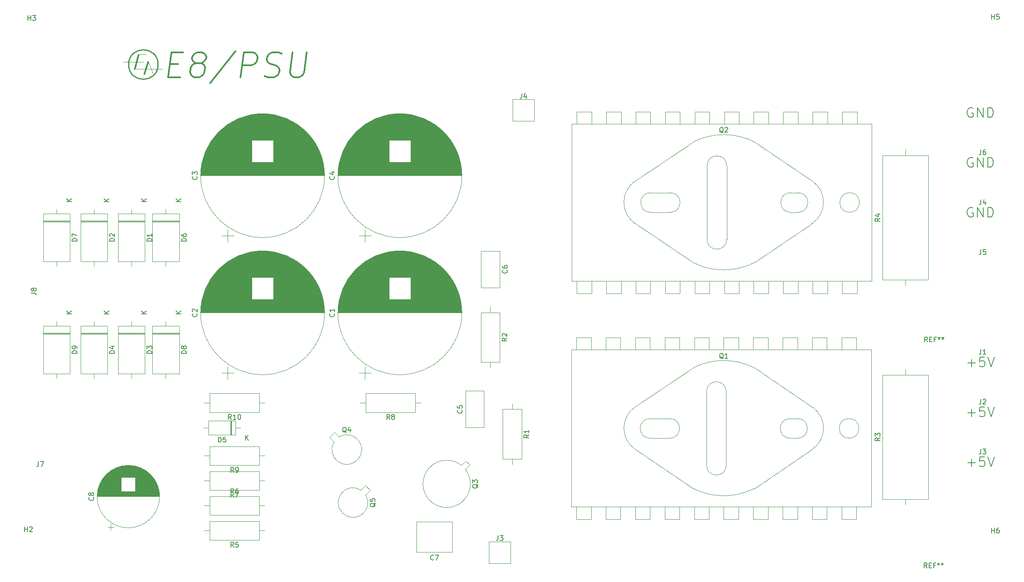
<source format=gbr>
G04 #@! TF.GenerationSoftware,KiCad,Pcbnew,(5.1.6-0)*
G04 #@! TF.CreationDate,2021-07-15T11:48:56+10:00*
G04 #@! TF.ProjectId,EDUC-8 PSU,45445543-2d38-4205-9053-552e6b696361,rev?*
G04 #@! TF.SameCoordinates,Original*
G04 #@! TF.FileFunction,Legend,Top*
G04 #@! TF.FilePolarity,Positive*
%FSLAX46Y46*%
G04 Gerber Fmt 4.6, Leading zero omitted, Abs format (unit mm)*
G04 Created by KiCad (PCBNEW (5.1.6-0)) date 2021-07-15 11:48:56*
%MOMM*%
%LPD*%
G01*
G04 APERTURE LIST*
%ADD10C,0.300000*%
%ADD11C,0.150000*%
%ADD12C,0.120000*%
%ADD13C,0.240000*%
G04 APERTURE END LIST*
D10*
X63673660Y-56137142D02*
X65366994Y-56137142D01*
X65760089Y-58798095D02*
X63341041Y-58798095D01*
X63976041Y-53718095D01*
X66395089Y-53718095D01*
X69025803Y-55895238D02*
X68572232Y-55653333D01*
X68360565Y-55411428D01*
X68179136Y-54927619D01*
X68209375Y-54685714D01*
X68511755Y-54201904D01*
X68783898Y-53960000D01*
X69297946Y-53718095D01*
X70265565Y-53718095D01*
X70719136Y-53960000D01*
X70930803Y-54201904D01*
X71112232Y-54685714D01*
X71081994Y-54927619D01*
X70779613Y-55411428D01*
X70507470Y-55653333D01*
X69993422Y-55895238D01*
X69025803Y-55895238D01*
X68511755Y-56137142D01*
X68239613Y-56379047D01*
X67937232Y-56862857D01*
X67816279Y-57830476D01*
X67997708Y-58314285D01*
X68209375Y-58556190D01*
X68662946Y-58798095D01*
X69630565Y-58798095D01*
X70144613Y-58556190D01*
X70416755Y-58314285D01*
X70719136Y-57830476D01*
X70840089Y-56862857D01*
X70658660Y-56379047D01*
X70446994Y-56137142D01*
X69993422Y-55895238D01*
X77069136Y-53476190D02*
X71898422Y-60007619D01*
X78097232Y-58798095D02*
X78732232Y-53718095D01*
X80667470Y-53718095D01*
X81121041Y-53960000D01*
X81332708Y-54201904D01*
X81514136Y-54685714D01*
X81423422Y-55411428D01*
X81121041Y-55895238D01*
X80848898Y-56137142D01*
X80334851Y-56379047D01*
X78399613Y-56379047D01*
X82965565Y-58556190D02*
X83661041Y-58798095D01*
X84870565Y-58798095D01*
X85384613Y-58556190D01*
X85656755Y-58314285D01*
X85959136Y-57830476D01*
X86019613Y-57346666D01*
X85838184Y-56862857D01*
X85626517Y-56620952D01*
X85172946Y-56379047D01*
X84235565Y-56137142D01*
X83781994Y-55895238D01*
X83570327Y-55653333D01*
X83388898Y-55169523D01*
X83449375Y-54685714D01*
X83751755Y-54201904D01*
X84023898Y-53960000D01*
X84537946Y-53718095D01*
X85747470Y-53718095D01*
X86442946Y-53960000D01*
X88650327Y-53718095D02*
X88136279Y-57830476D01*
X88317708Y-58314285D01*
X88529375Y-58556190D01*
X88982946Y-58798095D01*
X89950565Y-58798095D01*
X90464613Y-58556190D01*
X90736755Y-58314285D01*
X91039136Y-57830476D01*
X91553184Y-53718095D01*
D11*
X227076190Y-85360000D02*
X226885714Y-85264761D01*
X226600000Y-85264761D01*
X226314285Y-85360000D01*
X226123809Y-85550476D01*
X226028571Y-85740952D01*
X225933333Y-86121904D01*
X225933333Y-86407619D01*
X226028571Y-86788571D01*
X226123809Y-86979047D01*
X226314285Y-87169523D01*
X226600000Y-87264761D01*
X226790476Y-87264761D01*
X227076190Y-87169523D01*
X227171428Y-87074285D01*
X227171428Y-86407619D01*
X226790476Y-86407619D01*
X228028571Y-87264761D02*
X228028571Y-85264761D01*
X229171428Y-87264761D01*
X229171428Y-85264761D01*
X230123809Y-87264761D02*
X230123809Y-85264761D01*
X230600000Y-85264761D01*
X230885714Y-85360000D01*
X231076190Y-85550476D01*
X231171428Y-85740952D01*
X231266666Y-86121904D01*
X231266666Y-86407619D01*
X231171428Y-86788571D01*
X231076190Y-86979047D01*
X230885714Y-87169523D01*
X230600000Y-87264761D01*
X230123809Y-87264761D01*
X227076190Y-65040000D02*
X226885714Y-64944761D01*
X226600000Y-64944761D01*
X226314285Y-65040000D01*
X226123809Y-65230476D01*
X226028571Y-65420952D01*
X225933333Y-65801904D01*
X225933333Y-66087619D01*
X226028571Y-66468571D01*
X226123809Y-66659047D01*
X226314285Y-66849523D01*
X226600000Y-66944761D01*
X226790476Y-66944761D01*
X227076190Y-66849523D01*
X227171428Y-66754285D01*
X227171428Y-66087619D01*
X226790476Y-66087619D01*
X228028571Y-66944761D02*
X228028571Y-64944761D01*
X229171428Y-66944761D01*
X229171428Y-64944761D01*
X230123809Y-66944761D02*
X230123809Y-64944761D01*
X230600000Y-64944761D01*
X230885714Y-65040000D01*
X231076190Y-65230476D01*
X231171428Y-65420952D01*
X231266666Y-65801904D01*
X231266666Y-66087619D01*
X231171428Y-66468571D01*
X231076190Y-66659047D01*
X230885714Y-66849523D01*
X230600000Y-66944761D01*
X230123809Y-66944761D01*
X227076190Y-75200000D02*
X226885714Y-75104761D01*
X226600000Y-75104761D01*
X226314285Y-75200000D01*
X226123809Y-75390476D01*
X226028571Y-75580952D01*
X225933333Y-75961904D01*
X225933333Y-76247619D01*
X226028571Y-76628571D01*
X226123809Y-76819047D01*
X226314285Y-77009523D01*
X226600000Y-77104761D01*
X226790476Y-77104761D01*
X227076190Y-77009523D01*
X227171428Y-76914285D01*
X227171428Y-76247619D01*
X226790476Y-76247619D01*
X228028571Y-77104761D02*
X228028571Y-75104761D01*
X229171428Y-77104761D01*
X229171428Y-75104761D01*
X230123809Y-77104761D02*
X230123809Y-75104761D01*
X230600000Y-75104761D01*
X230885714Y-75200000D01*
X231076190Y-75390476D01*
X231171428Y-75580952D01*
X231266666Y-75961904D01*
X231266666Y-76247619D01*
X231171428Y-76628571D01*
X231076190Y-76819047D01*
X230885714Y-77009523D01*
X230600000Y-77104761D01*
X230123809Y-77104761D01*
X226028571Y-127142857D02*
X227552380Y-127142857D01*
X226790476Y-127904761D02*
X226790476Y-126380952D01*
X229457142Y-125904761D02*
X228504761Y-125904761D01*
X228409523Y-126857142D01*
X228504761Y-126761904D01*
X228695238Y-126666666D01*
X229171428Y-126666666D01*
X229361904Y-126761904D01*
X229457142Y-126857142D01*
X229552380Y-127047619D01*
X229552380Y-127523809D01*
X229457142Y-127714285D01*
X229361904Y-127809523D01*
X229171428Y-127904761D01*
X228695238Y-127904761D01*
X228504761Y-127809523D01*
X228409523Y-127714285D01*
X230123809Y-125904761D02*
X230790476Y-127904761D01*
X231457142Y-125904761D01*
X226028571Y-137302857D02*
X227552380Y-137302857D01*
X226790476Y-138064761D02*
X226790476Y-136540952D01*
X229457142Y-136064761D02*
X228504761Y-136064761D01*
X228409523Y-137017142D01*
X228504761Y-136921904D01*
X228695238Y-136826666D01*
X229171428Y-136826666D01*
X229361904Y-136921904D01*
X229457142Y-137017142D01*
X229552380Y-137207619D01*
X229552380Y-137683809D01*
X229457142Y-137874285D01*
X229361904Y-137969523D01*
X229171428Y-138064761D01*
X228695238Y-138064761D01*
X228504761Y-137969523D01*
X228409523Y-137874285D01*
X230123809Y-136064761D02*
X230790476Y-138064761D01*
X231457142Y-136064761D01*
X226028571Y-116982857D02*
X227552380Y-116982857D01*
X226790476Y-117744761D02*
X226790476Y-116220952D01*
X229457142Y-115744761D02*
X228504761Y-115744761D01*
X228409523Y-116697142D01*
X228504761Y-116601904D01*
X228695238Y-116506666D01*
X229171428Y-116506666D01*
X229361904Y-116601904D01*
X229457142Y-116697142D01*
X229552380Y-116887619D01*
X229552380Y-117363809D01*
X229457142Y-117554285D01*
X229361904Y-117649523D01*
X229171428Y-117744761D01*
X228695238Y-117744761D01*
X228504761Y-117649523D01*
X228409523Y-117554285D01*
X230123809Y-115744761D02*
X230790476Y-117744761D01*
X231457142Y-115744761D01*
D12*
X43360000Y-110855000D02*
X37920000Y-110855000D01*
X43360000Y-111095000D02*
X37920000Y-111095000D01*
X43360000Y-110975000D02*
X37920000Y-110975000D01*
X40640000Y-120080000D02*
X40640000Y-119170000D01*
X40640000Y-108520000D02*
X40640000Y-109430000D01*
X43360000Y-119170000D02*
X43360000Y-109430000D01*
X37920000Y-119170000D02*
X43360000Y-119170000D01*
X37920000Y-109430000D02*
X37920000Y-119170000D01*
X43360000Y-109430000D02*
X37920000Y-109430000D01*
X65585000Y-110855000D02*
X60145000Y-110855000D01*
X65585000Y-111095000D02*
X60145000Y-111095000D01*
X65585000Y-110975000D02*
X60145000Y-110975000D01*
X62865000Y-120080000D02*
X62865000Y-119170000D01*
X62865000Y-108520000D02*
X62865000Y-109430000D01*
X65585000Y-119170000D02*
X65585000Y-109430000D01*
X60145000Y-119170000D02*
X65585000Y-119170000D01*
X60145000Y-109430000D02*
X60145000Y-119170000D01*
X65585000Y-109430000D02*
X60145000Y-109430000D01*
X43360000Y-87995000D02*
X37920000Y-87995000D01*
X43360000Y-88235000D02*
X37920000Y-88235000D01*
X43360000Y-88115000D02*
X37920000Y-88115000D01*
X40640000Y-97220000D02*
X40640000Y-96310000D01*
X40640000Y-85660000D02*
X40640000Y-86570000D01*
X43360000Y-96310000D02*
X43360000Y-86570000D01*
X37920000Y-96310000D02*
X43360000Y-96310000D01*
X37920000Y-86570000D02*
X37920000Y-96310000D01*
X43360000Y-86570000D02*
X37920000Y-86570000D01*
X65585000Y-87995000D02*
X60145000Y-87995000D01*
X65585000Y-88235000D02*
X60145000Y-88235000D01*
X65585000Y-88115000D02*
X60145000Y-88115000D01*
X62865000Y-97220000D02*
X62865000Y-96310000D01*
X62865000Y-85660000D02*
X62865000Y-86570000D01*
X65585000Y-96310000D02*
X65585000Y-86570000D01*
X60145000Y-96310000D02*
X65585000Y-96310000D01*
X60145000Y-86570000D02*
X60145000Y-96310000D01*
X65585000Y-86570000D02*
X60145000Y-86570000D01*
X76235000Y-131645000D02*
X76235000Y-128705000D01*
X75995000Y-131645000D02*
X75995000Y-128705000D01*
X76115000Y-131645000D02*
X76115000Y-128705000D01*
X70555000Y-130175000D02*
X71575000Y-130175000D01*
X78035000Y-130175000D02*
X77015000Y-130175000D01*
X71575000Y-131645000D02*
X77015000Y-131645000D01*
X71575000Y-128705000D02*
X71575000Y-131645000D01*
X77015000Y-128705000D02*
X71575000Y-128705000D01*
X77015000Y-131645000D02*
X77015000Y-128705000D01*
D13*
X61300000Y-56200000D02*
G75*
G03*
X61300000Y-56200000I-3000000J0D01*
G01*
D10*
X57300000Y-54200000D02*
X56600000Y-57100000D01*
D12*
X57260000Y-54130000D02*
X58870000Y-54130000D01*
X54210000Y-55670000D02*
X58410000Y-55670000D01*
X56550000Y-57150000D02*
X62250000Y-57150000D01*
D10*
X59300000Y-55700000D02*
X58500000Y-58100000D01*
D12*
X59340000Y-55690000D02*
X60300000Y-58160000D01*
X146400000Y-111800000D02*
X146400000Y-114300000D01*
X149400000Y-111800000D02*
X146400000Y-111800000D01*
X149400000Y-114300000D02*
X149400000Y-111800000D01*
X152400000Y-111800000D02*
X152400000Y-114300000D01*
X155400000Y-111800000D02*
X152400000Y-111800000D01*
X155400000Y-114300000D02*
X155400000Y-111800000D01*
X158400000Y-111800000D02*
X158400000Y-114300000D01*
X161400000Y-111800000D02*
X158400000Y-111800000D01*
X161400000Y-114300000D02*
X161400000Y-111800000D01*
X164400000Y-111800000D02*
X164400000Y-114300000D01*
X167400000Y-111800000D02*
X164400000Y-111800000D01*
X167400000Y-114300000D02*
X167400000Y-111800000D01*
X170400000Y-111800000D02*
X170400000Y-114300000D01*
X173400000Y-111800000D02*
X170400000Y-111800000D01*
X173400000Y-114300000D02*
X173400000Y-111800000D01*
X176400000Y-111800000D02*
X176400000Y-114300000D01*
X179400000Y-111800000D02*
X176400000Y-111800000D01*
X179400000Y-114300000D02*
X179400000Y-111800000D01*
X182400000Y-111800000D02*
X182400000Y-114300000D01*
X185400000Y-111800000D02*
X182400000Y-111800000D01*
X185400000Y-114300000D02*
X185400000Y-111800000D01*
X188400000Y-111800000D02*
X188400000Y-114300000D01*
X191400000Y-111800000D02*
X188400000Y-111800000D01*
X191400000Y-114300000D02*
X191400000Y-111800000D01*
X194400000Y-111800000D02*
X194400000Y-114300000D01*
X197400000Y-111800000D02*
X194400000Y-111800000D01*
X197400000Y-114300000D02*
X197400000Y-111800000D01*
X200400000Y-114300000D02*
X197400000Y-114300000D01*
X200400000Y-111800000D02*
X200400000Y-114300000D01*
X203400000Y-111800000D02*
X200400000Y-111800000D01*
X203400000Y-114300000D02*
X203400000Y-111800000D01*
X155400000Y-148800000D02*
X152400000Y-148800000D01*
X146400000Y-148800000D02*
X149400000Y-148800000D01*
X146400000Y-146300000D02*
X146400000Y-148800000D01*
X161400000Y-148800000D02*
X158400000Y-148800000D01*
X167400000Y-148800000D02*
X164400000Y-148800000D01*
X173400000Y-148800000D02*
X170400000Y-148800000D01*
X179400000Y-148800000D02*
X176400000Y-148800000D01*
X185400000Y-148800000D02*
X182400000Y-148800000D01*
X191400000Y-148800000D02*
X188400000Y-148800000D01*
X197400000Y-148800000D02*
X194400000Y-148800000D01*
X203400000Y-148800000D02*
X200400000Y-148800000D01*
X149400000Y-148800000D02*
X149400000Y-146300000D01*
X152400000Y-148800000D02*
X152400000Y-146300000D01*
X155400000Y-148800000D02*
X155400000Y-146300000D01*
X158400000Y-148800000D02*
X158400000Y-146300000D01*
X161400000Y-148800000D02*
X161400000Y-146300000D01*
X164400000Y-148800000D02*
X164400000Y-146300000D01*
X167400000Y-148800000D02*
X167400000Y-146300000D01*
X170400000Y-148800000D02*
X170400000Y-146300000D01*
X173400000Y-148800000D02*
X173400000Y-146300000D01*
X176400000Y-148800000D02*
X176400000Y-146300000D01*
X179400000Y-148800000D02*
X179400000Y-146300000D01*
X182400000Y-148800000D02*
X182400000Y-146300000D01*
X185400000Y-148800000D02*
X185400000Y-146300000D01*
X188400000Y-148800000D02*
X188400000Y-146300000D01*
X191400000Y-148800000D02*
X191400000Y-146300000D01*
X194400000Y-148800000D02*
X194400000Y-146300000D01*
X197400000Y-148800000D02*
X197400000Y-146300000D01*
X200400000Y-148800000D02*
X200400000Y-146300000D01*
X203400000Y-146300000D02*
X203400000Y-148800000D01*
X206400000Y-114300000D02*
X206400000Y-130300000D01*
X145400000Y-114300000D02*
X206400000Y-114300000D01*
X145400000Y-146300000D02*
X145400000Y-114300000D01*
X206400000Y-146300000D02*
X145400000Y-146300000D01*
X206400000Y-130300000D02*
X206400000Y-146300000D01*
X165400000Y-128300000D02*
X161400000Y-128300000D01*
X165400000Y-132300000D02*
X161400000Y-132300000D01*
X172900000Y-137800000D02*
X172900000Y-122800000D01*
X176900000Y-137800000D02*
X176900000Y-122800000D01*
X191400000Y-128300000D02*
X189900000Y-128300000D01*
X191400000Y-132300000D02*
X189900000Y-132300000D01*
X203900000Y-130300000D02*
G75*
G03*
X203900000Y-130300000I-2000000J0D01*
G01*
X161400000Y-132300000D02*
G75*
G02*
X161400000Y-128300000I0J2000000D01*
G01*
X165400000Y-128300000D02*
G75*
G02*
X165400000Y-132300000I0J-2000000D01*
G01*
X176900000Y-137800000D02*
G75*
G02*
X172900000Y-137800000I-2000000J0D01*
G01*
X172900000Y-122800000D02*
G75*
G02*
X176900000Y-122800000I2000000J0D01*
G01*
X189900000Y-132300000D02*
G75*
G02*
X189900000Y-128300000I0J2000000D01*
G01*
X191400000Y-128300000D02*
G75*
G02*
X191400000Y-132300000I0J-2000000D01*
G01*
X146500000Y-65800000D02*
X146500000Y-68300000D01*
X149500000Y-65800000D02*
X146500000Y-65800000D01*
X149500000Y-68300000D02*
X149500000Y-65800000D01*
X152500000Y-65800000D02*
X152500000Y-68300000D01*
X155500000Y-65800000D02*
X152500000Y-65800000D01*
X155500000Y-68300000D02*
X155500000Y-65800000D01*
X158500000Y-65800000D02*
X158500000Y-68300000D01*
X161500000Y-65800000D02*
X158500000Y-65800000D01*
X161500000Y-68300000D02*
X161500000Y-65800000D01*
X164500000Y-65800000D02*
X164500000Y-68300000D01*
X167500000Y-65800000D02*
X164500000Y-65800000D01*
X167500000Y-68300000D02*
X167500000Y-65800000D01*
X170500000Y-65800000D02*
X170500000Y-68300000D01*
X173500000Y-65800000D02*
X170500000Y-65800000D01*
X173500000Y-68300000D02*
X173500000Y-65800000D01*
X176500000Y-65800000D02*
X176500000Y-68300000D01*
X179500000Y-65800000D02*
X176500000Y-65800000D01*
X179500000Y-68300000D02*
X179500000Y-65800000D01*
X182500000Y-65800000D02*
X182500000Y-68300000D01*
X185500000Y-65800000D02*
X182500000Y-65800000D01*
X185500000Y-68300000D02*
X185500000Y-65800000D01*
X188500000Y-65800000D02*
X188500000Y-68300000D01*
X191500000Y-65800000D02*
X188500000Y-65800000D01*
X191500000Y-68300000D02*
X191500000Y-65800000D01*
X194500000Y-65800000D02*
X194500000Y-68300000D01*
X197500000Y-65800000D02*
X194500000Y-65800000D01*
X197500000Y-68300000D02*
X197500000Y-65800000D01*
X200500000Y-68300000D02*
X197500000Y-68300000D01*
X200500000Y-65800000D02*
X200500000Y-68300000D01*
X203500000Y-65800000D02*
X200500000Y-65800000D01*
X203500000Y-68300000D02*
X203500000Y-65800000D01*
X155500000Y-102800000D02*
X152500000Y-102800000D01*
X146500000Y-102800000D02*
X149500000Y-102800000D01*
X146500000Y-100300000D02*
X146500000Y-102800000D01*
X161500000Y-102800000D02*
X158500000Y-102800000D01*
X167500000Y-102800000D02*
X164500000Y-102800000D01*
X173500000Y-102800000D02*
X170500000Y-102800000D01*
X179500000Y-102800000D02*
X176500000Y-102800000D01*
X185500000Y-102800000D02*
X182500000Y-102800000D01*
X191500000Y-102800000D02*
X188500000Y-102800000D01*
X197500000Y-102800000D02*
X194500000Y-102800000D01*
X203500000Y-102800000D02*
X200500000Y-102800000D01*
X149500000Y-102800000D02*
X149500000Y-100300000D01*
X152500000Y-102800000D02*
X152500000Y-100300000D01*
X155500000Y-102800000D02*
X155500000Y-100300000D01*
X158500000Y-102800000D02*
X158500000Y-100300000D01*
X161500000Y-102800000D02*
X161500000Y-100300000D01*
X164500000Y-102800000D02*
X164500000Y-100300000D01*
X167500000Y-102800000D02*
X167500000Y-100300000D01*
X170500000Y-102800000D02*
X170500000Y-100300000D01*
X173500000Y-102800000D02*
X173500000Y-100300000D01*
X176500000Y-102800000D02*
X176500000Y-100300000D01*
X179500000Y-102800000D02*
X179500000Y-100300000D01*
X182500000Y-102800000D02*
X182500000Y-100300000D01*
X185500000Y-102800000D02*
X185500000Y-100300000D01*
X188500000Y-102800000D02*
X188500000Y-100300000D01*
X191500000Y-102800000D02*
X191500000Y-100300000D01*
X194500000Y-102800000D02*
X194500000Y-100300000D01*
X197500000Y-102800000D02*
X197500000Y-100300000D01*
X200500000Y-102800000D02*
X200500000Y-100300000D01*
X203500000Y-100300000D02*
X203500000Y-102800000D01*
X206500000Y-68300000D02*
X206500000Y-84300000D01*
X145500000Y-68300000D02*
X206500000Y-68300000D01*
X145500000Y-100300000D02*
X145500000Y-68300000D01*
X206500000Y-100300000D02*
X145500000Y-100300000D01*
X206500000Y-84300000D02*
X206500000Y-100300000D01*
X165500000Y-82300000D02*
X161500000Y-82300000D01*
X165500000Y-86300000D02*
X161500000Y-86300000D01*
X173000000Y-91800000D02*
X173000000Y-76800000D01*
X177000000Y-91800000D02*
X177000000Y-76800000D01*
X191500000Y-82300000D02*
X190000000Y-82300000D01*
X191500000Y-86300000D02*
X190000000Y-86300000D01*
X204000000Y-84300000D02*
G75*
G03*
X204000000Y-84300000I-2000000J0D01*
G01*
X161500000Y-86300000D02*
G75*
G02*
X161500000Y-82300000I0J2000000D01*
G01*
X165500000Y-82300000D02*
G75*
G02*
X165500000Y-86300000I0J-2000000D01*
G01*
X177000000Y-91800000D02*
G75*
G02*
X173000000Y-91800000I-2000000J0D01*
G01*
X173000000Y-76800000D02*
G75*
G02*
X177000000Y-76800000I2000000J0D01*
G01*
X190000000Y-86300000D02*
G75*
G02*
X190000000Y-82300000I0J2000000D01*
G01*
X191500000Y-82300000D02*
G75*
G02*
X191500000Y-86300000I0J-2000000D01*
G01*
X170300000Y-117900000D02*
X158400000Y-125900000D01*
X170300000Y-142600000D02*
X158300000Y-134500000D01*
X182700000Y-118000000D02*
X194500000Y-126000000D01*
X182700000Y-142500000D02*
X194500000Y-134500000D01*
X194347176Y-134603859D02*
G75*
G03*
X194500000Y-126000000I-2847176J4353859D01*
G01*
X158323034Y-134547693D02*
G75*
G02*
X158400000Y-125900000I2976966J4297693D01*
G01*
X182805870Y-142444151D02*
G75*
G02*
X170300000Y-142600000I-6405870J12194151D01*
G01*
X182805870Y-118055849D02*
G75*
G03*
X170300000Y-117900000I-6405870J-12194151D01*
G01*
X170300000Y-71900000D02*
X158400000Y-79900000D01*
X170300000Y-96600000D02*
X158300000Y-88500000D01*
X182700000Y-72000000D02*
X194500000Y-80000000D01*
X182700000Y-96500000D02*
X194500000Y-88500000D01*
X194347176Y-88603859D02*
G75*
G03*
X194500000Y-80000000I-2847176J4353859D01*
G01*
X158323034Y-88547693D02*
G75*
G02*
X158400000Y-79900000I2976966J4297693D01*
G01*
X182805870Y-96444151D02*
G75*
G02*
X170300000Y-96600000I-6405870J12194151D01*
G01*
X182805870Y-72055849D02*
G75*
G03*
X170300000Y-71900000I-6405870J-12194151D01*
G01*
X96210552Y-132125501D02*
X97122719Y-133037669D01*
X97200501Y-131135552D02*
X96210552Y-132125501D01*
X98112669Y-132047719D02*
X97200501Y-131135552D01*
X97122850Y-133037456D02*
G75*
G03*
X98112669Y-132047719I2572150J-1582544D01*
G01*
X102165000Y-119014259D02*
X104665000Y-119014259D01*
X103415000Y-120264259D02*
X103415000Y-117764259D01*
X109819000Y-94160000D02*
X111161000Y-94160000D01*
X109300000Y-94200000D02*
X111680000Y-94200000D01*
X108944000Y-94240000D02*
X112036000Y-94240000D01*
X108655000Y-94280000D02*
X112325000Y-94280000D01*
X108406000Y-94320000D02*
X112574000Y-94320000D01*
X108183000Y-94360000D02*
X112797000Y-94360000D01*
X107981000Y-94400000D02*
X112999000Y-94400000D01*
X107794000Y-94440000D02*
X113186000Y-94440000D01*
X107620000Y-94480000D02*
X113360000Y-94480000D01*
X107456000Y-94520000D02*
X113524000Y-94520000D01*
X107301000Y-94560000D02*
X113679000Y-94560000D01*
X107153000Y-94600000D02*
X113827000Y-94600000D01*
X107012000Y-94640000D02*
X113968000Y-94640000D01*
X106877000Y-94680000D02*
X114103000Y-94680000D01*
X106748000Y-94720000D02*
X114232000Y-94720000D01*
X106623000Y-94760000D02*
X114357000Y-94760000D01*
X106502000Y-94800000D02*
X114478000Y-94800000D01*
X106385000Y-94840000D02*
X114595000Y-94840000D01*
X106272000Y-94880000D02*
X114708000Y-94880000D01*
X106162000Y-94920000D02*
X114818000Y-94920000D01*
X106055000Y-94960000D02*
X114925000Y-94960000D01*
X105951000Y-95000000D02*
X115029000Y-95000000D01*
X105849000Y-95040000D02*
X115131000Y-95040000D01*
X105750000Y-95080000D02*
X115230000Y-95080000D01*
X105654000Y-95120000D02*
X115326000Y-95120000D01*
X105559000Y-95160000D02*
X115421000Y-95160000D01*
X105467000Y-95200000D02*
X115513000Y-95200000D01*
X105376000Y-95240000D02*
X115604000Y-95240000D01*
X105288000Y-95280000D02*
X115692000Y-95280000D01*
X105201000Y-95320000D02*
X115779000Y-95320000D01*
X105116000Y-95360000D02*
X115864000Y-95360000D01*
X105033000Y-95400000D02*
X115947000Y-95400000D01*
X104951000Y-95440000D02*
X116029000Y-95440000D01*
X104870000Y-95480000D02*
X116110000Y-95480000D01*
X104791000Y-95520000D02*
X116189000Y-95520000D01*
X104714000Y-95560000D02*
X116266000Y-95560000D01*
X104637000Y-95600000D02*
X116343000Y-95600000D01*
X104562000Y-95640000D02*
X116418000Y-95640000D01*
X104488000Y-95680000D02*
X116492000Y-95680000D01*
X104415000Y-95720000D02*
X116565000Y-95720000D01*
X104344000Y-95760000D02*
X116636000Y-95760000D01*
X104273000Y-95800000D02*
X116707000Y-95800000D01*
X104204000Y-95840000D02*
X116776000Y-95840000D01*
X104135000Y-95880000D02*
X116845000Y-95880000D01*
X104067000Y-95920000D02*
X116913000Y-95920000D01*
X104001000Y-95960000D02*
X116979000Y-95960000D01*
X103935000Y-96000000D02*
X117045000Y-96000000D01*
X103870000Y-96040000D02*
X117110000Y-96040000D01*
X103806000Y-96080000D02*
X117174000Y-96080000D01*
X103743000Y-96120000D02*
X117237000Y-96120000D01*
X103681000Y-96160000D02*
X117299000Y-96160000D01*
X103619000Y-96200000D02*
X117361000Y-96200000D01*
X103559000Y-96240000D02*
X117421000Y-96240000D01*
X103499000Y-96280000D02*
X117481000Y-96280000D01*
X103439000Y-96320000D02*
X117541000Y-96320000D01*
X103381000Y-96360000D02*
X117599000Y-96360000D01*
X103323000Y-96400000D02*
X117657000Y-96400000D01*
X103266000Y-96440000D02*
X117714000Y-96440000D01*
X103209000Y-96480000D02*
X117771000Y-96480000D01*
X103153000Y-96520000D02*
X117827000Y-96520000D01*
X103098000Y-96560000D02*
X117882000Y-96560000D01*
X103044000Y-96600000D02*
X117936000Y-96600000D01*
X102990000Y-96640000D02*
X117990000Y-96640000D01*
X102936000Y-96680000D02*
X118044000Y-96680000D01*
X102883000Y-96720000D02*
X118097000Y-96720000D01*
X102831000Y-96760000D02*
X118149000Y-96760000D01*
X102779000Y-96800000D02*
X118201000Y-96800000D01*
X102728000Y-96840000D02*
X118252000Y-96840000D01*
X102678000Y-96880000D02*
X118302000Y-96880000D01*
X102628000Y-96920000D02*
X118352000Y-96920000D01*
X102578000Y-96960000D02*
X118402000Y-96960000D01*
X102529000Y-97000000D02*
X118451000Y-97000000D01*
X102481000Y-97040000D02*
X118499000Y-97040000D01*
X102432000Y-97080000D02*
X118548000Y-97080000D01*
X102385000Y-97120000D02*
X118595000Y-97120000D01*
X102338000Y-97160000D02*
X118642000Y-97160000D01*
X102291000Y-97200000D02*
X118689000Y-97200000D01*
X102245000Y-97240000D02*
X118735000Y-97240000D01*
X102199000Y-97280000D02*
X118781000Y-97280000D01*
X102154000Y-97320000D02*
X118826000Y-97320000D01*
X102109000Y-97360000D02*
X118871000Y-97360000D01*
X102065000Y-97400000D02*
X118915000Y-97400000D01*
X102021000Y-97440000D02*
X118959000Y-97440000D01*
X101977000Y-97480000D02*
X119003000Y-97480000D01*
X101934000Y-97520000D02*
X119046000Y-97520000D01*
X101891000Y-97560000D02*
X119089000Y-97560000D01*
X101849000Y-97600000D02*
X119131000Y-97600000D01*
X101807000Y-97640000D02*
X119173000Y-97640000D01*
X101765000Y-97680000D02*
X119215000Y-97680000D01*
X101724000Y-97720000D02*
X119256000Y-97720000D01*
X101683000Y-97760000D02*
X119297000Y-97760000D01*
X101642000Y-97800000D02*
X119338000Y-97800000D01*
X101602000Y-97840000D02*
X119378000Y-97840000D01*
X101562000Y-97880000D02*
X119418000Y-97880000D01*
X101523000Y-97920000D02*
X119457000Y-97920000D01*
X101484000Y-97960000D02*
X119496000Y-97960000D01*
X101445000Y-98000000D02*
X119535000Y-98000000D01*
X101407000Y-98040000D02*
X119573000Y-98040000D01*
X101369000Y-98080000D02*
X119611000Y-98080000D01*
X101331000Y-98120000D02*
X119649000Y-98120000D01*
X101293000Y-98160000D02*
X119687000Y-98160000D01*
X101256000Y-98200000D02*
X119724000Y-98200000D01*
X101220000Y-98240000D02*
X119760000Y-98240000D01*
X101183000Y-98280000D02*
X119797000Y-98280000D01*
X101147000Y-98320000D02*
X119833000Y-98320000D01*
X101111000Y-98360000D02*
X119869000Y-98360000D01*
X101076000Y-98400000D02*
X119904000Y-98400000D01*
X101040000Y-98440000D02*
X119940000Y-98440000D01*
X101006000Y-98480000D02*
X119974000Y-98480000D01*
X100971000Y-98520000D02*
X120009000Y-98520000D01*
X100937000Y-98560000D02*
X120043000Y-98560000D01*
X100903000Y-98599000D02*
X120077000Y-98599000D01*
X100869000Y-98639000D02*
X120111000Y-98639000D01*
X100835000Y-98679000D02*
X120145000Y-98679000D01*
X100802000Y-98719000D02*
X120178000Y-98719000D01*
X100769000Y-98759000D02*
X120211000Y-98759000D01*
X100737000Y-98799000D02*
X120243000Y-98799000D01*
X100704000Y-98839000D02*
X120276000Y-98839000D01*
X100672000Y-98879000D02*
X120308000Y-98879000D01*
X100640000Y-98919000D02*
X120340000Y-98919000D01*
X100609000Y-98959000D02*
X120371000Y-98959000D01*
X100577000Y-98999000D02*
X120403000Y-98999000D01*
X100546000Y-99039000D02*
X120434000Y-99039000D01*
X100515000Y-99079000D02*
X120465000Y-99079000D01*
X100485000Y-99119000D02*
X120495000Y-99119000D01*
X100455000Y-99159000D02*
X120525000Y-99159000D01*
X100425000Y-99199000D02*
X120555000Y-99199000D01*
X100395000Y-99239000D02*
X120585000Y-99239000D01*
X100365000Y-99279000D02*
X120615000Y-99279000D01*
X100336000Y-99319000D02*
X120644000Y-99319000D01*
X100307000Y-99359000D02*
X120673000Y-99359000D01*
X100278000Y-99399000D02*
X120702000Y-99399000D01*
X100249000Y-99439000D02*
X120731000Y-99439000D01*
X100221000Y-99479000D02*
X120759000Y-99479000D01*
X100193000Y-99519000D02*
X120787000Y-99519000D01*
X112730000Y-99559000D02*
X120815000Y-99559000D01*
X100165000Y-99559000D02*
X108250000Y-99559000D01*
X112730000Y-99599000D02*
X120843000Y-99599000D01*
X100137000Y-99599000D02*
X108250000Y-99599000D01*
X112730000Y-99639000D02*
X120870000Y-99639000D01*
X100110000Y-99639000D02*
X108250000Y-99639000D01*
X112730000Y-99679000D02*
X120897000Y-99679000D01*
X100083000Y-99679000D02*
X108250000Y-99679000D01*
X112730000Y-99719000D02*
X120924000Y-99719000D01*
X100056000Y-99719000D02*
X108250000Y-99719000D01*
X112730000Y-99759000D02*
X120951000Y-99759000D01*
X100029000Y-99759000D02*
X108250000Y-99759000D01*
X112730000Y-99799000D02*
X120978000Y-99799000D01*
X100002000Y-99799000D02*
X108250000Y-99799000D01*
X112730000Y-99839000D02*
X121004000Y-99839000D01*
X99976000Y-99839000D02*
X108250000Y-99839000D01*
X112730000Y-99879000D02*
X121030000Y-99879000D01*
X99950000Y-99879000D02*
X108250000Y-99879000D01*
X112730000Y-99919000D02*
X121056000Y-99919000D01*
X99924000Y-99919000D02*
X108250000Y-99919000D01*
X112730000Y-99959000D02*
X121082000Y-99959000D01*
X99898000Y-99959000D02*
X108250000Y-99959000D01*
X112730000Y-99999000D02*
X121107000Y-99999000D01*
X99873000Y-99999000D02*
X108250000Y-99999000D01*
X112730000Y-100039000D02*
X121133000Y-100039000D01*
X99847000Y-100039000D02*
X108250000Y-100039000D01*
X112730000Y-100079000D02*
X121158000Y-100079000D01*
X99822000Y-100079000D02*
X108250000Y-100079000D01*
X112730000Y-100119000D02*
X121182000Y-100119000D01*
X99798000Y-100119000D02*
X108250000Y-100119000D01*
X112730000Y-100159000D02*
X121207000Y-100159000D01*
X99773000Y-100159000D02*
X108250000Y-100159000D01*
X112730000Y-100199000D02*
X121232000Y-100199000D01*
X99748000Y-100199000D02*
X108250000Y-100199000D01*
X112730000Y-100239000D02*
X121256000Y-100239000D01*
X99724000Y-100239000D02*
X108250000Y-100239000D01*
X112730000Y-100279000D02*
X121280000Y-100279000D01*
X99700000Y-100279000D02*
X108250000Y-100279000D01*
X112730000Y-100319000D02*
X121304000Y-100319000D01*
X99676000Y-100319000D02*
X108250000Y-100319000D01*
X112730000Y-100359000D02*
X121327000Y-100359000D01*
X99653000Y-100359000D02*
X108250000Y-100359000D01*
X112730000Y-100399000D02*
X121351000Y-100399000D01*
X99629000Y-100399000D02*
X108250000Y-100399000D01*
X112730000Y-100439000D02*
X121374000Y-100439000D01*
X99606000Y-100439000D02*
X108250000Y-100439000D01*
X112730000Y-100479000D02*
X121397000Y-100479000D01*
X99583000Y-100479000D02*
X108250000Y-100479000D01*
X112730000Y-100519000D02*
X121420000Y-100519000D01*
X99560000Y-100519000D02*
X108250000Y-100519000D01*
X112730000Y-100559000D02*
X121443000Y-100559000D01*
X99537000Y-100559000D02*
X108250000Y-100559000D01*
X112730000Y-100599000D02*
X121465000Y-100599000D01*
X99515000Y-100599000D02*
X108250000Y-100599000D01*
X112730000Y-100639000D02*
X121487000Y-100639000D01*
X99493000Y-100639000D02*
X108250000Y-100639000D01*
X112730000Y-100679000D02*
X121509000Y-100679000D01*
X99471000Y-100679000D02*
X108250000Y-100679000D01*
X112730000Y-100719000D02*
X121531000Y-100719000D01*
X99449000Y-100719000D02*
X108250000Y-100719000D01*
X112730000Y-100759000D02*
X121553000Y-100759000D01*
X99427000Y-100759000D02*
X108250000Y-100759000D01*
X112730000Y-100799000D02*
X121574000Y-100799000D01*
X99406000Y-100799000D02*
X108250000Y-100799000D01*
X112730000Y-100839000D02*
X121596000Y-100839000D01*
X99384000Y-100839000D02*
X108250000Y-100839000D01*
X112730000Y-100879000D02*
X121617000Y-100879000D01*
X99363000Y-100879000D02*
X108250000Y-100879000D01*
X112730000Y-100919000D02*
X121638000Y-100919000D01*
X99342000Y-100919000D02*
X108250000Y-100919000D01*
X112730000Y-100959000D02*
X121659000Y-100959000D01*
X99321000Y-100959000D02*
X108250000Y-100959000D01*
X112730000Y-100999000D02*
X121679000Y-100999000D01*
X99301000Y-100999000D02*
X108250000Y-100999000D01*
X112730000Y-101039000D02*
X121700000Y-101039000D01*
X99280000Y-101039000D02*
X108250000Y-101039000D01*
X112730000Y-101079000D02*
X121720000Y-101079000D01*
X99260000Y-101079000D02*
X108250000Y-101079000D01*
X112730000Y-101119000D02*
X121740000Y-101119000D01*
X99240000Y-101119000D02*
X108250000Y-101119000D01*
X112730000Y-101159000D02*
X121760000Y-101159000D01*
X99220000Y-101159000D02*
X108250000Y-101159000D01*
X112730000Y-101199000D02*
X121780000Y-101199000D01*
X99200000Y-101199000D02*
X108250000Y-101199000D01*
X112730000Y-101239000D02*
X121799000Y-101239000D01*
X99181000Y-101239000D02*
X108250000Y-101239000D01*
X112730000Y-101279000D02*
X121819000Y-101279000D01*
X99161000Y-101279000D02*
X108250000Y-101279000D01*
X112730000Y-101319000D02*
X121838000Y-101319000D01*
X99142000Y-101319000D02*
X108250000Y-101319000D01*
X112730000Y-101359000D02*
X121857000Y-101359000D01*
X99123000Y-101359000D02*
X108250000Y-101359000D01*
X112730000Y-101399000D02*
X121876000Y-101399000D01*
X99104000Y-101399000D02*
X108250000Y-101399000D01*
X112730000Y-101439000D02*
X121894000Y-101439000D01*
X99086000Y-101439000D02*
X108250000Y-101439000D01*
X112730000Y-101479000D02*
X121913000Y-101479000D01*
X99067000Y-101479000D02*
X108250000Y-101479000D01*
X112730000Y-101519000D02*
X121931000Y-101519000D01*
X99049000Y-101519000D02*
X108250000Y-101519000D01*
X112730000Y-101559000D02*
X121949000Y-101559000D01*
X99031000Y-101559000D02*
X108250000Y-101559000D01*
X112730000Y-101599000D02*
X121967000Y-101599000D01*
X99013000Y-101599000D02*
X108250000Y-101599000D01*
X112730000Y-101639000D02*
X121985000Y-101639000D01*
X98995000Y-101639000D02*
X108250000Y-101639000D01*
X112730000Y-101679000D02*
X122003000Y-101679000D01*
X98977000Y-101679000D02*
X108250000Y-101679000D01*
X112730000Y-101719000D02*
X122020000Y-101719000D01*
X98960000Y-101719000D02*
X108250000Y-101719000D01*
X112730000Y-101759000D02*
X122038000Y-101759000D01*
X98942000Y-101759000D02*
X108250000Y-101759000D01*
X112730000Y-101799000D02*
X122055000Y-101799000D01*
X98925000Y-101799000D02*
X108250000Y-101799000D01*
X112730000Y-101839000D02*
X122072000Y-101839000D01*
X98908000Y-101839000D02*
X108250000Y-101839000D01*
X112730000Y-101879000D02*
X122089000Y-101879000D01*
X98891000Y-101879000D02*
X108250000Y-101879000D01*
X112730000Y-101919000D02*
X122105000Y-101919000D01*
X98875000Y-101919000D02*
X108250000Y-101919000D01*
X112730000Y-101959000D02*
X122122000Y-101959000D01*
X98858000Y-101959000D02*
X108250000Y-101959000D01*
X112730000Y-101999000D02*
X122138000Y-101999000D01*
X98842000Y-101999000D02*
X108250000Y-101999000D01*
X112730000Y-102039000D02*
X122155000Y-102039000D01*
X98825000Y-102039000D02*
X108250000Y-102039000D01*
X112730000Y-102079000D02*
X122171000Y-102079000D01*
X98809000Y-102079000D02*
X108250000Y-102079000D01*
X112730000Y-102119000D02*
X122187000Y-102119000D01*
X98793000Y-102119000D02*
X108250000Y-102119000D01*
X112730000Y-102159000D02*
X122202000Y-102159000D01*
X98778000Y-102159000D02*
X108250000Y-102159000D01*
X112730000Y-102199000D02*
X122218000Y-102199000D01*
X98762000Y-102199000D02*
X108250000Y-102199000D01*
X112730000Y-102239000D02*
X122233000Y-102239000D01*
X98747000Y-102239000D02*
X108250000Y-102239000D01*
X112730000Y-102279000D02*
X122249000Y-102279000D01*
X98731000Y-102279000D02*
X108250000Y-102279000D01*
X112730000Y-102319000D02*
X122264000Y-102319000D01*
X98716000Y-102319000D02*
X108250000Y-102319000D01*
X112730000Y-102359000D02*
X122279000Y-102359000D01*
X98701000Y-102359000D02*
X108250000Y-102359000D01*
X112730000Y-102399000D02*
X122293000Y-102399000D01*
X98687000Y-102399000D02*
X108250000Y-102399000D01*
X112730000Y-102439000D02*
X122308000Y-102439000D01*
X98672000Y-102439000D02*
X108250000Y-102439000D01*
X112730000Y-102479000D02*
X122323000Y-102479000D01*
X98657000Y-102479000D02*
X108250000Y-102479000D01*
X112730000Y-102519000D02*
X122337000Y-102519000D01*
X98643000Y-102519000D02*
X108250000Y-102519000D01*
X112730000Y-102559000D02*
X122351000Y-102559000D01*
X98629000Y-102559000D02*
X108250000Y-102559000D01*
X112730000Y-102599000D02*
X122365000Y-102599000D01*
X98615000Y-102599000D02*
X108250000Y-102599000D01*
X112730000Y-102639000D02*
X122379000Y-102639000D01*
X98601000Y-102639000D02*
X108250000Y-102639000D01*
X112730000Y-102679000D02*
X122393000Y-102679000D01*
X98587000Y-102679000D02*
X108250000Y-102679000D01*
X112730000Y-102719000D02*
X122406000Y-102719000D01*
X98574000Y-102719000D02*
X108250000Y-102719000D01*
X112730000Y-102759000D02*
X122420000Y-102759000D01*
X98560000Y-102759000D02*
X108250000Y-102759000D01*
X112730000Y-102799000D02*
X122433000Y-102799000D01*
X98547000Y-102799000D02*
X108250000Y-102799000D01*
X112730000Y-102839000D02*
X122446000Y-102839000D01*
X98534000Y-102839000D02*
X108250000Y-102839000D01*
X112730000Y-102879000D02*
X122459000Y-102879000D01*
X98521000Y-102879000D02*
X108250000Y-102879000D01*
X112730000Y-102919000D02*
X122472000Y-102919000D01*
X98508000Y-102919000D02*
X108250000Y-102919000D01*
X112730000Y-102959000D02*
X122485000Y-102959000D01*
X98495000Y-102959000D02*
X108250000Y-102959000D01*
X112730000Y-102999000D02*
X122497000Y-102999000D01*
X98483000Y-102999000D02*
X108250000Y-102999000D01*
X112730000Y-103039000D02*
X122510000Y-103039000D01*
X98470000Y-103039000D02*
X108250000Y-103039000D01*
X112730000Y-103079000D02*
X122522000Y-103079000D01*
X98458000Y-103079000D02*
X108250000Y-103079000D01*
X112730000Y-103119000D02*
X122534000Y-103119000D01*
X98446000Y-103119000D02*
X108250000Y-103119000D01*
X112730000Y-103159000D02*
X122546000Y-103159000D01*
X98434000Y-103159000D02*
X108250000Y-103159000D01*
X112730000Y-103199000D02*
X122558000Y-103199000D01*
X98422000Y-103199000D02*
X108250000Y-103199000D01*
X112730000Y-103239000D02*
X122570000Y-103239000D01*
X98410000Y-103239000D02*
X108250000Y-103239000D01*
X112730000Y-103279000D02*
X122581000Y-103279000D01*
X98399000Y-103279000D02*
X108250000Y-103279000D01*
X112730000Y-103319000D02*
X122593000Y-103319000D01*
X98387000Y-103319000D02*
X108250000Y-103319000D01*
X112730000Y-103359000D02*
X122604000Y-103359000D01*
X98376000Y-103359000D02*
X108250000Y-103359000D01*
X112730000Y-103399000D02*
X122615000Y-103399000D01*
X98365000Y-103399000D02*
X108250000Y-103399000D01*
X112730000Y-103439000D02*
X122626000Y-103439000D01*
X98354000Y-103439000D02*
X108250000Y-103439000D01*
X112730000Y-103479000D02*
X122637000Y-103479000D01*
X98343000Y-103479000D02*
X108250000Y-103479000D01*
X112730000Y-103519000D02*
X122647000Y-103519000D01*
X98333000Y-103519000D02*
X108250000Y-103519000D01*
X112730000Y-103559000D02*
X122658000Y-103559000D01*
X98322000Y-103559000D02*
X108250000Y-103559000D01*
X112730000Y-103599000D02*
X122668000Y-103599000D01*
X98312000Y-103599000D02*
X108250000Y-103599000D01*
X112730000Y-103639000D02*
X122679000Y-103639000D01*
X98301000Y-103639000D02*
X108250000Y-103639000D01*
X112730000Y-103679000D02*
X122689000Y-103679000D01*
X98291000Y-103679000D02*
X108250000Y-103679000D01*
X112730000Y-103719000D02*
X122699000Y-103719000D01*
X98281000Y-103719000D02*
X108250000Y-103719000D01*
X112730000Y-103759000D02*
X122709000Y-103759000D01*
X98271000Y-103759000D02*
X108250000Y-103759000D01*
X112730000Y-103799000D02*
X122718000Y-103799000D01*
X98262000Y-103799000D02*
X108250000Y-103799000D01*
X112730000Y-103839000D02*
X122728000Y-103839000D01*
X98252000Y-103839000D02*
X108250000Y-103839000D01*
X112730000Y-103879000D02*
X122737000Y-103879000D01*
X98243000Y-103879000D02*
X108250000Y-103879000D01*
X112730000Y-103919000D02*
X122747000Y-103919000D01*
X98233000Y-103919000D02*
X108250000Y-103919000D01*
X112730000Y-103959000D02*
X122756000Y-103959000D01*
X98224000Y-103959000D02*
X108250000Y-103959000D01*
X112730000Y-103999000D02*
X122765000Y-103999000D01*
X98215000Y-103999000D02*
X108250000Y-103999000D01*
X98206000Y-104039000D02*
X122774000Y-104039000D01*
X98197000Y-104079000D02*
X122783000Y-104079000D01*
X98189000Y-104119000D02*
X122791000Y-104119000D01*
X98180000Y-104159000D02*
X122800000Y-104159000D01*
X98172000Y-104199000D02*
X122808000Y-104199000D01*
X98164000Y-104239000D02*
X122816000Y-104239000D01*
X98156000Y-104279000D02*
X122824000Y-104279000D01*
X98148000Y-104319000D02*
X122832000Y-104319000D01*
X98140000Y-104359000D02*
X122840000Y-104359000D01*
X98132000Y-104399000D02*
X122848000Y-104399000D01*
X98125000Y-104439000D02*
X122855000Y-104439000D01*
X98117000Y-104479000D02*
X122863000Y-104479000D01*
X98110000Y-104519000D02*
X122870000Y-104519000D01*
X98103000Y-104559000D02*
X122877000Y-104559000D01*
X98096000Y-104599000D02*
X122884000Y-104599000D01*
X98089000Y-104639000D02*
X122891000Y-104639000D01*
X98082000Y-104679000D02*
X122898000Y-104679000D01*
X98075000Y-104719000D02*
X122905000Y-104719000D01*
X98069000Y-104759000D02*
X122911000Y-104759000D01*
X98063000Y-104799000D02*
X122917000Y-104799000D01*
X98056000Y-104839000D02*
X122924000Y-104839000D01*
X98050000Y-104879000D02*
X122930000Y-104879000D01*
X98044000Y-104919000D02*
X122936000Y-104919000D01*
X98039000Y-104959000D02*
X122941000Y-104959000D01*
X98033000Y-104999000D02*
X122947000Y-104999000D01*
X98027000Y-105039000D02*
X122953000Y-105039000D01*
X98022000Y-105079000D02*
X122958000Y-105079000D01*
X98017000Y-105119000D02*
X122963000Y-105119000D01*
X98011000Y-105159000D02*
X122969000Y-105159000D01*
X98006000Y-105199000D02*
X122974000Y-105199000D01*
X98001000Y-105239000D02*
X122979000Y-105239000D01*
X97997000Y-105279000D02*
X122983000Y-105279000D01*
X97992000Y-105319000D02*
X122988000Y-105319000D01*
X97987000Y-105359000D02*
X122993000Y-105359000D01*
X97983000Y-105399000D02*
X122997000Y-105399000D01*
X97979000Y-105439000D02*
X123001000Y-105439000D01*
X97975000Y-105479000D02*
X123005000Y-105479000D01*
X97971000Y-105519000D02*
X123009000Y-105519000D01*
X97967000Y-105559000D02*
X123013000Y-105559000D01*
X97963000Y-105599000D02*
X123017000Y-105599000D01*
X97959000Y-105639000D02*
X123021000Y-105639000D01*
X97956000Y-105679000D02*
X123024000Y-105679000D01*
X97952000Y-105719000D02*
X123028000Y-105719000D01*
X97949000Y-105759000D02*
X123031000Y-105759000D01*
X97946000Y-105799000D02*
X123034000Y-105799000D01*
X97943000Y-105839000D02*
X123037000Y-105839000D01*
X97940000Y-105879000D02*
X123040000Y-105879000D01*
X97937000Y-105919000D02*
X123043000Y-105919000D01*
X97935000Y-105959000D02*
X123045000Y-105959000D01*
X97932000Y-105999000D02*
X123048000Y-105999000D01*
X97930000Y-106039000D02*
X123050000Y-106039000D01*
X97928000Y-106080000D02*
X123052000Y-106080000D01*
X97926000Y-106120000D02*
X123054000Y-106120000D01*
X97924000Y-106160000D02*
X123056000Y-106160000D01*
X97922000Y-106200000D02*
X123058000Y-106200000D01*
X97920000Y-106240000D02*
X123060000Y-106240000D01*
X97919000Y-106280000D02*
X123061000Y-106280000D01*
X97917000Y-106320000D02*
X123063000Y-106320000D01*
X97916000Y-106360000D02*
X123064000Y-106360000D01*
X97915000Y-106400000D02*
X123065000Y-106400000D01*
X97914000Y-106440000D02*
X123066000Y-106440000D01*
X97913000Y-106480000D02*
X123067000Y-106480000D01*
X97912000Y-106520000D02*
X123068000Y-106520000D01*
X97911000Y-106560000D02*
X123069000Y-106560000D01*
X97911000Y-106600000D02*
X123069000Y-106600000D01*
X97910000Y-106640000D02*
X123070000Y-106640000D01*
X97910000Y-106680000D02*
X123070000Y-106680000D01*
X97910000Y-106720000D02*
X123070000Y-106720000D01*
X97909000Y-106760000D02*
X123071000Y-106760000D01*
X123110000Y-106760000D02*
G75*
G03*
X123110000Y-106760000I-12620000J0D01*
G01*
X74225000Y-119014259D02*
X76725000Y-119014259D01*
X75475000Y-120264259D02*
X75475000Y-117764259D01*
X81879000Y-94160000D02*
X83221000Y-94160000D01*
X81360000Y-94200000D02*
X83740000Y-94200000D01*
X81004000Y-94240000D02*
X84096000Y-94240000D01*
X80715000Y-94280000D02*
X84385000Y-94280000D01*
X80466000Y-94320000D02*
X84634000Y-94320000D01*
X80243000Y-94360000D02*
X84857000Y-94360000D01*
X80041000Y-94400000D02*
X85059000Y-94400000D01*
X79854000Y-94440000D02*
X85246000Y-94440000D01*
X79680000Y-94480000D02*
X85420000Y-94480000D01*
X79516000Y-94520000D02*
X85584000Y-94520000D01*
X79361000Y-94560000D02*
X85739000Y-94560000D01*
X79213000Y-94600000D02*
X85887000Y-94600000D01*
X79072000Y-94640000D02*
X86028000Y-94640000D01*
X78937000Y-94680000D02*
X86163000Y-94680000D01*
X78808000Y-94720000D02*
X86292000Y-94720000D01*
X78683000Y-94760000D02*
X86417000Y-94760000D01*
X78562000Y-94800000D02*
X86538000Y-94800000D01*
X78445000Y-94840000D02*
X86655000Y-94840000D01*
X78332000Y-94880000D02*
X86768000Y-94880000D01*
X78222000Y-94920000D02*
X86878000Y-94920000D01*
X78115000Y-94960000D02*
X86985000Y-94960000D01*
X78011000Y-95000000D02*
X87089000Y-95000000D01*
X77909000Y-95040000D02*
X87191000Y-95040000D01*
X77810000Y-95080000D02*
X87290000Y-95080000D01*
X77714000Y-95120000D02*
X87386000Y-95120000D01*
X77619000Y-95160000D02*
X87481000Y-95160000D01*
X77527000Y-95200000D02*
X87573000Y-95200000D01*
X77436000Y-95240000D02*
X87664000Y-95240000D01*
X77348000Y-95280000D02*
X87752000Y-95280000D01*
X77261000Y-95320000D02*
X87839000Y-95320000D01*
X77176000Y-95360000D02*
X87924000Y-95360000D01*
X77093000Y-95400000D02*
X88007000Y-95400000D01*
X77011000Y-95440000D02*
X88089000Y-95440000D01*
X76930000Y-95480000D02*
X88170000Y-95480000D01*
X76851000Y-95520000D02*
X88249000Y-95520000D01*
X76774000Y-95560000D02*
X88326000Y-95560000D01*
X76697000Y-95600000D02*
X88403000Y-95600000D01*
X76622000Y-95640000D02*
X88478000Y-95640000D01*
X76548000Y-95680000D02*
X88552000Y-95680000D01*
X76475000Y-95720000D02*
X88625000Y-95720000D01*
X76404000Y-95760000D02*
X88696000Y-95760000D01*
X76333000Y-95800000D02*
X88767000Y-95800000D01*
X76264000Y-95840000D02*
X88836000Y-95840000D01*
X76195000Y-95880000D02*
X88905000Y-95880000D01*
X76127000Y-95920000D02*
X88973000Y-95920000D01*
X76061000Y-95960000D02*
X89039000Y-95960000D01*
X75995000Y-96000000D02*
X89105000Y-96000000D01*
X75930000Y-96040000D02*
X89170000Y-96040000D01*
X75866000Y-96080000D02*
X89234000Y-96080000D01*
X75803000Y-96120000D02*
X89297000Y-96120000D01*
X75741000Y-96160000D02*
X89359000Y-96160000D01*
X75679000Y-96200000D02*
X89421000Y-96200000D01*
X75619000Y-96240000D02*
X89481000Y-96240000D01*
X75559000Y-96280000D02*
X89541000Y-96280000D01*
X75499000Y-96320000D02*
X89601000Y-96320000D01*
X75441000Y-96360000D02*
X89659000Y-96360000D01*
X75383000Y-96400000D02*
X89717000Y-96400000D01*
X75326000Y-96440000D02*
X89774000Y-96440000D01*
X75269000Y-96480000D02*
X89831000Y-96480000D01*
X75213000Y-96520000D02*
X89887000Y-96520000D01*
X75158000Y-96560000D02*
X89942000Y-96560000D01*
X75104000Y-96600000D02*
X89996000Y-96600000D01*
X75050000Y-96640000D02*
X90050000Y-96640000D01*
X74996000Y-96680000D02*
X90104000Y-96680000D01*
X74943000Y-96720000D02*
X90157000Y-96720000D01*
X74891000Y-96760000D02*
X90209000Y-96760000D01*
X74839000Y-96800000D02*
X90261000Y-96800000D01*
X74788000Y-96840000D02*
X90312000Y-96840000D01*
X74738000Y-96880000D02*
X90362000Y-96880000D01*
X74688000Y-96920000D02*
X90412000Y-96920000D01*
X74638000Y-96960000D02*
X90462000Y-96960000D01*
X74589000Y-97000000D02*
X90511000Y-97000000D01*
X74541000Y-97040000D02*
X90559000Y-97040000D01*
X74492000Y-97080000D02*
X90608000Y-97080000D01*
X74445000Y-97120000D02*
X90655000Y-97120000D01*
X74398000Y-97160000D02*
X90702000Y-97160000D01*
X74351000Y-97200000D02*
X90749000Y-97200000D01*
X74305000Y-97240000D02*
X90795000Y-97240000D01*
X74259000Y-97280000D02*
X90841000Y-97280000D01*
X74214000Y-97320000D02*
X90886000Y-97320000D01*
X74169000Y-97360000D02*
X90931000Y-97360000D01*
X74125000Y-97400000D02*
X90975000Y-97400000D01*
X74081000Y-97440000D02*
X91019000Y-97440000D01*
X74037000Y-97480000D02*
X91063000Y-97480000D01*
X73994000Y-97520000D02*
X91106000Y-97520000D01*
X73951000Y-97560000D02*
X91149000Y-97560000D01*
X73909000Y-97600000D02*
X91191000Y-97600000D01*
X73867000Y-97640000D02*
X91233000Y-97640000D01*
X73825000Y-97680000D02*
X91275000Y-97680000D01*
X73784000Y-97720000D02*
X91316000Y-97720000D01*
X73743000Y-97760000D02*
X91357000Y-97760000D01*
X73702000Y-97800000D02*
X91398000Y-97800000D01*
X73662000Y-97840000D02*
X91438000Y-97840000D01*
X73622000Y-97880000D02*
X91478000Y-97880000D01*
X73583000Y-97920000D02*
X91517000Y-97920000D01*
X73544000Y-97960000D02*
X91556000Y-97960000D01*
X73505000Y-98000000D02*
X91595000Y-98000000D01*
X73467000Y-98040000D02*
X91633000Y-98040000D01*
X73429000Y-98080000D02*
X91671000Y-98080000D01*
X73391000Y-98120000D02*
X91709000Y-98120000D01*
X73353000Y-98160000D02*
X91747000Y-98160000D01*
X73316000Y-98200000D02*
X91784000Y-98200000D01*
X73280000Y-98240000D02*
X91820000Y-98240000D01*
X73243000Y-98280000D02*
X91857000Y-98280000D01*
X73207000Y-98320000D02*
X91893000Y-98320000D01*
X73171000Y-98360000D02*
X91929000Y-98360000D01*
X73136000Y-98400000D02*
X91964000Y-98400000D01*
X73100000Y-98440000D02*
X92000000Y-98440000D01*
X73066000Y-98480000D02*
X92034000Y-98480000D01*
X73031000Y-98520000D02*
X92069000Y-98520000D01*
X72997000Y-98560000D02*
X92103000Y-98560000D01*
X72963000Y-98599000D02*
X92137000Y-98599000D01*
X72929000Y-98639000D02*
X92171000Y-98639000D01*
X72895000Y-98679000D02*
X92205000Y-98679000D01*
X72862000Y-98719000D02*
X92238000Y-98719000D01*
X72829000Y-98759000D02*
X92271000Y-98759000D01*
X72797000Y-98799000D02*
X92303000Y-98799000D01*
X72764000Y-98839000D02*
X92336000Y-98839000D01*
X72732000Y-98879000D02*
X92368000Y-98879000D01*
X72700000Y-98919000D02*
X92400000Y-98919000D01*
X72669000Y-98959000D02*
X92431000Y-98959000D01*
X72637000Y-98999000D02*
X92463000Y-98999000D01*
X72606000Y-99039000D02*
X92494000Y-99039000D01*
X72575000Y-99079000D02*
X92525000Y-99079000D01*
X72545000Y-99119000D02*
X92555000Y-99119000D01*
X72515000Y-99159000D02*
X92585000Y-99159000D01*
X72485000Y-99199000D02*
X92615000Y-99199000D01*
X72455000Y-99239000D02*
X92645000Y-99239000D01*
X72425000Y-99279000D02*
X92675000Y-99279000D01*
X72396000Y-99319000D02*
X92704000Y-99319000D01*
X72367000Y-99359000D02*
X92733000Y-99359000D01*
X72338000Y-99399000D02*
X92762000Y-99399000D01*
X72309000Y-99439000D02*
X92791000Y-99439000D01*
X72281000Y-99479000D02*
X92819000Y-99479000D01*
X72253000Y-99519000D02*
X92847000Y-99519000D01*
X84790000Y-99559000D02*
X92875000Y-99559000D01*
X72225000Y-99559000D02*
X80310000Y-99559000D01*
X84790000Y-99599000D02*
X92903000Y-99599000D01*
X72197000Y-99599000D02*
X80310000Y-99599000D01*
X84790000Y-99639000D02*
X92930000Y-99639000D01*
X72170000Y-99639000D02*
X80310000Y-99639000D01*
X84790000Y-99679000D02*
X92957000Y-99679000D01*
X72143000Y-99679000D02*
X80310000Y-99679000D01*
X84790000Y-99719000D02*
X92984000Y-99719000D01*
X72116000Y-99719000D02*
X80310000Y-99719000D01*
X84790000Y-99759000D02*
X93011000Y-99759000D01*
X72089000Y-99759000D02*
X80310000Y-99759000D01*
X84790000Y-99799000D02*
X93038000Y-99799000D01*
X72062000Y-99799000D02*
X80310000Y-99799000D01*
X84790000Y-99839000D02*
X93064000Y-99839000D01*
X72036000Y-99839000D02*
X80310000Y-99839000D01*
X84790000Y-99879000D02*
X93090000Y-99879000D01*
X72010000Y-99879000D02*
X80310000Y-99879000D01*
X84790000Y-99919000D02*
X93116000Y-99919000D01*
X71984000Y-99919000D02*
X80310000Y-99919000D01*
X84790000Y-99959000D02*
X93142000Y-99959000D01*
X71958000Y-99959000D02*
X80310000Y-99959000D01*
X84790000Y-99999000D02*
X93167000Y-99999000D01*
X71933000Y-99999000D02*
X80310000Y-99999000D01*
X84790000Y-100039000D02*
X93193000Y-100039000D01*
X71907000Y-100039000D02*
X80310000Y-100039000D01*
X84790000Y-100079000D02*
X93218000Y-100079000D01*
X71882000Y-100079000D02*
X80310000Y-100079000D01*
X84790000Y-100119000D02*
X93242000Y-100119000D01*
X71858000Y-100119000D02*
X80310000Y-100119000D01*
X84790000Y-100159000D02*
X93267000Y-100159000D01*
X71833000Y-100159000D02*
X80310000Y-100159000D01*
X84790000Y-100199000D02*
X93292000Y-100199000D01*
X71808000Y-100199000D02*
X80310000Y-100199000D01*
X84790000Y-100239000D02*
X93316000Y-100239000D01*
X71784000Y-100239000D02*
X80310000Y-100239000D01*
X84790000Y-100279000D02*
X93340000Y-100279000D01*
X71760000Y-100279000D02*
X80310000Y-100279000D01*
X84790000Y-100319000D02*
X93364000Y-100319000D01*
X71736000Y-100319000D02*
X80310000Y-100319000D01*
X84790000Y-100359000D02*
X93387000Y-100359000D01*
X71713000Y-100359000D02*
X80310000Y-100359000D01*
X84790000Y-100399000D02*
X93411000Y-100399000D01*
X71689000Y-100399000D02*
X80310000Y-100399000D01*
X84790000Y-100439000D02*
X93434000Y-100439000D01*
X71666000Y-100439000D02*
X80310000Y-100439000D01*
X84790000Y-100479000D02*
X93457000Y-100479000D01*
X71643000Y-100479000D02*
X80310000Y-100479000D01*
X84790000Y-100519000D02*
X93480000Y-100519000D01*
X71620000Y-100519000D02*
X80310000Y-100519000D01*
X84790000Y-100559000D02*
X93503000Y-100559000D01*
X71597000Y-100559000D02*
X80310000Y-100559000D01*
X84790000Y-100599000D02*
X93525000Y-100599000D01*
X71575000Y-100599000D02*
X80310000Y-100599000D01*
X84790000Y-100639000D02*
X93547000Y-100639000D01*
X71553000Y-100639000D02*
X80310000Y-100639000D01*
X84790000Y-100679000D02*
X93569000Y-100679000D01*
X71531000Y-100679000D02*
X80310000Y-100679000D01*
X84790000Y-100719000D02*
X93591000Y-100719000D01*
X71509000Y-100719000D02*
X80310000Y-100719000D01*
X84790000Y-100759000D02*
X93613000Y-100759000D01*
X71487000Y-100759000D02*
X80310000Y-100759000D01*
X84790000Y-100799000D02*
X93634000Y-100799000D01*
X71466000Y-100799000D02*
X80310000Y-100799000D01*
X84790000Y-100839000D02*
X93656000Y-100839000D01*
X71444000Y-100839000D02*
X80310000Y-100839000D01*
X84790000Y-100879000D02*
X93677000Y-100879000D01*
X71423000Y-100879000D02*
X80310000Y-100879000D01*
X84790000Y-100919000D02*
X93698000Y-100919000D01*
X71402000Y-100919000D02*
X80310000Y-100919000D01*
X84790000Y-100959000D02*
X93719000Y-100959000D01*
X71381000Y-100959000D02*
X80310000Y-100959000D01*
X84790000Y-100999000D02*
X93739000Y-100999000D01*
X71361000Y-100999000D02*
X80310000Y-100999000D01*
X84790000Y-101039000D02*
X93760000Y-101039000D01*
X71340000Y-101039000D02*
X80310000Y-101039000D01*
X84790000Y-101079000D02*
X93780000Y-101079000D01*
X71320000Y-101079000D02*
X80310000Y-101079000D01*
X84790000Y-101119000D02*
X93800000Y-101119000D01*
X71300000Y-101119000D02*
X80310000Y-101119000D01*
X84790000Y-101159000D02*
X93820000Y-101159000D01*
X71280000Y-101159000D02*
X80310000Y-101159000D01*
X84790000Y-101199000D02*
X93840000Y-101199000D01*
X71260000Y-101199000D02*
X80310000Y-101199000D01*
X84790000Y-101239000D02*
X93859000Y-101239000D01*
X71241000Y-101239000D02*
X80310000Y-101239000D01*
X84790000Y-101279000D02*
X93879000Y-101279000D01*
X71221000Y-101279000D02*
X80310000Y-101279000D01*
X84790000Y-101319000D02*
X93898000Y-101319000D01*
X71202000Y-101319000D02*
X80310000Y-101319000D01*
X84790000Y-101359000D02*
X93917000Y-101359000D01*
X71183000Y-101359000D02*
X80310000Y-101359000D01*
X84790000Y-101399000D02*
X93936000Y-101399000D01*
X71164000Y-101399000D02*
X80310000Y-101399000D01*
X84790000Y-101439000D02*
X93954000Y-101439000D01*
X71146000Y-101439000D02*
X80310000Y-101439000D01*
X84790000Y-101479000D02*
X93973000Y-101479000D01*
X71127000Y-101479000D02*
X80310000Y-101479000D01*
X84790000Y-101519000D02*
X93991000Y-101519000D01*
X71109000Y-101519000D02*
X80310000Y-101519000D01*
X84790000Y-101559000D02*
X94009000Y-101559000D01*
X71091000Y-101559000D02*
X80310000Y-101559000D01*
X84790000Y-101599000D02*
X94027000Y-101599000D01*
X71073000Y-101599000D02*
X80310000Y-101599000D01*
X84790000Y-101639000D02*
X94045000Y-101639000D01*
X71055000Y-101639000D02*
X80310000Y-101639000D01*
X84790000Y-101679000D02*
X94063000Y-101679000D01*
X71037000Y-101679000D02*
X80310000Y-101679000D01*
X84790000Y-101719000D02*
X94080000Y-101719000D01*
X71020000Y-101719000D02*
X80310000Y-101719000D01*
X84790000Y-101759000D02*
X94098000Y-101759000D01*
X71002000Y-101759000D02*
X80310000Y-101759000D01*
X84790000Y-101799000D02*
X94115000Y-101799000D01*
X70985000Y-101799000D02*
X80310000Y-101799000D01*
X84790000Y-101839000D02*
X94132000Y-101839000D01*
X70968000Y-101839000D02*
X80310000Y-101839000D01*
X84790000Y-101879000D02*
X94149000Y-101879000D01*
X70951000Y-101879000D02*
X80310000Y-101879000D01*
X84790000Y-101919000D02*
X94165000Y-101919000D01*
X70935000Y-101919000D02*
X80310000Y-101919000D01*
X84790000Y-101959000D02*
X94182000Y-101959000D01*
X70918000Y-101959000D02*
X80310000Y-101959000D01*
X84790000Y-101999000D02*
X94198000Y-101999000D01*
X70902000Y-101999000D02*
X80310000Y-101999000D01*
X84790000Y-102039000D02*
X94215000Y-102039000D01*
X70885000Y-102039000D02*
X80310000Y-102039000D01*
X84790000Y-102079000D02*
X94231000Y-102079000D01*
X70869000Y-102079000D02*
X80310000Y-102079000D01*
X84790000Y-102119000D02*
X94247000Y-102119000D01*
X70853000Y-102119000D02*
X80310000Y-102119000D01*
X84790000Y-102159000D02*
X94262000Y-102159000D01*
X70838000Y-102159000D02*
X80310000Y-102159000D01*
X84790000Y-102199000D02*
X94278000Y-102199000D01*
X70822000Y-102199000D02*
X80310000Y-102199000D01*
X84790000Y-102239000D02*
X94293000Y-102239000D01*
X70807000Y-102239000D02*
X80310000Y-102239000D01*
X84790000Y-102279000D02*
X94309000Y-102279000D01*
X70791000Y-102279000D02*
X80310000Y-102279000D01*
X84790000Y-102319000D02*
X94324000Y-102319000D01*
X70776000Y-102319000D02*
X80310000Y-102319000D01*
X84790000Y-102359000D02*
X94339000Y-102359000D01*
X70761000Y-102359000D02*
X80310000Y-102359000D01*
X84790000Y-102399000D02*
X94353000Y-102399000D01*
X70747000Y-102399000D02*
X80310000Y-102399000D01*
X84790000Y-102439000D02*
X94368000Y-102439000D01*
X70732000Y-102439000D02*
X80310000Y-102439000D01*
X84790000Y-102479000D02*
X94383000Y-102479000D01*
X70717000Y-102479000D02*
X80310000Y-102479000D01*
X84790000Y-102519000D02*
X94397000Y-102519000D01*
X70703000Y-102519000D02*
X80310000Y-102519000D01*
X84790000Y-102559000D02*
X94411000Y-102559000D01*
X70689000Y-102559000D02*
X80310000Y-102559000D01*
X84790000Y-102599000D02*
X94425000Y-102599000D01*
X70675000Y-102599000D02*
X80310000Y-102599000D01*
X84790000Y-102639000D02*
X94439000Y-102639000D01*
X70661000Y-102639000D02*
X80310000Y-102639000D01*
X84790000Y-102679000D02*
X94453000Y-102679000D01*
X70647000Y-102679000D02*
X80310000Y-102679000D01*
X84790000Y-102719000D02*
X94466000Y-102719000D01*
X70634000Y-102719000D02*
X80310000Y-102719000D01*
X84790000Y-102759000D02*
X94480000Y-102759000D01*
X70620000Y-102759000D02*
X80310000Y-102759000D01*
X84790000Y-102799000D02*
X94493000Y-102799000D01*
X70607000Y-102799000D02*
X80310000Y-102799000D01*
X84790000Y-102839000D02*
X94506000Y-102839000D01*
X70594000Y-102839000D02*
X80310000Y-102839000D01*
X84790000Y-102879000D02*
X94519000Y-102879000D01*
X70581000Y-102879000D02*
X80310000Y-102879000D01*
X84790000Y-102919000D02*
X94532000Y-102919000D01*
X70568000Y-102919000D02*
X80310000Y-102919000D01*
X84790000Y-102959000D02*
X94545000Y-102959000D01*
X70555000Y-102959000D02*
X80310000Y-102959000D01*
X84790000Y-102999000D02*
X94557000Y-102999000D01*
X70543000Y-102999000D02*
X80310000Y-102999000D01*
X84790000Y-103039000D02*
X94570000Y-103039000D01*
X70530000Y-103039000D02*
X80310000Y-103039000D01*
X84790000Y-103079000D02*
X94582000Y-103079000D01*
X70518000Y-103079000D02*
X80310000Y-103079000D01*
X84790000Y-103119000D02*
X94594000Y-103119000D01*
X70506000Y-103119000D02*
X80310000Y-103119000D01*
X84790000Y-103159000D02*
X94606000Y-103159000D01*
X70494000Y-103159000D02*
X80310000Y-103159000D01*
X84790000Y-103199000D02*
X94618000Y-103199000D01*
X70482000Y-103199000D02*
X80310000Y-103199000D01*
X84790000Y-103239000D02*
X94630000Y-103239000D01*
X70470000Y-103239000D02*
X80310000Y-103239000D01*
X84790000Y-103279000D02*
X94641000Y-103279000D01*
X70459000Y-103279000D02*
X80310000Y-103279000D01*
X84790000Y-103319000D02*
X94653000Y-103319000D01*
X70447000Y-103319000D02*
X80310000Y-103319000D01*
X84790000Y-103359000D02*
X94664000Y-103359000D01*
X70436000Y-103359000D02*
X80310000Y-103359000D01*
X84790000Y-103399000D02*
X94675000Y-103399000D01*
X70425000Y-103399000D02*
X80310000Y-103399000D01*
X84790000Y-103439000D02*
X94686000Y-103439000D01*
X70414000Y-103439000D02*
X80310000Y-103439000D01*
X84790000Y-103479000D02*
X94697000Y-103479000D01*
X70403000Y-103479000D02*
X80310000Y-103479000D01*
X84790000Y-103519000D02*
X94707000Y-103519000D01*
X70393000Y-103519000D02*
X80310000Y-103519000D01*
X84790000Y-103559000D02*
X94718000Y-103559000D01*
X70382000Y-103559000D02*
X80310000Y-103559000D01*
X84790000Y-103599000D02*
X94728000Y-103599000D01*
X70372000Y-103599000D02*
X80310000Y-103599000D01*
X84790000Y-103639000D02*
X94739000Y-103639000D01*
X70361000Y-103639000D02*
X80310000Y-103639000D01*
X84790000Y-103679000D02*
X94749000Y-103679000D01*
X70351000Y-103679000D02*
X80310000Y-103679000D01*
X84790000Y-103719000D02*
X94759000Y-103719000D01*
X70341000Y-103719000D02*
X80310000Y-103719000D01*
X84790000Y-103759000D02*
X94769000Y-103759000D01*
X70331000Y-103759000D02*
X80310000Y-103759000D01*
X84790000Y-103799000D02*
X94778000Y-103799000D01*
X70322000Y-103799000D02*
X80310000Y-103799000D01*
X84790000Y-103839000D02*
X94788000Y-103839000D01*
X70312000Y-103839000D02*
X80310000Y-103839000D01*
X84790000Y-103879000D02*
X94797000Y-103879000D01*
X70303000Y-103879000D02*
X80310000Y-103879000D01*
X84790000Y-103919000D02*
X94807000Y-103919000D01*
X70293000Y-103919000D02*
X80310000Y-103919000D01*
X84790000Y-103959000D02*
X94816000Y-103959000D01*
X70284000Y-103959000D02*
X80310000Y-103959000D01*
X84790000Y-103999000D02*
X94825000Y-103999000D01*
X70275000Y-103999000D02*
X80310000Y-103999000D01*
X70266000Y-104039000D02*
X94834000Y-104039000D01*
X70257000Y-104079000D02*
X94843000Y-104079000D01*
X70249000Y-104119000D02*
X94851000Y-104119000D01*
X70240000Y-104159000D02*
X94860000Y-104159000D01*
X70232000Y-104199000D02*
X94868000Y-104199000D01*
X70224000Y-104239000D02*
X94876000Y-104239000D01*
X70216000Y-104279000D02*
X94884000Y-104279000D01*
X70208000Y-104319000D02*
X94892000Y-104319000D01*
X70200000Y-104359000D02*
X94900000Y-104359000D01*
X70192000Y-104399000D02*
X94908000Y-104399000D01*
X70185000Y-104439000D02*
X94915000Y-104439000D01*
X70177000Y-104479000D02*
X94923000Y-104479000D01*
X70170000Y-104519000D02*
X94930000Y-104519000D01*
X70163000Y-104559000D02*
X94937000Y-104559000D01*
X70156000Y-104599000D02*
X94944000Y-104599000D01*
X70149000Y-104639000D02*
X94951000Y-104639000D01*
X70142000Y-104679000D02*
X94958000Y-104679000D01*
X70135000Y-104719000D02*
X94965000Y-104719000D01*
X70129000Y-104759000D02*
X94971000Y-104759000D01*
X70123000Y-104799000D02*
X94977000Y-104799000D01*
X70116000Y-104839000D02*
X94984000Y-104839000D01*
X70110000Y-104879000D02*
X94990000Y-104879000D01*
X70104000Y-104919000D02*
X94996000Y-104919000D01*
X70099000Y-104959000D02*
X95001000Y-104959000D01*
X70093000Y-104999000D02*
X95007000Y-104999000D01*
X70087000Y-105039000D02*
X95013000Y-105039000D01*
X70082000Y-105079000D02*
X95018000Y-105079000D01*
X70077000Y-105119000D02*
X95023000Y-105119000D01*
X70071000Y-105159000D02*
X95029000Y-105159000D01*
X70066000Y-105199000D02*
X95034000Y-105199000D01*
X70061000Y-105239000D02*
X95039000Y-105239000D01*
X70057000Y-105279000D02*
X95043000Y-105279000D01*
X70052000Y-105319000D02*
X95048000Y-105319000D01*
X70047000Y-105359000D02*
X95053000Y-105359000D01*
X70043000Y-105399000D02*
X95057000Y-105399000D01*
X70039000Y-105439000D02*
X95061000Y-105439000D01*
X70035000Y-105479000D02*
X95065000Y-105479000D01*
X70031000Y-105519000D02*
X95069000Y-105519000D01*
X70027000Y-105559000D02*
X95073000Y-105559000D01*
X70023000Y-105599000D02*
X95077000Y-105599000D01*
X70019000Y-105639000D02*
X95081000Y-105639000D01*
X70016000Y-105679000D02*
X95084000Y-105679000D01*
X70012000Y-105719000D02*
X95088000Y-105719000D01*
X70009000Y-105759000D02*
X95091000Y-105759000D01*
X70006000Y-105799000D02*
X95094000Y-105799000D01*
X70003000Y-105839000D02*
X95097000Y-105839000D01*
X70000000Y-105879000D02*
X95100000Y-105879000D01*
X69997000Y-105919000D02*
X95103000Y-105919000D01*
X69995000Y-105959000D02*
X95105000Y-105959000D01*
X69992000Y-105999000D02*
X95108000Y-105999000D01*
X69990000Y-106039000D02*
X95110000Y-106039000D01*
X69988000Y-106080000D02*
X95112000Y-106080000D01*
X69986000Y-106120000D02*
X95114000Y-106120000D01*
X69984000Y-106160000D02*
X95116000Y-106160000D01*
X69982000Y-106200000D02*
X95118000Y-106200000D01*
X69980000Y-106240000D02*
X95120000Y-106240000D01*
X69979000Y-106280000D02*
X95121000Y-106280000D01*
X69977000Y-106320000D02*
X95123000Y-106320000D01*
X69976000Y-106360000D02*
X95124000Y-106360000D01*
X69975000Y-106400000D02*
X95125000Y-106400000D01*
X69974000Y-106440000D02*
X95126000Y-106440000D01*
X69973000Y-106480000D02*
X95127000Y-106480000D01*
X69972000Y-106520000D02*
X95128000Y-106520000D01*
X69971000Y-106560000D02*
X95129000Y-106560000D01*
X69971000Y-106600000D02*
X95129000Y-106600000D01*
X69970000Y-106640000D02*
X95130000Y-106640000D01*
X69970000Y-106680000D02*
X95130000Y-106680000D01*
X69970000Y-106720000D02*
X95130000Y-106720000D01*
X69969000Y-106760000D02*
X95131000Y-106760000D01*
X95170000Y-106760000D02*
G75*
G03*
X95170000Y-106760000I-12620000J0D01*
G01*
X74225000Y-91074259D02*
X76725000Y-91074259D01*
X75475000Y-92324259D02*
X75475000Y-89824259D01*
X81879000Y-66220000D02*
X83221000Y-66220000D01*
X81360000Y-66260000D02*
X83740000Y-66260000D01*
X81004000Y-66300000D02*
X84096000Y-66300000D01*
X80715000Y-66340000D02*
X84385000Y-66340000D01*
X80466000Y-66380000D02*
X84634000Y-66380000D01*
X80243000Y-66420000D02*
X84857000Y-66420000D01*
X80041000Y-66460000D02*
X85059000Y-66460000D01*
X79854000Y-66500000D02*
X85246000Y-66500000D01*
X79680000Y-66540000D02*
X85420000Y-66540000D01*
X79516000Y-66580000D02*
X85584000Y-66580000D01*
X79361000Y-66620000D02*
X85739000Y-66620000D01*
X79213000Y-66660000D02*
X85887000Y-66660000D01*
X79072000Y-66700000D02*
X86028000Y-66700000D01*
X78937000Y-66740000D02*
X86163000Y-66740000D01*
X78808000Y-66780000D02*
X86292000Y-66780000D01*
X78683000Y-66820000D02*
X86417000Y-66820000D01*
X78562000Y-66860000D02*
X86538000Y-66860000D01*
X78445000Y-66900000D02*
X86655000Y-66900000D01*
X78332000Y-66940000D02*
X86768000Y-66940000D01*
X78222000Y-66980000D02*
X86878000Y-66980000D01*
X78115000Y-67020000D02*
X86985000Y-67020000D01*
X78011000Y-67060000D02*
X87089000Y-67060000D01*
X77909000Y-67100000D02*
X87191000Y-67100000D01*
X77810000Y-67140000D02*
X87290000Y-67140000D01*
X77714000Y-67180000D02*
X87386000Y-67180000D01*
X77619000Y-67220000D02*
X87481000Y-67220000D01*
X77527000Y-67260000D02*
X87573000Y-67260000D01*
X77436000Y-67300000D02*
X87664000Y-67300000D01*
X77348000Y-67340000D02*
X87752000Y-67340000D01*
X77261000Y-67380000D02*
X87839000Y-67380000D01*
X77176000Y-67420000D02*
X87924000Y-67420000D01*
X77093000Y-67460000D02*
X88007000Y-67460000D01*
X77011000Y-67500000D02*
X88089000Y-67500000D01*
X76930000Y-67540000D02*
X88170000Y-67540000D01*
X76851000Y-67580000D02*
X88249000Y-67580000D01*
X76774000Y-67620000D02*
X88326000Y-67620000D01*
X76697000Y-67660000D02*
X88403000Y-67660000D01*
X76622000Y-67700000D02*
X88478000Y-67700000D01*
X76548000Y-67740000D02*
X88552000Y-67740000D01*
X76475000Y-67780000D02*
X88625000Y-67780000D01*
X76404000Y-67820000D02*
X88696000Y-67820000D01*
X76333000Y-67860000D02*
X88767000Y-67860000D01*
X76264000Y-67900000D02*
X88836000Y-67900000D01*
X76195000Y-67940000D02*
X88905000Y-67940000D01*
X76127000Y-67980000D02*
X88973000Y-67980000D01*
X76061000Y-68020000D02*
X89039000Y-68020000D01*
X75995000Y-68060000D02*
X89105000Y-68060000D01*
X75930000Y-68100000D02*
X89170000Y-68100000D01*
X75866000Y-68140000D02*
X89234000Y-68140000D01*
X75803000Y-68180000D02*
X89297000Y-68180000D01*
X75741000Y-68220000D02*
X89359000Y-68220000D01*
X75679000Y-68260000D02*
X89421000Y-68260000D01*
X75619000Y-68300000D02*
X89481000Y-68300000D01*
X75559000Y-68340000D02*
X89541000Y-68340000D01*
X75499000Y-68380000D02*
X89601000Y-68380000D01*
X75441000Y-68420000D02*
X89659000Y-68420000D01*
X75383000Y-68460000D02*
X89717000Y-68460000D01*
X75326000Y-68500000D02*
X89774000Y-68500000D01*
X75269000Y-68540000D02*
X89831000Y-68540000D01*
X75213000Y-68580000D02*
X89887000Y-68580000D01*
X75158000Y-68620000D02*
X89942000Y-68620000D01*
X75104000Y-68660000D02*
X89996000Y-68660000D01*
X75050000Y-68700000D02*
X90050000Y-68700000D01*
X74996000Y-68740000D02*
X90104000Y-68740000D01*
X74943000Y-68780000D02*
X90157000Y-68780000D01*
X74891000Y-68820000D02*
X90209000Y-68820000D01*
X74839000Y-68860000D02*
X90261000Y-68860000D01*
X74788000Y-68900000D02*
X90312000Y-68900000D01*
X74738000Y-68940000D02*
X90362000Y-68940000D01*
X74688000Y-68980000D02*
X90412000Y-68980000D01*
X74638000Y-69020000D02*
X90462000Y-69020000D01*
X74589000Y-69060000D02*
X90511000Y-69060000D01*
X74541000Y-69100000D02*
X90559000Y-69100000D01*
X74492000Y-69140000D02*
X90608000Y-69140000D01*
X74445000Y-69180000D02*
X90655000Y-69180000D01*
X74398000Y-69220000D02*
X90702000Y-69220000D01*
X74351000Y-69260000D02*
X90749000Y-69260000D01*
X74305000Y-69300000D02*
X90795000Y-69300000D01*
X74259000Y-69340000D02*
X90841000Y-69340000D01*
X74214000Y-69380000D02*
X90886000Y-69380000D01*
X74169000Y-69420000D02*
X90931000Y-69420000D01*
X74125000Y-69460000D02*
X90975000Y-69460000D01*
X74081000Y-69500000D02*
X91019000Y-69500000D01*
X74037000Y-69540000D02*
X91063000Y-69540000D01*
X73994000Y-69580000D02*
X91106000Y-69580000D01*
X73951000Y-69620000D02*
X91149000Y-69620000D01*
X73909000Y-69660000D02*
X91191000Y-69660000D01*
X73867000Y-69700000D02*
X91233000Y-69700000D01*
X73825000Y-69740000D02*
X91275000Y-69740000D01*
X73784000Y-69780000D02*
X91316000Y-69780000D01*
X73743000Y-69820000D02*
X91357000Y-69820000D01*
X73702000Y-69860000D02*
X91398000Y-69860000D01*
X73662000Y-69900000D02*
X91438000Y-69900000D01*
X73622000Y-69940000D02*
X91478000Y-69940000D01*
X73583000Y-69980000D02*
X91517000Y-69980000D01*
X73544000Y-70020000D02*
X91556000Y-70020000D01*
X73505000Y-70060000D02*
X91595000Y-70060000D01*
X73467000Y-70100000D02*
X91633000Y-70100000D01*
X73429000Y-70140000D02*
X91671000Y-70140000D01*
X73391000Y-70180000D02*
X91709000Y-70180000D01*
X73353000Y-70220000D02*
X91747000Y-70220000D01*
X73316000Y-70260000D02*
X91784000Y-70260000D01*
X73280000Y-70300000D02*
X91820000Y-70300000D01*
X73243000Y-70340000D02*
X91857000Y-70340000D01*
X73207000Y-70380000D02*
X91893000Y-70380000D01*
X73171000Y-70420000D02*
X91929000Y-70420000D01*
X73136000Y-70460000D02*
X91964000Y-70460000D01*
X73100000Y-70500000D02*
X92000000Y-70500000D01*
X73066000Y-70540000D02*
X92034000Y-70540000D01*
X73031000Y-70580000D02*
X92069000Y-70580000D01*
X72997000Y-70620000D02*
X92103000Y-70620000D01*
X72963000Y-70659000D02*
X92137000Y-70659000D01*
X72929000Y-70699000D02*
X92171000Y-70699000D01*
X72895000Y-70739000D02*
X92205000Y-70739000D01*
X72862000Y-70779000D02*
X92238000Y-70779000D01*
X72829000Y-70819000D02*
X92271000Y-70819000D01*
X72797000Y-70859000D02*
X92303000Y-70859000D01*
X72764000Y-70899000D02*
X92336000Y-70899000D01*
X72732000Y-70939000D02*
X92368000Y-70939000D01*
X72700000Y-70979000D02*
X92400000Y-70979000D01*
X72669000Y-71019000D02*
X92431000Y-71019000D01*
X72637000Y-71059000D02*
X92463000Y-71059000D01*
X72606000Y-71099000D02*
X92494000Y-71099000D01*
X72575000Y-71139000D02*
X92525000Y-71139000D01*
X72545000Y-71179000D02*
X92555000Y-71179000D01*
X72515000Y-71219000D02*
X92585000Y-71219000D01*
X72485000Y-71259000D02*
X92615000Y-71259000D01*
X72455000Y-71299000D02*
X92645000Y-71299000D01*
X72425000Y-71339000D02*
X92675000Y-71339000D01*
X72396000Y-71379000D02*
X92704000Y-71379000D01*
X72367000Y-71419000D02*
X92733000Y-71419000D01*
X72338000Y-71459000D02*
X92762000Y-71459000D01*
X72309000Y-71499000D02*
X92791000Y-71499000D01*
X72281000Y-71539000D02*
X92819000Y-71539000D01*
X72253000Y-71579000D02*
X92847000Y-71579000D01*
X84790000Y-71619000D02*
X92875000Y-71619000D01*
X72225000Y-71619000D02*
X80310000Y-71619000D01*
X84790000Y-71659000D02*
X92903000Y-71659000D01*
X72197000Y-71659000D02*
X80310000Y-71659000D01*
X84790000Y-71699000D02*
X92930000Y-71699000D01*
X72170000Y-71699000D02*
X80310000Y-71699000D01*
X84790000Y-71739000D02*
X92957000Y-71739000D01*
X72143000Y-71739000D02*
X80310000Y-71739000D01*
X84790000Y-71779000D02*
X92984000Y-71779000D01*
X72116000Y-71779000D02*
X80310000Y-71779000D01*
X84790000Y-71819000D02*
X93011000Y-71819000D01*
X72089000Y-71819000D02*
X80310000Y-71819000D01*
X84790000Y-71859000D02*
X93038000Y-71859000D01*
X72062000Y-71859000D02*
X80310000Y-71859000D01*
X84790000Y-71899000D02*
X93064000Y-71899000D01*
X72036000Y-71899000D02*
X80310000Y-71899000D01*
X84790000Y-71939000D02*
X93090000Y-71939000D01*
X72010000Y-71939000D02*
X80310000Y-71939000D01*
X84790000Y-71979000D02*
X93116000Y-71979000D01*
X71984000Y-71979000D02*
X80310000Y-71979000D01*
X84790000Y-72019000D02*
X93142000Y-72019000D01*
X71958000Y-72019000D02*
X80310000Y-72019000D01*
X84790000Y-72059000D02*
X93167000Y-72059000D01*
X71933000Y-72059000D02*
X80310000Y-72059000D01*
X84790000Y-72099000D02*
X93193000Y-72099000D01*
X71907000Y-72099000D02*
X80310000Y-72099000D01*
X84790000Y-72139000D02*
X93218000Y-72139000D01*
X71882000Y-72139000D02*
X80310000Y-72139000D01*
X84790000Y-72179000D02*
X93242000Y-72179000D01*
X71858000Y-72179000D02*
X80310000Y-72179000D01*
X84790000Y-72219000D02*
X93267000Y-72219000D01*
X71833000Y-72219000D02*
X80310000Y-72219000D01*
X84790000Y-72259000D02*
X93292000Y-72259000D01*
X71808000Y-72259000D02*
X80310000Y-72259000D01*
X84790000Y-72299000D02*
X93316000Y-72299000D01*
X71784000Y-72299000D02*
X80310000Y-72299000D01*
X84790000Y-72339000D02*
X93340000Y-72339000D01*
X71760000Y-72339000D02*
X80310000Y-72339000D01*
X84790000Y-72379000D02*
X93364000Y-72379000D01*
X71736000Y-72379000D02*
X80310000Y-72379000D01*
X84790000Y-72419000D02*
X93387000Y-72419000D01*
X71713000Y-72419000D02*
X80310000Y-72419000D01*
X84790000Y-72459000D02*
X93411000Y-72459000D01*
X71689000Y-72459000D02*
X80310000Y-72459000D01*
X84790000Y-72499000D02*
X93434000Y-72499000D01*
X71666000Y-72499000D02*
X80310000Y-72499000D01*
X84790000Y-72539000D02*
X93457000Y-72539000D01*
X71643000Y-72539000D02*
X80310000Y-72539000D01*
X84790000Y-72579000D02*
X93480000Y-72579000D01*
X71620000Y-72579000D02*
X80310000Y-72579000D01*
X84790000Y-72619000D02*
X93503000Y-72619000D01*
X71597000Y-72619000D02*
X80310000Y-72619000D01*
X84790000Y-72659000D02*
X93525000Y-72659000D01*
X71575000Y-72659000D02*
X80310000Y-72659000D01*
X84790000Y-72699000D02*
X93547000Y-72699000D01*
X71553000Y-72699000D02*
X80310000Y-72699000D01*
X84790000Y-72739000D02*
X93569000Y-72739000D01*
X71531000Y-72739000D02*
X80310000Y-72739000D01*
X84790000Y-72779000D02*
X93591000Y-72779000D01*
X71509000Y-72779000D02*
X80310000Y-72779000D01*
X84790000Y-72819000D02*
X93613000Y-72819000D01*
X71487000Y-72819000D02*
X80310000Y-72819000D01*
X84790000Y-72859000D02*
X93634000Y-72859000D01*
X71466000Y-72859000D02*
X80310000Y-72859000D01*
X84790000Y-72899000D02*
X93656000Y-72899000D01*
X71444000Y-72899000D02*
X80310000Y-72899000D01*
X84790000Y-72939000D02*
X93677000Y-72939000D01*
X71423000Y-72939000D02*
X80310000Y-72939000D01*
X84790000Y-72979000D02*
X93698000Y-72979000D01*
X71402000Y-72979000D02*
X80310000Y-72979000D01*
X84790000Y-73019000D02*
X93719000Y-73019000D01*
X71381000Y-73019000D02*
X80310000Y-73019000D01*
X84790000Y-73059000D02*
X93739000Y-73059000D01*
X71361000Y-73059000D02*
X80310000Y-73059000D01*
X84790000Y-73099000D02*
X93760000Y-73099000D01*
X71340000Y-73099000D02*
X80310000Y-73099000D01*
X84790000Y-73139000D02*
X93780000Y-73139000D01*
X71320000Y-73139000D02*
X80310000Y-73139000D01*
X84790000Y-73179000D02*
X93800000Y-73179000D01*
X71300000Y-73179000D02*
X80310000Y-73179000D01*
X84790000Y-73219000D02*
X93820000Y-73219000D01*
X71280000Y-73219000D02*
X80310000Y-73219000D01*
X84790000Y-73259000D02*
X93840000Y-73259000D01*
X71260000Y-73259000D02*
X80310000Y-73259000D01*
X84790000Y-73299000D02*
X93859000Y-73299000D01*
X71241000Y-73299000D02*
X80310000Y-73299000D01*
X84790000Y-73339000D02*
X93879000Y-73339000D01*
X71221000Y-73339000D02*
X80310000Y-73339000D01*
X84790000Y-73379000D02*
X93898000Y-73379000D01*
X71202000Y-73379000D02*
X80310000Y-73379000D01*
X84790000Y-73419000D02*
X93917000Y-73419000D01*
X71183000Y-73419000D02*
X80310000Y-73419000D01*
X84790000Y-73459000D02*
X93936000Y-73459000D01*
X71164000Y-73459000D02*
X80310000Y-73459000D01*
X84790000Y-73499000D02*
X93954000Y-73499000D01*
X71146000Y-73499000D02*
X80310000Y-73499000D01*
X84790000Y-73539000D02*
X93973000Y-73539000D01*
X71127000Y-73539000D02*
X80310000Y-73539000D01*
X84790000Y-73579000D02*
X93991000Y-73579000D01*
X71109000Y-73579000D02*
X80310000Y-73579000D01*
X84790000Y-73619000D02*
X94009000Y-73619000D01*
X71091000Y-73619000D02*
X80310000Y-73619000D01*
X84790000Y-73659000D02*
X94027000Y-73659000D01*
X71073000Y-73659000D02*
X80310000Y-73659000D01*
X84790000Y-73699000D02*
X94045000Y-73699000D01*
X71055000Y-73699000D02*
X80310000Y-73699000D01*
X84790000Y-73739000D02*
X94063000Y-73739000D01*
X71037000Y-73739000D02*
X80310000Y-73739000D01*
X84790000Y-73779000D02*
X94080000Y-73779000D01*
X71020000Y-73779000D02*
X80310000Y-73779000D01*
X84790000Y-73819000D02*
X94098000Y-73819000D01*
X71002000Y-73819000D02*
X80310000Y-73819000D01*
X84790000Y-73859000D02*
X94115000Y-73859000D01*
X70985000Y-73859000D02*
X80310000Y-73859000D01*
X84790000Y-73899000D02*
X94132000Y-73899000D01*
X70968000Y-73899000D02*
X80310000Y-73899000D01*
X84790000Y-73939000D02*
X94149000Y-73939000D01*
X70951000Y-73939000D02*
X80310000Y-73939000D01*
X84790000Y-73979000D02*
X94165000Y-73979000D01*
X70935000Y-73979000D02*
X80310000Y-73979000D01*
X84790000Y-74019000D02*
X94182000Y-74019000D01*
X70918000Y-74019000D02*
X80310000Y-74019000D01*
X84790000Y-74059000D02*
X94198000Y-74059000D01*
X70902000Y-74059000D02*
X80310000Y-74059000D01*
X84790000Y-74099000D02*
X94215000Y-74099000D01*
X70885000Y-74099000D02*
X80310000Y-74099000D01*
X84790000Y-74139000D02*
X94231000Y-74139000D01*
X70869000Y-74139000D02*
X80310000Y-74139000D01*
X84790000Y-74179000D02*
X94247000Y-74179000D01*
X70853000Y-74179000D02*
X80310000Y-74179000D01*
X84790000Y-74219000D02*
X94262000Y-74219000D01*
X70838000Y-74219000D02*
X80310000Y-74219000D01*
X84790000Y-74259000D02*
X94278000Y-74259000D01*
X70822000Y-74259000D02*
X80310000Y-74259000D01*
X84790000Y-74299000D02*
X94293000Y-74299000D01*
X70807000Y-74299000D02*
X80310000Y-74299000D01*
X84790000Y-74339000D02*
X94309000Y-74339000D01*
X70791000Y-74339000D02*
X80310000Y-74339000D01*
X84790000Y-74379000D02*
X94324000Y-74379000D01*
X70776000Y-74379000D02*
X80310000Y-74379000D01*
X84790000Y-74419000D02*
X94339000Y-74419000D01*
X70761000Y-74419000D02*
X80310000Y-74419000D01*
X84790000Y-74459000D02*
X94353000Y-74459000D01*
X70747000Y-74459000D02*
X80310000Y-74459000D01*
X84790000Y-74499000D02*
X94368000Y-74499000D01*
X70732000Y-74499000D02*
X80310000Y-74499000D01*
X84790000Y-74539000D02*
X94383000Y-74539000D01*
X70717000Y-74539000D02*
X80310000Y-74539000D01*
X84790000Y-74579000D02*
X94397000Y-74579000D01*
X70703000Y-74579000D02*
X80310000Y-74579000D01*
X84790000Y-74619000D02*
X94411000Y-74619000D01*
X70689000Y-74619000D02*
X80310000Y-74619000D01*
X84790000Y-74659000D02*
X94425000Y-74659000D01*
X70675000Y-74659000D02*
X80310000Y-74659000D01*
X84790000Y-74699000D02*
X94439000Y-74699000D01*
X70661000Y-74699000D02*
X80310000Y-74699000D01*
X84790000Y-74739000D02*
X94453000Y-74739000D01*
X70647000Y-74739000D02*
X80310000Y-74739000D01*
X84790000Y-74779000D02*
X94466000Y-74779000D01*
X70634000Y-74779000D02*
X80310000Y-74779000D01*
X84790000Y-74819000D02*
X94480000Y-74819000D01*
X70620000Y-74819000D02*
X80310000Y-74819000D01*
X84790000Y-74859000D02*
X94493000Y-74859000D01*
X70607000Y-74859000D02*
X80310000Y-74859000D01*
X84790000Y-74899000D02*
X94506000Y-74899000D01*
X70594000Y-74899000D02*
X80310000Y-74899000D01*
X84790000Y-74939000D02*
X94519000Y-74939000D01*
X70581000Y-74939000D02*
X80310000Y-74939000D01*
X84790000Y-74979000D02*
X94532000Y-74979000D01*
X70568000Y-74979000D02*
X80310000Y-74979000D01*
X84790000Y-75019000D02*
X94545000Y-75019000D01*
X70555000Y-75019000D02*
X80310000Y-75019000D01*
X84790000Y-75059000D02*
X94557000Y-75059000D01*
X70543000Y-75059000D02*
X80310000Y-75059000D01*
X84790000Y-75099000D02*
X94570000Y-75099000D01*
X70530000Y-75099000D02*
X80310000Y-75099000D01*
X84790000Y-75139000D02*
X94582000Y-75139000D01*
X70518000Y-75139000D02*
X80310000Y-75139000D01*
X84790000Y-75179000D02*
X94594000Y-75179000D01*
X70506000Y-75179000D02*
X80310000Y-75179000D01*
X84790000Y-75219000D02*
X94606000Y-75219000D01*
X70494000Y-75219000D02*
X80310000Y-75219000D01*
X84790000Y-75259000D02*
X94618000Y-75259000D01*
X70482000Y-75259000D02*
X80310000Y-75259000D01*
X84790000Y-75299000D02*
X94630000Y-75299000D01*
X70470000Y-75299000D02*
X80310000Y-75299000D01*
X84790000Y-75339000D02*
X94641000Y-75339000D01*
X70459000Y-75339000D02*
X80310000Y-75339000D01*
X84790000Y-75379000D02*
X94653000Y-75379000D01*
X70447000Y-75379000D02*
X80310000Y-75379000D01*
X84790000Y-75419000D02*
X94664000Y-75419000D01*
X70436000Y-75419000D02*
X80310000Y-75419000D01*
X84790000Y-75459000D02*
X94675000Y-75459000D01*
X70425000Y-75459000D02*
X80310000Y-75459000D01*
X84790000Y-75499000D02*
X94686000Y-75499000D01*
X70414000Y-75499000D02*
X80310000Y-75499000D01*
X84790000Y-75539000D02*
X94697000Y-75539000D01*
X70403000Y-75539000D02*
X80310000Y-75539000D01*
X84790000Y-75579000D02*
X94707000Y-75579000D01*
X70393000Y-75579000D02*
X80310000Y-75579000D01*
X84790000Y-75619000D02*
X94718000Y-75619000D01*
X70382000Y-75619000D02*
X80310000Y-75619000D01*
X84790000Y-75659000D02*
X94728000Y-75659000D01*
X70372000Y-75659000D02*
X80310000Y-75659000D01*
X84790000Y-75699000D02*
X94739000Y-75699000D01*
X70361000Y-75699000D02*
X80310000Y-75699000D01*
X84790000Y-75739000D02*
X94749000Y-75739000D01*
X70351000Y-75739000D02*
X80310000Y-75739000D01*
X84790000Y-75779000D02*
X94759000Y-75779000D01*
X70341000Y-75779000D02*
X80310000Y-75779000D01*
X84790000Y-75819000D02*
X94769000Y-75819000D01*
X70331000Y-75819000D02*
X80310000Y-75819000D01*
X84790000Y-75859000D02*
X94778000Y-75859000D01*
X70322000Y-75859000D02*
X80310000Y-75859000D01*
X84790000Y-75899000D02*
X94788000Y-75899000D01*
X70312000Y-75899000D02*
X80310000Y-75899000D01*
X84790000Y-75939000D02*
X94797000Y-75939000D01*
X70303000Y-75939000D02*
X80310000Y-75939000D01*
X84790000Y-75979000D02*
X94807000Y-75979000D01*
X70293000Y-75979000D02*
X80310000Y-75979000D01*
X84790000Y-76019000D02*
X94816000Y-76019000D01*
X70284000Y-76019000D02*
X80310000Y-76019000D01*
X84790000Y-76059000D02*
X94825000Y-76059000D01*
X70275000Y-76059000D02*
X80310000Y-76059000D01*
X70266000Y-76099000D02*
X94834000Y-76099000D01*
X70257000Y-76139000D02*
X94843000Y-76139000D01*
X70249000Y-76179000D02*
X94851000Y-76179000D01*
X70240000Y-76219000D02*
X94860000Y-76219000D01*
X70232000Y-76259000D02*
X94868000Y-76259000D01*
X70224000Y-76299000D02*
X94876000Y-76299000D01*
X70216000Y-76339000D02*
X94884000Y-76339000D01*
X70208000Y-76379000D02*
X94892000Y-76379000D01*
X70200000Y-76419000D02*
X94900000Y-76419000D01*
X70192000Y-76459000D02*
X94908000Y-76459000D01*
X70185000Y-76499000D02*
X94915000Y-76499000D01*
X70177000Y-76539000D02*
X94923000Y-76539000D01*
X70170000Y-76579000D02*
X94930000Y-76579000D01*
X70163000Y-76619000D02*
X94937000Y-76619000D01*
X70156000Y-76659000D02*
X94944000Y-76659000D01*
X70149000Y-76699000D02*
X94951000Y-76699000D01*
X70142000Y-76739000D02*
X94958000Y-76739000D01*
X70135000Y-76779000D02*
X94965000Y-76779000D01*
X70129000Y-76819000D02*
X94971000Y-76819000D01*
X70123000Y-76859000D02*
X94977000Y-76859000D01*
X70116000Y-76899000D02*
X94984000Y-76899000D01*
X70110000Y-76939000D02*
X94990000Y-76939000D01*
X70104000Y-76979000D02*
X94996000Y-76979000D01*
X70099000Y-77019000D02*
X95001000Y-77019000D01*
X70093000Y-77059000D02*
X95007000Y-77059000D01*
X70087000Y-77099000D02*
X95013000Y-77099000D01*
X70082000Y-77139000D02*
X95018000Y-77139000D01*
X70077000Y-77179000D02*
X95023000Y-77179000D01*
X70071000Y-77219000D02*
X95029000Y-77219000D01*
X70066000Y-77259000D02*
X95034000Y-77259000D01*
X70061000Y-77299000D02*
X95039000Y-77299000D01*
X70057000Y-77339000D02*
X95043000Y-77339000D01*
X70052000Y-77379000D02*
X95048000Y-77379000D01*
X70047000Y-77419000D02*
X95053000Y-77419000D01*
X70043000Y-77459000D02*
X95057000Y-77459000D01*
X70039000Y-77499000D02*
X95061000Y-77499000D01*
X70035000Y-77539000D02*
X95065000Y-77539000D01*
X70031000Y-77579000D02*
X95069000Y-77579000D01*
X70027000Y-77619000D02*
X95073000Y-77619000D01*
X70023000Y-77659000D02*
X95077000Y-77659000D01*
X70019000Y-77699000D02*
X95081000Y-77699000D01*
X70016000Y-77739000D02*
X95084000Y-77739000D01*
X70012000Y-77779000D02*
X95088000Y-77779000D01*
X70009000Y-77819000D02*
X95091000Y-77819000D01*
X70006000Y-77859000D02*
X95094000Y-77859000D01*
X70003000Y-77899000D02*
X95097000Y-77899000D01*
X70000000Y-77939000D02*
X95100000Y-77939000D01*
X69997000Y-77979000D02*
X95103000Y-77979000D01*
X69995000Y-78019000D02*
X95105000Y-78019000D01*
X69992000Y-78059000D02*
X95108000Y-78059000D01*
X69990000Y-78099000D02*
X95110000Y-78099000D01*
X69988000Y-78140000D02*
X95112000Y-78140000D01*
X69986000Y-78180000D02*
X95114000Y-78180000D01*
X69984000Y-78220000D02*
X95116000Y-78220000D01*
X69982000Y-78260000D02*
X95118000Y-78260000D01*
X69980000Y-78300000D02*
X95120000Y-78300000D01*
X69979000Y-78340000D02*
X95121000Y-78340000D01*
X69977000Y-78380000D02*
X95123000Y-78380000D01*
X69976000Y-78420000D02*
X95124000Y-78420000D01*
X69975000Y-78460000D02*
X95125000Y-78460000D01*
X69974000Y-78500000D02*
X95126000Y-78500000D01*
X69973000Y-78540000D02*
X95127000Y-78540000D01*
X69972000Y-78580000D02*
X95128000Y-78580000D01*
X69971000Y-78620000D02*
X95129000Y-78620000D01*
X69971000Y-78660000D02*
X95129000Y-78660000D01*
X69970000Y-78700000D02*
X95130000Y-78700000D01*
X69970000Y-78740000D02*
X95130000Y-78740000D01*
X69970000Y-78780000D02*
X95130000Y-78780000D01*
X69969000Y-78820000D02*
X95131000Y-78820000D01*
X95170000Y-78820000D02*
G75*
G03*
X95170000Y-78820000I-12620000J0D01*
G01*
X102165000Y-91074259D02*
X104665000Y-91074259D01*
X103415000Y-92324259D02*
X103415000Y-89824259D01*
X109819000Y-66220000D02*
X111161000Y-66220000D01*
X109300000Y-66260000D02*
X111680000Y-66260000D01*
X108944000Y-66300000D02*
X112036000Y-66300000D01*
X108655000Y-66340000D02*
X112325000Y-66340000D01*
X108406000Y-66380000D02*
X112574000Y-66380000D01*
X108183000Y-66420000D02*
X112797000Y-66420000D01*
X107981000Y-66460000D02*
X112999000Y-66460000D01*
X107794000Y-66500000D02*
X113186000Y-66500000D01*
X107620000Y-66540000D02*
X113360000Y-66540000D01*
X107456000Y-66580000D02*
X113524000Y-66580000D01*
X107301000Y-66620000D02*
X113679000Y-66620000D01*
X107153000Y-66660000D02*
X113827000Y-66660000D01*
X107012000Y-66700000D02*
X113968000Y-66700000D01*
X106877000Y-66740000D02*
X114103000Y-66740000D01*
X106748000Y-66780000D02*
X114232000Y-66780000D01*
X106623000Y-66820000D02*
X114357000Y-66820000D01*
X106502000Y-66860000D02*
X114478000Y-66860000D01*
X106385000Y-66900000D02*
X114595000Y-66900000D01*
X106272000Y-66940000D02*
X114708000Y-66940000D01*
X106162000Y-66980000D02*
X114818000Y-66980000D01*
X106055000Y-67020000D02*
X114925000Y-67020000D01*
X105951000Y-67060000D02*
X115029000Y-67060000D01*
X105849000Y-67100000D02*
X115131000Y-67100000D01*
X105750000Y-67140000D02*
X115230000Y-67140000D01*
X105654000Y-67180000D02*
X115326000Y-67180000D01*
X105559000Y-67220000D02*
X115421000Y-67220000D01*
X105467000Y-67260000D02*
X115513000Y-67260000D01*
X105376000Y-67300000D02*
X115604000Y-67300000D01*
X105288000Y-67340000D02*
X115692000Y-67340000D01*
X105201000Y-67380000D02*
X115779000Y-67380000D01*
X105116000Y-67420000D02*
X115864000Y-67420000D01*
X105033000Y-67460000D02*
X115947000Y-67460000D01*
X104951000Y-67500000D02*
X116029000Y-67500000D01*
X104870000Y-67540000D02*
X116110000Y-67540000D01*
X104791000Y-67580000D02*
X116189000Y-67580000D01*
X104714000Y-67620000D02*
X116266000Y-67620000D01*
X104637000Y-67660000D02*
X116343000Y-67660000D01*
X104562000Y-67700000D02*
X116418000Y-67700000D01*
X104488000Y-67740000D02*
X116492000Y-67740000D01*
X104415000Y-67780000D02*
X116565000Y-67780000D01*
X104344000Y-67820000D02*
X116636000Y-67820000D01*
X104273000Y-67860000D02*
X116707000Y-67860000D01*
X104204000Y-67900000D02*
X116776000Y-67900000D01*
X104135000Y-67940000D02*
X116845000Y-67940000D01*
X104067000Y-67980000D02*
X116913000Y-67980000D01*
X104001000Y-68020000D02*
X116979000Y-68020000D01*
X103935000Y-68060000D02*
X117045000Y-68060000D01*
X103870000Y-68100000D02*
X117110000Y-68100000D01*
X103806000Y-68140000D02*
X117174000Y-68140000D01*
X103743000Y-68180000D02*
X117237000Y-68180000D01*
X103681000Y-68220000D02*
X117299000Y-68220000D01*
X103619000Y-68260000D02*
X117361000Y-68260000D01*
X103559000Y-68300000D02*
X117421000Y-68300000D01*
X103499000Y-68340000D02*
X117481000Y-68340000D01*
X103439000Y-68380000D02*
X117541000Y-68380000D01*
X103381000Y-68420000D02*
X117599000Y-68420000D01*
X103323000Y-68460000D02*
X117657000Y-68460000D01*
X103266000Y-68500000D02*
X117714000Y-68500000D01*
X103209000Y-68540000D02*
X117771000Y-68540000D01*
X103153000Y-68580000D02*
X117827000Y-68580000D01*
X103098000Y-68620000D02*
X117882000Y-68620000D01*
X103044000Y-68660000D02*
X117936000Y-68660000D01*
X102990000Y-68700000D02*
X117990000Y-68700000D01*
X102936000Y-68740000D02*
X118044000Y-68740000D01*
X102883000Y-68780000D02*
X118097000Y-68780000D01*
X102831000Y-68820000D02*
X118149000Y-68820000D01*
X102779000Y-68860000D02*
X118201000Y-68860000D01*
X102728000Y-68900000D02*
X118252000Y-68900000D01*
X102678000Y-68940000D02*
X118302000Y-68940000D01*
X102628000Y-68980000D02*
X118352000Y-68980000D01*
X102578000Y-69020000D02*
X118402000Y-69020000D01*
X102529000Y-69060000D02*
X118451000Y-69060000D01*
X102481000Y-69100000D02*
X118499000Y-69100000D01*
X102432000Y-69140000D02*
X118548000Y-69140000D01*
X102385000Y-69180000D02*
X118595000Y-69180000D01*
X102338000Y-69220000D02*
X118642000Y-69220000D01*
X102291000Y-69260000D02*
X118689000Y-69260000D01*
X102245000Y-69300000D02*
X118735000Y-69300000D01*
X102199000Y-69340000D02*
X118781000Y-69340000D01*
X102154000Y-69380000D02*
X118826000Y-69380000D01*
X102109000Y-69420000D02*
X118871000Y-69420000D01*
X102065000Y-69460000D02*
X118915000Y-69460000D01*
X102021000Y-69500000D02*
X118959000Y-69500000D01*
X101977000Y-69540000D02*
X119003000Y-69540000D01*
X101934000Y-69580000D02*
X119046000Y-69580000D01*
X101891000Y-69620000D02*
X119089000Y-69620000D01*
X101849000Y-69660000D02*
X119131000Y-69660000D01*
X101807000Y-69700000D02*
X119173000Y-69700000D01*
X101765000Y-69740000D02*
X119215000Y-69740000D01*
X101724000Y-69780000D02*
X119256000Y-69780000D01*
X101683000Y-69820000D02*
X119297000Y-69820000D01*
X101642000Y-69860000D02*
X119338000Y-69860000D01*
X101602000Y-69900000D02*
X119378000Y-69900000D01*
X101562000Y-69940000D02*
X119418000Y-69940000D01*
X101523000Y-69980000D02*
X119457000Y-69980000D01*
X101484000Y-70020000D02*
X119496000Y-70020000D01*
X101445000Y-70060000D02*
X119535000Y-70060000D01*
X101407000Y-70100000D02*
X119573000Y-70100000D01*
X101369000Y-70140000D02*
X119611000Y-70140000D01*
X101331000Y-70180000D02*
X119649000Y-70180000D01*
X101293000Y-70220000D02*
X119687000Y-70220000D01*
X101256000Y-70260000D02*
X119724000Y-70260000D01*
X101220000Y-70300000D02*
X119760000Y-70300000D01*
X101183000Y-70340000D02*
X119797000Y-70340000D01*
X101147000Y-70380000D02*
X119833000Y-70380000D01*
X101111000Y-70420000D02*
X119869000Y-70420000D01*
X101076000Y-70460000D02*
X119904000Y-70460000D01*
X101040000Y-70500000D02*
X119940000Y-70500000D01*
X101006000Y-70540000D02*
X119974000Y-70540000D01*
X100971000Y-70580000D02*
X120009000Y-70580000D01*
X100937000Y-70620000D02*
X120043000Y-70620000D01*
X100903000Y-70659000D02*
X120077000Y-70659000D01*
X100869000Y-70699000D02*
X120111000Y-70699000D01*
X100835000Y-70739000D02*
X120145000Y-70739000D01*
X100802000Y-70779000D02*
X120178000Y-70779000D01*
X100769000Y-70819000D02*
X120211000Y-70819000D01*
X100737000Y-70859000D02*
X120243000Y-70859000D01*
X100704000Y-70899000D02*
X120276000Y-70899000D01*
X100672000Y-70939000D02*
X120308000Y-70939000D01*
X100640000Y-70979000D02*
X120340000Y-70979000D01*
X100609000Y-71019000D02*
X120371000Y-71019000D01*
X100577000Y-71059000D02*
X120403000Y-71059000D01*
X100546000Y-71099000D02*
X120434000Y-71099000D01*
X100515000Y-71139000D02*
X120465000Y-71139000D01*
X100485000Y-71179000D02*
X120495000Y-71179000D01*
X100455000Y-71219000D02*
X120525000Y-71219000D01*
X100425000Y-71259000D02*
X120555000Y-71259000D01*
X100395000Y-71299000D02*
X120585000Y-71299000D01*
X100365000Y-71339000D02*
X120615000Y-71339000D01*
X100336000Y-71379000D02*
X120644000Y-71379000D01*
X100307000Y-71419000D02*
X120673000Y-71419000D01*
X100278000Y-71459000D02*
X120702000Y-71459000D01*
X100249000Y-71499000D02*
X120731000Y-71499000D01*
X100221000Y-71539000D02*
X120759000Y-71539000D01*
X100193000Y-71579000D02*
X120787000Y-71579000D01*
X112730000Y-71619000D02*
X120815000Y-71619000D01*
X100165000Y-71619000D02*
X108250000Y-71619000D01*
X112730000Y-71659000D02*
X120843000Y-71659000D01*
X100137000Y-71659000D02*
X108250000Y-71659000D01*
X112730000Y-71699000D02*
X120870000Y-71699000D01*
X100110000Y-71699000D02*
X108250000Y-71699000D01*
X112730000Y-71739000D02*
X120897000Y-71739000D01*
X100083000Y-71739000D02*
X108250000Y-71739000D01*
X112730000Y-71779000D02*
X120924000Y-71779000D01*
X100056000Y-71779000D02*
X108250000Y-71779000D01*
X112730000Y-71819000D02*
X120951000Y-71819000D01*
X100029000Y-71819000D02*
X108250000Y-71819000D01*
X112730000Y-71859000D02*
X120978000Y-71859000D01*
X100002000Y-71859000D02*
X108250000Y-71859000D01*
X112730000Y-71899000D02*
X121004000Y-71899000D01*
X99976000Y-71899000D02*
X108250000Y-71899000D01*
X112730000Y-71939000D02*
X121030000Y-71939000D01*
X99950000Y-71939000D02*
X108250000Y-71939000D01*
X112730000Y-71979000D02*
X121056000Y-71979000D01*
X99924000Y-71979000D02*
X108250000Y-71979000D01*
X112730000Y-72019000D02*
X121082000Y-72019000D01*
X99898000Y-72019000D02*
X108250000Y-72019000D01*
X112730000Y-72059000D02*
X121107000Y-72059000D01*
X99873000Y-72059000D02*
X108250000Y-72059000D01*
X112730000Y-72099000D02*
X121133000Y-72099000D01*
X99847000Y-72099000D02*
X108250000Y-72099000D01*
X112730000Y-72139000D02*
X121158000Y-72139000D01*
X99822000Y-72139000D02*
X108250000Y-72139000D01*
X112730000Y-72179000D02*
X121182000Y-72179000D01*
X99798000Y-72179000D02*
X108250000Y-72179000D01*
X112730000Y-72219000D02*
X121207000Y-72219000D01*
X99773000Y-72219000D02*
X108250000Y-72219000D01*
X112730000Y-72259000D02*
X121232000Y-72259000D01*
X99748000Y-72259000D02*
X108250000Y-72259000D01*
X112730000Y-72299000D02*
X121256000Y-72299000D01*
X99724000Y-72299000D02*
X108250000Y-72299000D01*
X112730000Y-72339000D02*
X121280000Y-72339000D01*
X99700000Y-72339000D02*
X108250000Y-72339000D01*
X112730000Y-72379000D02*
X121304000Y-72379000D01*
X99676000Y-72379000D02*
X108250000Y-72379000D01*
X112730000Y-72419000D02*
X121327000Y-72419000D01*
X99653000Y-72419000D02*
X108250000Y-72419000D01*
X112730000Y-72459000D02*
X121351000Y-72459000D01*
X99629000Y-72459000D02*
X108250000Y-72459000D01*
X112730000Y-72499000D02*
X121374000Y-72499000D01*
X99606000Y-72499000D02*
X108250000Y-72499000D01*
X112730000Y-72539000D02*
X121397000Y-72539000D01*
X99583000Y-72539000D02*
X108250000Y-72539000D01*
X112730000Y-72579000D02*
X121420000Y-72579000D01*
X99560000Y-72579000D02*
X108250000Y-72579000D01*
X112730000Y-72619000D02*
X121443000Y-72619000D01*
X99537000Y-72619000D02*
X108250000Y-72619000D01*
X112730000Y-72659000D02*
X121465000Y-72659000D01*
X99515000Y-72659000D02*
X108250000Y-72659000D01*
X112730000Y-72699000D02*
X121487000Y-72699000D01*
X99493000Y-72699000D02*
X108250000Y-72699000D01*
X112730000Y-72739000D02*
X121509000Y-72739000D01*
X99471000Y-72739000D02*
X108250000Y-72739000D01*
X112730000Y-72779000D02*
X121531000Y-72779000D01*
X99449000Y-72779000D02*
X108250000Y-72779000D01*
X112730000Y-72819000D02*
X121553000Y-72819000D01*
X99427000Y-72819000D02*
X108250000Y-72819000D01*
X112730000Y-72859000D02*
X121574000Y-72859000D01*
X99406000Y-72859000D02*
X108250000Y-72859000D01*
X112730000Y-72899000D02*
X121596000Y-72899000D01*
X99384000Y-72899000D02*
X108250000Y-72899000D01*
X112730000Y-72939000D02*
X121617000Y-72939000D01*
X99363000Y-72939000D02*
X108250000Y-72939000D01*
X112730000Y-72979000D02*
X121638000Y-72979000D01*
X99342000Y-72979000D02*
X108250000Y-72979000D01*
X112730000Y-73019000D02*
X121659000Y-73019000D01*
X99321000Y-73019000D02*
X108250000Y-73019000D01*
X112730000Y-73059000D02*
X121679000Y-73059000D01*
X99301000Y-73059000D02*
X108250000Y-73059000D01*
X112730000Y-73099000D02*
X121700000Y-73099000D01*
X99280000Y-73099000D02*
X108250000Y-73099000D01*
X112730000Y-73139000D02*
X121720000Y-73139000D01*
X99260000Y-73139000D02*
X108250000Y-73139000D01*
X112730000Y-73179000D02*
X121740000Y-73179000D01*
X99240000Y-73179000D02*
X108250000Y-73179000D01*
X112730000Y-73219000D02*
X121760000Y-73219000D01*
X99220000Y-73219000D02*
X108250000Y-73219000D01*
X112730000Y-73259000D02*
X121780000Y-73259000D01*
X99200000Y-73259000D02*
X108250000Y-73259000D01*
X112730000Y-73299000D02*
X121799000Y-73299000D01*
X99181000Y-73299000D02*
X108250000Y-73299000D01*
X112730000Y-73339000D02*
X121819000Y-73339000D01*
X99161000Y-73339000D02*
X108250000Y-73339000D01*
X112730000Y-73379000D02*
X121838000Y-73379000D01*
X99142000Y-73379000D02*
X108250000Y-73379000D01*
X112730000Y-73419000D02*
X121857000Y-73419000D01*
X99123000Y-73419000D02*
X108250000Y-73419000D01*
X112730000Y-73459000D02*
X121876000Y-73459000D01*
X99104000Y-73459000D02*
X108250000Y-73459000D01*
X112730000Y-73499000D02*
X121894000Y-73499000D01*
X99086000Y-73499000D02*
X108250000Y-73499000D01*
X112730000Y-73539000D02*
X121913000Y-73539000D01*
X99067000Y-73539000D02*
X108250000Y-73539000D01*
X112730000Y-73579000D02*
X121931000Y-73579000D01*
X99049000Y-73579000D02*
X108250000Y-73579000D01*
X112730000Y-73619000D02*
X121949000Y-73619000D01*
X99031000Y-73619000D02*
X108250000Y-73619000D01*
X112730000Y-73659000D02*
X121967000Y-73659000D01*
X99013000Y-73659000D02*
X108250000Y-73659000D01*
X112730000Y-73699000D02*
X121985000Y-73699000D01*
X98995000Y-73699000D02*
X108250000Y-73699000D01*
X112730000Y-73739000D02*
X122003000Y-73739000D01*
X98977000Y-73739000D02*
X108250000Y-73739000D01*
X112730000Y-73779000D02*
X122020000Y-73779000D01*
X98960000Y-73779000D02*
X108250000Y-73779000D01*
X112730000Y-73819000D02*
X122038000Y-73819000D01*
X98942000Y-73819000D02*
X108250000Y-73819000D01*
X112730000Y-73859000D02*
X122055000Y-73859000D01*
X98925000Y-73859000D02*
X108250000Y-73859000D01*
X112730000Y-73899000D02*
X122072000Y-73899000D01*
X98908000Y-73899000D02*
X108250000Y-73899000D01*
X112730000Y-73939000D02*
X122089000Y-73939000D01*
X98891000Y-73939000D02*
X108250000Y-73939000D01*
X112730000Y-73979000D02*
X122105000Y-73979000D01*
X98875000Y-73979000D02*
X108250000Y-73979000D01*
X112730000Y-74019000D02*
X122122000Y-74019000D01*
X98858000Y-74019000D02*
X108250000Y-74019000D01*
X112730000Y-74059000D02*
X122138000Y-74059000D01*
X98842000Y-74059000D02*
X108250000Y-74059000D01*
X112730000Y-74099000D02*
X122155000Y-74099000D01*
X98825000Y-74099000D02*
X108250000Y-74099000D01*
X112730000Y-74139000D02*
X122171000Y-74139000D01*
X98809000Y-74139000D02*
X108250000Y-74139000D01*
X112730000Y-74179000D02*
X122187000Y-74179000D01*
X98793000Y-74179000D02*
X108250000Y-74179000D01*
X112730000Y-74219000D02*
X122202000Y-74219000D01*
X98778000Y-74219000D02*
X108250000Y-74219000D01*
X112730000Y-74259000D02*
X122218000Y-74259000D01*
X98762000Y-74259000D02*
X108250000Y-74259000D01*
X112730000Y-74299000D02*
X122233000Y-74299000D01*
X98747000Y-74299000D02*
X108250000Y-74299000D01*
X112730000Y-74339000D02*
X122249000Y-74339000D01*
X98731000Y-74339000D02*
X108250000Y-74339000D01*
X112730000Y-74379000D02*
X122264000Y-74379000D01*
X98716000Y-74379000D02*
X108250000Y-74379000D01*
X112730000Y-74419000D02*
X122279000Y-74419000D01*
X98701000Y-74419000D02*
X108250000Y-74419000D01*
X112730000Y-74459000D02*
X122293000Y-74459000D01*
X98687000Y-74459000D02*
X108250000Y-74459000D01*
X112730000Y-74499000D02*
X122308000Y-74499000D01*
X98672000Y-74499000D02*
X108250000Y-74499000D01*
X112730000Y-74539000D02*
X122323000Y-74539000D01*
X98657000Y-74539000D02*
X108250000Y-74539000D01*
X112730000Y-74579000D02*
X122337000Y-74579000D01*
X98643000Y-74579000D02*
X108250000Y-74579000D01*
X112730000Y-74619000D02*
X122351000Y-74619000D01*
X98629000Y-74619000D02*
X108250000Y-74619000D01*
X112730000Y-74659000D02*
X122365000Y-74659000D01*
X98615000Y-74659000D02*
X108250000Y-74659000D01*
X112730000Y-74699000D02*
X122379000Y-74699000D01*
X98601000Y-74699000D02*
X108250000Y-74699000D01*
X112730000Y-74739000D02*
X122393000Y-74739000D01*
X98587000Y-74739000D02*
X108250000Y-74739000D01*
X112730000Y-74779000D02*
X122406000Y-74779000D01*
X98574000Y-74779000D02*
X108250000Y-74779000D01*
X112730000Y-74819000D02*
X122420000Y-74819000D01*
X98560000Y-74819000D02*
X108250000Y-74819000D01*
X112730000Y-74859000D02*
X122433000Y-74859000D01*
X98547000Y-74859000D02*
X108250000Y-74859000D01*
X112730000Y-74899000D02*
X122446000Y-74899000D01*
X98534000Y-74899000D02*
X108250000Y-74899000D01*
X112730000Y-74939000D02*
X122459000Y-74939000D01*
X98521000Y-74939000D02*
X108250000Y-74939000D01*
X112730000Y-74979000D02*
X122472000Y-74979000D01*
X98508000Y-74979000D02*
X108250000Y-74979000D01*
X112730000Y-75019000D02*
X122485000Y-75019000D01*
X98495000Y-75019000D02*
X108250000Y-75019000D01*
X112730000Y-75059000D02*
X122497000Y-75059000D01*
X98483000Y-75059000D02*
X108250000Y-75059000D01*
X112730000Y-75099000D02*
X122510000Y-75099000D01*
X98470000Y-75099000D02*
X108250000Y-75099000D01*
X112730000Y-75139000D02*
X122522000Y-75139000D01*
X98458000Y-75139000D02*
X108250000Y-75139000D01*
X112730000Y-75179000D02*
X122534000Y-75179000D01*
X98446000Y-75179000D02*
X108250000Y-75179000D01*
X112730000Y-75219000D02*
X122546000Y-75219000D01*
X98434000Y-75219000D02*
X108250000Y-75219000D01*
X112730000Y-75259000D02*
X122558000Y-75259000D01*
X98422000Y-75259000D02*
X108250000Y-75259000D01*
X112730000Y-75299000D02*
X122570000Y-75299000D01*
X98410000Y-75299000D02*
X108250000Y-75299000D01*
X112730000Y-75339000D02*
X122581000Y-75339000D01*
X98399000Y-75339000D02*
X108250000Y-75339000D01*
X112730000Y-75379000D02*
X122593000Y-75379000D01*
X98387000Y-75379000D02*
X108250000Y-75379000D01*
X112730000Y-75419000D02*
X122604000Y-75419000D01*
X98376000Y-75419000D02*
X108250000Y-75419000D01*
X112730000Y-75459000D02*
X122615000Y-75459000D01*
X98365000Y-75459000D02*
X108250000Y-75459000D01*
X112730000Y-75499000D02*
X122626000Y-75499000D01*
X98354000Y-75499000D02*
X108250000Y-75499000D01*
X112730000Y-75539000D02*
X122637000Y-75539000D01*
X98343000Y-75539000D02*
X108250000Y-75539000D01*
X112730000Y-75579000D02*
X122647000Y-75579000D01*
X98333000Y-75579000D02*
X108250000Y-75579000D01*
X112730000Y-75619000D02*
X122658000Y-75619000D01*
X98322000Y-75619000D02*
X108250000Y-75619000D01*
X112730000Y-75659000D02*
X122668000Y-75659000D01*
X98312000Y-75659000D02*
X108250000Y-75659000D01*
X112730000Y-75699000D02*
X122679000Y-75699000D01*
X98301000Y-75699000D02*
X108250000Y-75699000D01*
X112730000Y-75739000D02*
X122689000Y-75739000D01*
X98291000Y-75739000D02*
X108250000Y-75739000D01*
X112730000Y-75779000D02*
X122699000Y-75779000D01*
X98281000Y-75779000D02*
X108250000Y-75779000D01*
X112730000Y-75819000D02*
X122709000Y-75819000D01*
X98271000Y-75819000D02*
X108250000Y-75819000D01*
X112730000Y-75859000D02*
X122718000Y-75859000D01*
X98262000Y-75859000D02*
X108250000Y-75859000D01*
X112730000Y-75899000D02*
X122728000Y-75899000D01*
X98252000Y-75899000D02*
X108250000Y-75899000D01*
X112730000Y-75939000D02*
X122737000Y-75939000D01*
X98243000Y-75939000D02*
X108250000Y-75939000D01*
X112730000Y-75979000D02*
X122747000Y-75979000D01*
X98233000Y-75979000D02*
X108250000Y-75979000D01*
X112730000Y-76019000D02*
X122756000Y-76019000D01*
X98224000Y-76019000D02*
X108250000Y-76019000D01*
X112730000Y-76059000D02*
X122765000Y-76059000D01*
X98215000Y-76059000D02*
X108250000Y-76059000D01*
X98206000Y-76099000D02*
X122774000Y-76099000D01*
X98197000Y-76139000D02*
X122783000Y-76139000D01*
X98189000Y-76179000D02*
X122791000Y-76179000D01*
X98180000Y-76219000D02*
X122800000Y-76219000D01*
X98172000Y-76259000D02*
X122808000Y-76259000D01*
X98164000Y-76299000D02*
X122816000Y-76299000D01*
X98156000Y-76339000D02*
X122824000Y-76339000D01*
X98148000Y-76379000D02*
X122832000Y-76379000D01*
X98140000Y-76419000D02*
X122840000Y-76419000D01*
X98132000Y-76459000D02*
X122848000Y-76459000D01*
X98125000Y-76499000D02*
X122855000Y-76499000D01*
X98117000Y-76539000D02*
X122863000Y-76539000D01*
X98110000Y-76579000D02*
X122870000Y-76579000D01*
X98103000Y-76619000D02*
X122877000Y-76619000D01*
X98096000Y-76659000D02*
X122884000Y-76659000D01*
X98089000Y-76699000D02*
X122891000Y-76699000D01*
X98082000Y-76739000D02*
X122898000Y-76739000D01*
X98075000Y-76779000D02*
X122905000Y-76779000D01*
X98069000Y-76819000D02*
X122911000Y-76819000D01*
X98063000Y-76859000D02*
X122917000Y-76859000D01*
X98056000Y-76899000D02*
X122924000Y-76899000D01*
X98050000Y-76939000D02*
X122930000Y-76939000D01*
X98044000Y-76979000D02*
X122936000Y-76979000D01*
X98039000Y-77019000D02*
X122941000Y-77019000D01*
X98033000Y-77059000D02*
X122947000Y-77059000D01*
X98027000Y-77099000D02*
X122953000Y-77099000D01*
X98022000Y-77139000D02*
X122958000Y-77139000D01*
X98017000Y-77179000D02*
X122963000Y-77179000D01*
X98011000Y-77219000D02*
X122969000Y-77219000D01*
X98006000Y-77259000D02*
X122974000Y-77259000D01*
X98001000Y-77299000D02*
X122979000Y-77299000D01*
X97997000Y-77339000D02*
X122983000Y-77339000D01*
X97992000Y-77379000D02*
X122988000Y-77379000D01*
X97987000Y-77419000D02*
X122993000Y-77419000D01*
X97983000Y-77459000D02*
X122997000Y-77459000D01*
X97979000Y-77499000D02*
X123001000Y-77499000D01*
X97975000Y-77539000D02*
X123005000Y-77539000D01*
X97971000Y-77579000D02*
X123009000Y-77579000D01*
X97967000Y-77619000D02*
X123013000Y-77619000D01*
X97963000Y-77659000D02*
X123017000Y-77659000D01*
X97959000Y-77699000D02*
X123021000Y-77699000D01*
X97956000Y-77739000D02*
X123024000Y-77739000D01*
X97952000Y-77779000D02*
X123028000Y-77779000D01*
X97949000Y-77819000D02*
X123031000Y-77819000D01*
X97946000Y-77859000D02*
X123034000Y-77859000D01*
X97943000Y-77899000D02*
X123037000Y-77899000D01*
X97940000Y-77939000D02*
X123040000Y-77939000D01*
X97937000Y-77979000D02*
X123043000Y-77979000D01*
X97935000Y-78019000D02*
X123045000Y-78019000D01*
X97932000Y-78059000D02*
X123048000Y-78059000D01*
X97930000Y-78099000D02*
X123050000Y-78099000D01*
X97928000Y-78140000D02*
X123052000Y-78140000D01*
X97926000Y-78180000D02*
X123054000Y-78180000D01*
X97924000Y-78220000D02*
X123056000Y-78220000D01*
X97922000Y-78260000D02*
X123058000Y-78260000D01*
X97920000Y-78300000D02*
X123060000Y-78300000D01*
X97919000Y-78340000D02*
X123061000Y-78340000D01*
X97917000Y-78380000D02*
X123063000Y-78380000D01*
X97916000Y-78420000D02*
X123064000Y-78420000D01*
X97915000Y-78460000D02*
X123065000Y-78460000D01*
X97914000Y-78500000D02*
X123066000Y-78500000D01*
X97913000Y-78540000D02*
X123067000Y-78540000D01*
X97912000Y-78580000D02*
X123068000Y-78580000D01*
X97911000Y-78620000D02*
X123069000Y-78620000D01*
X97911000Y-78660000D02*
X123069000Y-78660000D01*
X97910000Y-78700000D02*
X123070000Y-78700000D01*
X97910000Y-78740000D02*
X123070000Y-78740000D01*
X97910000Y-78780000D02*
X123070000Y-78780000D01*
X97909000Y-78820000D02*
X123071000Y-78820000D01*
X123110000Y-78820000D02*
G75*
G03*
X123110000Y-78820000I-12620000J0D01*
G01*
X123860000Y-122685000D02*
X127600000Y-122685000D01*
X123860000Y-130125000D02*
X127600000Y-130125000D01*
X127600000Y-130125000D02*
X127600000Y-122685000D01*
X123860000Y-130125000D02*
X123860000Y-122685000D01*
X130770000Y-101620000D02*
X127030000Y-101620000D01*
X130770000Y-94180000D02*
X127030000Y-94180000D01*
X127030000Y-94180000D02*
X127030000Y-101620000D01*
X130770000Y-94180000D02*
X130770000Y-101620000D01*
X113895000Y-155520000D02*
X113895000Y-149280000D01*
X121135000Y-155520000D02*
X121135000Y-149280000D01*
X121135000Y-149280000D02*
X113895000Y-149280000D01*
X121135000Y-155520000D02*
X113895000Y-155520000D01*
X51045000Y-150377082D02*
X52295000Y-150377082D01*
X51670000Y-151002082D02*
X51670000Y-149752082D01*
X54928000Y-137824000D02*
X55562000Y-137824000D01*
X54488000Y-137864000D02*
X56002000Y-137864000D01*
X54217000Y-137904000D02*
X56273000Y-137904000D01*
X54004000Y-137944000D02*
X56486000Y-137944000D01*
X53823000Y-137984000D02*
X56667000Y-137984000D01*
X53662000Y-138024000D02*
X56828000Y-138024000D01*
X53517000Y-138064000D02*
X56973000Y-138064000D01*
X53384000Y-138104000D02*
X57106000Y-138104000D01*
X53261000Y-138144000D02*
X57229000Y-138144000D01*
X53145000Y-138184000D02*
X57345000Y-138184000D01*
X53036000Y-138224000D02*
X57454000Y-138224000D01*
X52933000Y-138264000D02*
X57557000Y-138264000D01*
X52835000Y-138304000D02*
X57655000Y-138304000D01*
X52741000Y-138344000D02*
X57749000Y-138344000D01*
X52651000Y-138384000D02*
X57839000Y-138384000D01*
X52564000Y-138424000D02*
X57926000Y-138424000D01*
X52481000Y-138464000D02*
X58009000Y-138464000D01*
X52401000Y-138504000D02*
X58089000Y-138504000D01*
X52324000Y-138544000D02*
X58166000Y-138544000D01*
X52249000Y-138584000D02*
X58241000Y-138584000D01*
X52176000Y-138624000D02*
X58314000Y-138624000D01*
X52105000Y-138664000D02*
X58385000Y-138664000D01*
X52037000Y-138704000D02*
X58453000Y-138704000D01*
X51970000Y-138744000D02*
X58520000Y-138744000D01*
X51906000Y-138784000D02*
X58584000Y-138784000D01*
X51843000Y-138824000D02*
X58647000Y-138824000D01*
X51781000Y-138864000D02*
X58709000Y-138864000D01*
X51721000Y-138904000D02*
X58769000Y-138904000D01*
X51662000Y-138944000D02*
X58828000Y-138944000D01*
X51605000Y-138984000D02*
X58885000Y-138984000D01*
X51549000Y-139024000D02*
X58941000Y-139024000D01*
X51495000Y-139064000D02*
X58995000Y-139064000D01*
X51441000Y-139104000D02*
X59049000Y-139104000D01*
X51389000Y-139144000D02*
X59101000Y-139144000D01*
X51338000Y-139184000D02*
X59152000Y-139184000D01*
X51288000Y-139224000D02*
X59202000Y-139224000D01*
X51238000Y-139264000D02*
X59252000Y-139264000D01*
X51190000Y-139304000D02*
X59300000Y-139304000D01*
X51143000Y-139344000D02*
X59347000Y-139344000D01*
X51097000Y-139384000D02*
X59393000Y-139384000D01*
X51051000Y-139424000D02*
X59439000Y-139424000D01*
X51007000Y-139464000D02*
X59483000Y-139464000D01*
X50963000Y-139504000D02*
X59527000Y-139504000D01*
X50920000Y-139544000D02*
X59570000Y-139544000D01*
X50878000Y-139584000D02*
X59612000Y-139584000D01*
X50837000Y-139624000D02*
X59653000Y-139624000D01*
X50796000Y-139664000D02*
X59694000Y-139664000D01*
X50756000Y-139704000D02*
X59734000Y-139704000D01*
X50717000Y-139744000D02*
X59773000Y-139744000D01*
X50678000Y-139784000D02*
X59812000Y-139784000D01*
X50640000Y-139824000D02*
X59850000Y-139824000D01*
X50603000Y-139864000D02*
X59887000Y-139864000D01*
X50567000Y-139904000D02*
X59923000Y-139904000D01*
X50531000Y-139944000D02*
X59959000Y-139944000D01*
X50495000Y-139984000D02*
X59995000Y-139984000D01*
X50460000Y-140024000D02*
X60030000Y-140024000D01*
X50426000Y-140064000D02*
X60064000Y-140064000D01*
X50393000Y-140104000D02*
X60097000Y-140104000D01*
X50360000Y-140144000D02*
X60130000Y-140144000D01*
X50327000Y-140184000D02*
X60163000Y-140184000D01*
X50295000Y-140224000D02*
X60195000Y-140224000D01*
X56685000Y-140264000D02*
X60227000Y-140264000D01*
X50263000Y-140264000D02*
X53805000Y-140264000D01*
X56685000Y-140304000D02*
X60257000Y-140304000D01*
X50233000Y-140304000D02*
X53805000Y-140304000D01*
X56685000Y-140344000D02*
X60288000Y-140344000D01*
X50202000Y-140344000D02*
X53805000Y-140344000D01*
X56685000Y-140384000D02*
X60318000Y-140384000D01*
X50172000Y-140384000D02*
X53805000Y-140384000D01*
X56685000Y-140424000D02*
X60347000Y-140424000D01*
X50143000Y-140424000D02*
X53805000Y-140424000D01*
X56685000Y-140464000D02*
X60376000Y-140464000D01*
X50114000Y-140464000D02*
X53805000Y-140464000D01*
X56685000Y-140504000D02*
X60405000Y-140504000D01*
X50085000Y-140504000D02*
X53805000Y-140504000D01*
X56685000Y-140544000D02*
X60433000Y-140544000D01*
X50057000Y-140544000D02*
X53805000Y-140544000D01*
X56685000Y-140584000D02*
X60461000Y-140584000D01*
X50029000Y-140584000D02*
X53805000Y-140584000D01*
X56685000Y-140624000D02*
X60488000Y-140624000D01*
X50002000Y-140624000D02*
X53805000Y-140624000D01*
X56685000Y-140664000D02*
X60515000Y-140664000D01*
X49975000Y-140664000D02*
X53805000Y-140664000D01*
X56685000Y-140704000D02*
X60541000Y-140704000D01*
X49949000Y-140704000D02*
X53805000Y-140704000D01*
X56685000Y-140744000D02*
X60567000Y-140744000D01*
X49923000Y-140744000D02*
X53805000Y-140744000D01*
X56685000Y-140784000D02*
X60592000Y-140784000D01*
X49898000Y-140784000D02*
X53805000Y-140784000D01*
X56685000Y-140824000D02*
X60617000Y-140824000D01*
X49873000Y-140824000D02*
X53805000Y-140824000D01*
X56685000Y-140864000D02*
X60642000Y-140864000D01*
X49848000Y-140864000D02*
X53805000Y-140864000D01*
X56685000Y-140904000D02*
X60666000Y-140904000D01*
X49824000Y-140904000D02*
X53805000Y-140904000D01*
X56685000Y-140944000D02*
X60690000Y-140944000D01*
X49800000Y-140944000D02*
X53805000Y-140944000D01*
X56685000Y-140984000D02*
X60713000Y-140984000D01*
X49777000Y-140984000D02*
X53805000Y-140984000D01*
X56685000Y-141024000D02*
X60736000Y-141024000D01*
X49754000Y-141024000D02*
X53805000Y-141024000D01*
X56685000Y-141064000D02*
X60759000Y-141064000D01*
X49731000Y-141064000D02*
X53805000Y-141064000D01*
X56685000Y-141104000D02*
X60781000Y-141104000D01*
X49709000Y-141104000D02*
X53805000Y-141104000D01*
X56685000Y-141144000D02*
X60803000Y-141144000D01*
X49687000Y-141144000D02*
X53805000Y-141144000D01*
X56685000Y-141184000D02*
X60825000Y-141184000D01*
X49665000Y-141184000D02*
X53805000Y-141184000D01*
X56685000Y-141224000D02*
X60846000Y-141224000D01*
X49644000Y-141224000D02*
X53805000Y-141224000D01*
X56685000Y-141264000D02*
X60867000Y-141264000D01*
X49623000Y-141264000D02*
X53805000Y-141264000D01*
X56685000Y-141304000D02*
X60887000Y-141304000D01*
X49603000Y-141304000D02*
X53805000Y-141304000D01*
X56685000Y-141344000D02*
X60907000Y-141344000D01*
X49583000Y-141344000D02*
X53805000Y-141344000D01*
X56685000Y-141384000D02*
X60927000Y-141384000D01*
X49563000Y-141384000D02*
X53805000Y-141384000D01*
X56685000Y-141424000D02*
X60947000Y-141424000D01*
X49543000Y-141424000D02*
X53805000Y-141424000D01*
X56685000Y-141464000D02*
X60966000Y-141464000D01*
X49524000Y-141464000D02*
X53805000Y-141464000D01*
X56685000Y-141504000D02*
X60984000Y-141504000D01*
X49506000Y-141504000D02*
X53805000Y-141504000D01*
X56685000Y-141544000D02*
X61003000Y-141544000D01*
X49487000Y-141544000D02*
X53805000Y-141544000D01*
X56685000Y-141584000D02*
X61021000Y-141584000D01*
X49469000Y-141584000D02*
X53805000Y-141584000D01*
X56685000Y-141624000D02*
X61038000Y-141624000D01*
X49452000Y-141624000D02*
X53805000Y-141624000D01*
X56685000Y-141664000D02*
X61056000Y-141664000D01*
X49434000Y-141664000D02*
X53805000Y-141664000D01*
X56685000Y-141704000D02*
X61073000Y-141704000D01*
X49417000Y-141704000D02*
X53805000Y-141704000D01*
X56685000Y-141744000D02*
X61090000Y-141744000D01*
X49400000Y-141744000D02*
X53805000Y-141744000D01*
X56685000Y-141784000D02*
X61106000Y-141784000D01*
X49384000Y-141784000D02*
X53805000Y-141784000D01*
X56685000Y-141824000D02*
X61122000Y-141824000D01*
X49368000Y-141824000D02*
X53805000Y-141824000D01*
X56685000Y-141864000D02*
X61138000Y-141864000D01*
X49352000Y-141864000D02*
X53805000Y-141864000D01*
X56685000Y-141904000D02*
X61153000Y-141904000D01*
X49337000Y-141904000D02*
X53805000Y-141904000D01*
X56685000Y-141944000D02*
X61169000Y-141944000D01*
X49321000Y-141944000D02*
X53805000Y-141944000D01*
X56685000Y-141984000D02*
X61184000Y-141984000D01*
X49306000Y-141984000D02*
X53805000Y-141984000D01*
X56685000Y-142024000D02*
X61198000Y-142024000D01*
X49292000Y-142024000D02*
X53805000Y-142024000D01*
X56685000Y-142064000D02*
X61212000Y-142064000D01*
X49278000Y-142064000D02*
X53805000Y-142064000D01*
X56685000Y-142104000D02*
X61226000Y-142104000D01*
X49264000Y-142104000D02*
X53805000Y-142104000D01*
X56685000Y-142144000D02*
X61240000Y-142144000D01*
X49250000Y-142144000D02*
X53805000Y-142144000D01*
X56685000Y-142184000D02*
X61253000Y-142184000D01*
X49237000Y-142184000D02*
X53805000Y-142184000D01*
X56685000Y-142224000D02*
X61266000Y-142224000D01*
X49224000Y-142224000D02*
X53805000Y-142224000D01*
X56685000Y-142264000D02*
X61279000Y-142264000D01*
X49211000Y-142264000D02*
X53805000Y-142264000D01*
X56685000Y-142304000D02*
X61292000Y-142304000D01*
X49198000Y-142304000D02*
X53805000Y-142304000D01*
X56685000Y-142344000D02*
X61304000Y-142344000D01*
X49186000Y-142344000D02*
X53805000Y-142344000D01*
X56685000Y-142384000D02*
X61316000Y-142384000D01*
X49174000Y-142384000D02*
X53805000Y-142384000D01*
X56685000Y-142424000D02*
X61328000Y-142424000D01*
X49162000Y-142424000D02*
X53805000Y-142424000D01*
X56685000Y-142464000D02*
X61339000Y-142464000D01*
X49151000Y-142464000D02*
X53805000Y-142464000D01*
X56685000Y-142504000D02*
X61350000Y-142504000D01*
X49140000Y-142504000D02*
X53805000Y-142504000D01*
X56685000Y-142544000D02*
X61361000Y-142544000D01*
X49129000Y-142544000D02*
X53805000Y-142544000D01*
X56685000Y-142584000D02*
X61371000Y-142584000D01*
X49119000Y-142584000D02*
X53805000Y-142584000D01*
X56685000Y-142624000D02*
X61382000Y-142624000D01*
X49108000Y-142624000D02*
X53805000Y-142624000D01*
X56685000Y-142664000D02*
X61391000Y-142664000D01*
X49099000Y-142664000D02*
X53805000Y-142664000D01*
X56685000Y-142704000D02*
X61401000Y-142704000D01*
X49089000Y-142704000D02*
X53805000Y-142704000D01*
X56685000Y-142744000D02*
X61411000Y-142744000D01*
X49079000Y-142744000D02*
X53805000Y-142744000D01*
X56685000Y-142784000D02*
X61420000Y-142784000D01*
X49070000Y-142784000D02*
X53805000Y-142784000D01*
X56685000Y-142824000D02*
X61429000Y-142824000D01*
X49061000Y-142824000D02*
X53805000Y-142824000D01*
X56685000Y-142864000D02*
X61437000Y-142864000D01*
X49053000Y-142864000D02*
X53805000Y-142864000D01*
X56685000Y-142904000D02*
X61446000Y-142904000D01*
X49044000Y-142904000D02*
X53805000Y-142904000D01*
X56685000Y-142944000D02*
X61454000Y-142944000D01*
X49036000Y-142944000D02*
X53805000Y-142944000D01*
X56685000Y-142984000D02*
X61461000Y-142984000D01*
X49029000Y-142984000D02*
X53805000Y-142984000D01*
X56685000Y-143024000D02*
X61469000Y-143024000D01*
X49021000Y-143024000D02*
X53805000Y-143024000D01*
X56685000Y-143064000D02*
X61476000Y-143064000D01*
X49014000Y-143064000D02*
X53805000Y-143064000D01*
X56685000Y-143104000D02*
X61483000Y-143104000D01*
X49007000Y-143104000D02*
X53805000Y-143104000D01*
X49000000Y-143144000D02*
X61490000Y-143144000D01*
X48993000Y-143184000D02*
X61497000Y-143184000D01*
X48987000Y-143224000D02*
X61503000Y-143224000D01*
X48981000Y-143264000D02*
X61509000Y-143264000D01*
X48976000Y-143304000D02*
X61514000Y-143304000D01*
X48970000Y-143344000D02*
X61520000Y-143344000D01*
X48965000Y-143384000D02*
X61525000Y-143384000D01*
X48960000Y-143424000D02*
X61530000Y-143424000D01*
X48955000Y-143464000D02*
X61535000Y-143464000D01*
X48951000Y-143505000D02*
X61539000Y-143505000D01*
X48947000Y-143545000D02*
X61543000Y-143545000D01*
X48943000Y-143585000D02*
X61547000Y-143585000D01*
X48939000Y-143625000D02*
X61551000Y-143625000D01*
X48936000Y-143665000D02*
X61554000Y-143665000D01*
X48933000Y-143705000D02*
X61557000Y-143705000D01*
X48930000Y-143745000D02*
X61560000Y-143745000D01*
X48927000Y-143785000D02*
X61563000Y-143785000D01*
X48925000Y-143825000D02*
X61565000Y-143825000D01*
X48923000Y-143865000D02*
X61567000Y-143865000D01*
X48921000Y-143905000D02*
X61569000Y-143905000D01*
X48919000Y-143945000D02*
X61571000Y-143945000D01*
X48918000Y-143985000D02*
X61572000Y-143985000D01*
X48917000Y-144025000D02*
X61573000Y-144025000D01*
X48916000Y-144065000D02*
X61574000Y-144065000D01*
X48915000Y-144105000D02*
X61575000Y-144105000D01*
X48915000Y-144145000D02*
X61575000Y-144145000D01*
X48915000Y-144185000D02*
X61575000Y-144185000D01*
X61615000Y-144185000D02*
G75*
G03*
X61615000Y-144185000I-6370000J0D01*
G01*
X58600000Y-87995000D02*
X53160000Y-87995000D01*
X58600000Y-88235000D02*
X53160000Y-88235000D01*
X58600000Y-88115000D02*
X53160000Y-88115000D01*
X55880000Y-97220000D02*
X55880000Y-96310000D01*
X55880000Y-85660000D02*
X55880000Y-86570000D01*
X58600000Y-96310000D02*
X58600000Y-86570000D01*
X53160000Y-96310000D02*
X58600000Y-96310000D01*
X53160000Y-86570000D02*
X53160000Y-96310000D01*
X58600000Y-86570000D02*
X53160000Y-86570000D01*
X50980000Y-87995000D02*
X45540000Y-87995000D01*
X50980000Y-88235000D02*
X45540000Y-88235000D01*
X50980000Y-88115000D02*
X45540000Y-88115000D01*
X48260000Y-97220000D02*
X48260000Y-96310000D01*
X48260000Y-85660000D02*
X48260000Y-86570000D01*
X50980000Y-96310000D02*
X50980000Y-86570000D01*
X45540000Y-96310000D02*
X50980000Y-96310000D01*
X45540000Y-86570000D02*
X45540000Y-96310000D01*
X50980000Y-86570000D02*
X45540000Y-86570000D01*
X58600000Y-110855000D02*
X53160000Y-110855000D01*
X58600000Y-111095000D02*
X53160000Y-111095000D01*
X58600000Y-110975000D02*
X53160000Y-110975000D01*
X55880000Y-120080000D02*
X55880000Y-119170000D01*
X55880000Y-108520000D02*
X55880000Y-109430000D01*
X58600000Y-119170000D02*
X58600000Y-109430000D01*
X53160000Y-119170000D02*
X58600000Y-119170000D01*
X53160000Y-109430000D02*
X53160000Y-119170000D01*
X58600000Y-109430000D02*
X53160000Y-109430000D01*
X50980000Y-110855000D02*
X45540000Y-110855000D01*
X50980000Y-111095000D02*
X45540000Y-111095000D01*
X50980000Y-110975000D02*
X45540000Y-110975000D01*
X48260000Y-120080000D02*
X48260000Y-119170000D01*
X48260000Y-108520000D02*
X48260000Y-109430000D01*
X50980000Y-119170000D02*
X50980000Y-109430000D01*
X45540000Y-119170000D02*
X50980000Y-119170000D01*
X45540000Y-109430000D02*
X45540000Y-119170000D01*
X50980000Y-109430000D02*
X45540000Y-109430000D01*
X128610000Y-157775000D02*
X128610000Y-153375000D01*
X133010000Y-157775000D02*
X128610000Y-157775000D01*
X133010000Y-153375000D02*
X133010000Y-157775000D01*
X128610000Y-153375000D02*
X133010000Y-153375000D01*
X133436000Y-67732000D02*
X133436000Y-63332000D01*
X137836000Y-67732000D02*
X133436000Y-67732000D01*
X137836000Y-63332000D02*
X137836000Y-67732000D01*
X133436000Y-63332000D02*
X137836000Y-63332000D01*
X123903039Y-136939144D02*
X123012084Y-137830098D01*
X124680856Y-137716961D02*
X123903039Y-136939144D01*
X123789902Y-138607916D02*
X124680856Y-137716961D01*
X123012371Y-137830326D02*
G75*
G03*
X123789902Y-138607916I-2997371J-3774674D01*
G01*
X103459499Y-141930552D02*
X102547331Y-142842719D01*
X104449448Y-142920501D02*
X103459499Y-141930552D01*
X103537281Y-143832669D02*
X104449448Y-142920501D01*
X102547544Y-142842850D02*
G75*
G03*
X103537281Y-143832669I-1582544J-2572150D01*
G01*
X133350000Y-137625000D02*
X133350000Y-136515000D01*
X133350000Y-125265000D02*
X133350000Y-126375000D01*
X135270000Y-136515000D02*
X135270000Y-126375000D01*
X131430000Y-136515000D02*
X135270000Y-136515000D01*
X131430000Y-126375000D02*
X131430000Y-136515000D01*
X135270000Y-126375000D02*
X131430000Y-126375000D01*
X128905000Y-117940000D02*
X128905000Y-116830000D01*
X128905000Y-105580000D02*
X128905000Y-106690000D01*
X130825000Y-116830000D02*
X130825000Y-106690000D01*
X126985000Y-116830000D02*
X130825000Y-116830000D01*
X126985000Y-106690000D02*
X126985000Y-116830000D01*
X130825000Y-106690000D02*
X126985000Y-106690000D01*
X213360000Y-118280000D02*
X213360000Y-119460000D01*
X213360000Y-145880000D02*
X213360000Y-144700000D01*
X208740000Y-119460000D02*
X208740000Y-144700000D01*
X217980000Y-119460000D02*
X208740000Y-119460000D01*
X217980000Y-144700000D02*
X217980000Y-119460000D01*
X208740000Y-144700000D02*
X217980000Y-144700000D01*
X213360000Y-73576000D02*
X213360000Y-74756000D01*
X213360000Y-101176000D02*
X213360000Y-99996000D01*
X208740000Y-74756000D02*
X208740000Y-99996000D01*
X217980000Y-74756000D02*
X208740000Y-74756000D01*
X217980000Y-99996000D02*
X217980000Y-74756000D01*
X208740000Y-99996000D02*
X217980000Y-99996000D01*
X70655000Y-151130000D02*
X71765000Y-151130000D01*
X83015000Y-151130000D02*
X81905000Y-151130000D01*
X71765000Y-153050000D02*
X81905000Y-153050000D01*
X71765000Y-149210000D02*
X71765000Y-153050000D01*
X81905000Y-149210000D02*
X71765000Y-149210000D01*
X81905000Y-153050000D02*
X81905000Y-149210000D01*
X83015000Y-146050000D02*
X81905000Y-146050000D01*
X70655000Y-146050000D02*
X71765000Y-146050000D01*
X81905000Y-144130000D02*
X71765000Y-144130000D01*
X81905000Y-147970000D02*
X81905000Y-144130000D01*
X71765000Y-147970000D02*
X81905000Y-147970000D01*
X71765000Y-144130000D02*
X71765000Y-147970000D01*
X70655000Y-140970000D02*
X71765000Y-140970000D01*
X83015000Y-140970000D02*
X81905000Y-140970000D01*
X71765000Y-142890000D02*
X81905000Y-142890000D01*
X71765000Y-139050000D02*
X71765000Y-142890000D01*
X81905000Y-139050000D02*
X71765000Y-139050000D01*
X81905000Y-142890000D02*
X81905000Y-139050000D01*
X102405000Y-125095000D02*
X103515000Y-125095000D01*
X114765000Y-125095000D02*
X113655000Y-125095000D01*
X103515000Y-127015000D02*
X113655000Y-127015000D01*
X103515000Y-123175000D02*
X103515000Y-127015000D01*
X113655000Y-123175000D02*
X103515000Y-123175000D01*
X113655000Y-127015000D02*
X113655000Y-123175000D01*
X70655000Y-135890000D02*
X71765000Y-135890000D01*
X83015000Y-135890000D02*
X81905000Y-135890000D01*
X71765000Y-137810000D02*
X81905000Y-137810000D01*
X71765000Y-133970000D02*
X71765000Y-137810000D01*
X81905000Y-133970000D02*
X71765000Y-133970000D01*
X81905000Y-137810000D02*
X81905000Y-133970000D01*
X70655000Y-125095000D02*
X71765000Y-125095000D01*
X83015000Y-125095000D02*
X81905000Y-125095000D01*
X71765000Y-127015000D02*
X81905000Y-127015000D01*
X71765000Y-123175000D02*
X71765000Y-127015000D01*
X81905000Y-123175000D02*
X71765000Y-123175000D01*
X81905000Y-127015000D02*
X81905000Y-123175000D01*
D11*
X44812380Y-115038095D02*
X43812380Y-115038095D01*
X43812380Y-114800000D01*
X43860000Y-114657142D01*
X43955238Y-114561904D01*
X44050476Y-114514285D01*
X44240952Y-114466666D01*
X44383809Y-114466666D01*
X44574285Y-114514285D01*
X44669523Y-114561904D01*
X44764761Y-114657142D01*
X44812380Y-114800000D01*
X44812380Y-115038095D01*
X44812380Y-113990476D02*
X44812380Y-113800000D01*
X44764761Y-113704761D01*
X44717142Y-113657142D01*
X44574285Y-113561904D01*
X44383809Y-113514285D01*
X44002857Y-113514285D01*
X43907619Y-113561904D01*
X43860000Y-113609523D01*
X43812380Y-113704761D01*
X43812380Y-113895238D01*
X43860000Y-113990476D01*
X43907619Y-114038095D01*
X44002857Y-114085714D01*
X44240952Y-114085714D01*
X44336190Y-114038095D01*
X44383809Y-113990476D01*
X44431428Y-113895238D01*
X44431428Y-113704761D01*
X44383809Y-113609523D01*
X44336190Y-113561904D01*
X44240952Y-113514285D01*
X43692380Y-106941904D02*
X42692380Y-106941904D01*
X43692380Y-106370476D02*
X43120952Y-106799047D01*
X42692380Y-106370476D02*
X43263809Y-106941904D01*
X67037380Y-115038095D02*
X66037380Y-115038095D01*
X66037380Y-114800000D01*
X66085000Y-114657142D01*
X66180238Y-114561904D01*
X66275476Y-114514285D01*
X66465952Y-114466666D01*
X66608809Y-114466666D01*
X66799285Y-114514285D01*
X66894523Y-114561904D01*
X66989761Y-114657142D01*
X67037380Y-114800000D01*
X67037380Y-115038095D01*
X66465952Y-113895238D02*
X66418333Y-113990476D01*
X66370714Y-114038095D01*
X66275476Y-114085714D01*
X66227857Y-114085714D01*
X66132619Y-114038095D01*
X66085000Y-113990476D01*
X66037380Y-113895238D01*
X66037380Y-113704761D01*
X66085000Y-113609523D01*
X66132619Y-113561904D01*
X66227857Y-113514285D01*
X66275476Y-113514285D01*
X66370714Y-113561904D01*
X66418333Y-113609523D01*
X66465952Y-113704761D01*
X66465952Y-113895238D01*
X66513571Y-113990476D01*
X66561190Y-114038095D01*
X66656428Y-114085714D01*
X66846904Y-114085714D01*
X66942142Y-114038095D01*
X66989761Y-113990476D01*
X67037380Y-113895238D01*
X67037380Y-113704761D01*
X66989761Y-113609523D01*
X66942142Y-113561904D01*
X66846904Y-113514285D01*
X66656428Y-113514285D01*
X66561190Y-113561904D01*
X66513571Y-113609523D01*
X66465952Y-113704761D01*
X65917380Y-106941904D02*
X64917380Y-106941904D01*
X65917380Y-106370476D02*
X65345952Y-106799047D01*
X64917380Y-106370476D02*
X65488809Y-106941904D01*
X44812380Y-92178095D02*
X43812380Y-92178095D01*
X43812380Y-91940000D01*
X43860000Y-91797142D01*
X43955238Y-91701904D01*
X44050476Y-91654285D01*
X44240952Y-91606666D01*
X44383809Y-91606666D01*
X44574285Y-91654285D01*
X44669523Y-91701904D01*
X44764761Y-91797142D01*
X44812380Y-91940000D01*
X44812380Y-92178095D01*
X43812380Y-91273333D02*
X43812380Y-90606666D01*
X44812380Y-91035238D01*
X43692380Y-84081904D02*
X42692380Y-84081904D01*
X43692380Y-83510476D02*
X43120952Y-83939047D01*
X42692380Y-83510476D02*
X43263809Y-84081904D01*
X67037380Y-92178095D02*
X66037380Y-92178095D01*
X66037380Y-91940000D01*
X66085000Y-91797142D01*
X66180238Y-91701904D01*
X66275476Y-91654285D01*
X66465952Y-91606666D01*
X66608809Y-91606666D01*
X66799285Y-91654285D01*
X66894523Y-91701904D01*
X66989761Y-91797142D01*
X67037380Y-91940000D01*
X67037380Y-92178095D01*
X66037380Y-90749523D02*
X66037380Y-90940000D01*
X66085000Y-91035238D01*
X66132619Y-91082857D01*
X66275476Y-91178095D01*
X66465952Y-91225714D01*
X66846904Y-91225714D01*
X66942142Y-91178095D01*
X66989761Y-91130476D01*
X67037380Y-91035238D01*
X67037380Y-90844761D01*
X66989761Y-90749523D01*
X66942142Y-90701904D01*
X66846904Y-90654285D01*
X66608809Y-90654285D01*
X66513571Y-90701904D01*
X66465952Y-90749523D01*
X66418333Y-90844761D01*
X66418333Y-91035238D01*
X66465952Y-91130476D01*
X66513571Y-91178095D01*
X66608809Y-91225714D01*
X65917380Y-84081904D02*
X64917380Y-84081904D01*
X65917380Y-83510476D02*
X65345952Y-83939047D01*
X64917380Y-83510476D02*
X65488809Y-84081904D01*
X73556904Y-133097380D02*
X73556904Y-132097380D01*
X73795000Y-132097380D01*
X73937857Y-132145000D01*
X74033095Y-132240238D01*
X74080714Y-132335476D01*
X74128333Y-132525952D01*
X74128333Y-132668809D01*
X74080714Y-132859285D01*
X74033095Y-132954523D01*
X73937857Y-133049761D01*
X73795000Y-133097380D01*
X73556904Y-133097380D01*
X75033095Y-132097380D02*
X74556904Y-132097380D01*
X74509285Y-132573571D01*
X74556904Y-132525952D01*
X74652142Y-132478333D01*
X74890238Y-132478333D01*
X74985476Y-132525952D01*
X75033095Y-132573571D01*
X75080714Y-132668809D01*
X75080714Y-132906904D01*
X75033095Y-133002142D01*
X74985476Y-133049761D01*
X74890238Y-133097380D01*
X74652142Y-133097380D01*
X74556904Y-133049761D01*
X74509285Y-133002142D01*
X79113095Y-132727380D02*
X79113095Y-131727380D01*
X79684523Y-132727380D02*
X79255952Y-132155952D01*
X79684523Y-131727380D02*
X79113095Y-132298809D01*
X35472380Y-102743333D02*
X36186666Y-102743333D01*
X36329523Y-102790952D01*
X36424761Y-102886190D01*
X36472380Y-103029047D01*
X36472380Y-103124285D01*
X35900952Y-102124285D02*
X35853333Y-102219523D01*
X35805714Y-102267142D01*
X35710476Y-102314761D01*
X35662857Y-102314761D01*
X35567619Y-102267142D01*
X35520000Y-102219523D01*
X35472380Y-102124285D01*
X35472380Y-101933809D01*
X35520000Y-101838571D01*
X35567619Y-101790952D01*
X35662857Y-101743333D01*
X35710476Y-101743333D01*
X35805714Y-101790952D01*
X35853333Y-101838571D01*
X35900952Y-101933809D01*
X35900952Y-102124285D01*
X35948571Y-102219523D01*
X35996190Y-102267142D01*
X36091428Y-102314761D01*
X36281904Y-102314761D01*
X36377142Y-102267142D01*
X36424761Y-102219523D01*
X36472380Y-102124285D01*
X36472380Y-101933809D01*
X36424761Y-101838571D01*
X36377142Y-101790952D01*
X36281904Y-101743333D01*
X36091428Y-101743333D01*
X35996190Y-101790952D01*
X35948571Y-101838571D01*
X35900952Y-101933809D01*
X36956666Y-137072380D02*
X36956666Y-137786666D01*
X36909047Y-137929523D01*
X36813809Y-138024761D01*
X36670952Y-138072380D01*
X36575714Y-138072380D01*
X37337619Y-137072380D02*
X38004285Y-137072380D01*
X37575714Y-138072380D01*
X228726666Y-73572380D02*
X228726666Y-74286666D01*
X228679047Y-74429523D01*
X228583809Y-74524761D01*
X228440952Y-74572380D01*
X228345714Y-74572380D01*
X229631428Y-73572380D02*
X229440952Y-73572380D01*
X229345714Y-73620000D01*
X229298095Y-73667619D01*
X229202857Y-73810476D01*
X229155238Y-74000952D01*
X229155238Y-74381904D01*
X229202857Y-74477142D01*
X229250476Y-74524761D01*
X229345714Y-74572380D01*
X229536190Y-74572380D01*
X229631428Y-74524761D01*
X229679047Y-74477142D01*
X229726666Y-74381904D01*
X229726666Y-74143809D01*
X229679047Y-74048571D01*
X229631428Y-74000952D01*
X229536190Y-73953333D01*
X229345714Y-73953333D01*
X229250476Y-74000952D01*
X229202857Y-74048571D01*
X229155238Y-74143809D01*
X228726666Y-93892380D02*
X228726666Y-94606666D01*
X228679047Y-94749523D01*
X228583809Y-94844761D01*
X228440952Y-94892380D01*
X228345714Y-94892380D01*
X229679047Y-93892380D02*
X229202857Y-93892380D01*
X229155238Y-94368571D01*
X229202857Y-94320952D01*
X229298095Y-94273333D01*
X229536190Y-94273333D01*
X229631428Y-94320952D01*
X229679047Y-94368571D01*
X229726666Y-94463809D01*
X229726666Y-94701904D01*
X229679047Y-94797142D01*
X229631428Y-94844761D01*
X229536190Y-94892380D01*
X229298095Y-94892380D01*
X229202857Y-94844761D01*
X229155238Y-94797142D01*
X228726666Y-83732380D02*
X228726666Y-84446666D01*
X228679047Y-84589523D01*
X228583809Y-84684761D01*
X228440952Y-84732380D01*
X228345714Y-84732380D01*
X229631428Y-84065714D02*
X229631428Y-84732380D01*
X229393333Y-83684761D02*
X229155238Y-84399047D01*
X229774285Y-84399047D01*
X228726666Y-134532380D02*
X228726666Y-135246666D01*
X228679047Y-135389523D01*
X228583809Y-135484761D01*
X228440952Y-135532380D01*
X228345714Y-135532380D01*
X229107619Y-134532380D02*
X229726666Y-134532380D01*
X229393333Y-134913333D01*
X229536190Y-134913333D01*
X229631428Y-134960952D01*
X229679047Y-135008571D01*
X229726666Y-135103809D01*
X229726666Y-135341904D01*
X229679047Y-135437142D01*
X229631428Y-135484761D01*
X229536190Y-135532380D01*
X229250476Y-135532380D01*
X229155238Y-135484761D01*
X229107619Y-135437142D01*
X228726666Y-124372380D02*
X228726666Y-125086666D01*
X228679047Y-125229523D01*
X228583809Y-125324761D01*
X228440952Y-125372380D01*
X228345714Y-125372380D01*
X229155238Y-124467619D02*
X229202857Y-124420000D01*
X229298095Y-124372380D01*
X229536190Y-124372380D01*
X229631428Y-124420000D01*
X229679047Y-124467619D01*
X229726666Y-124562857D01*
X229726666Y-124658095D01*
X229679047Y-124800952D01*
X229107619Y-125372380D01*
X229726666Y-125372380D01*
X228726666Y-114212380D02*
X228726666Y-114926666D01*
X228679047Y-115069523D01*
X228583809Y-115164761D01*
X228440952Y-115212380D01*
X228345714Y-115212380D01*
X229726666Y-115212380D02*
X229155238Y-115212380D01*
X229440952Y-115212380D02*
X229440952Y-114212380D01*
X229345714Y-114355238D01*
X229250476Y-114450476D01*
X229155238Y-114498095D01*
X217766666Y-158692380D02*
X217433333Y-158216190D01*
X217195238Y-158692380D02*
X217195238Y-157692380D01*
X217576190Y-157692380D01*
X217671428Y-157740000D01*
X217719047Y-157787619D01*
X217766666Y-157882857D01*
X217766666Y-158025714D01*
X217719047Y-158120952D01*
X217671428Y-158168571D01*
X217576190Y-158216190D01*
X217195238Y-158216190D01*
X218195238Y-158168571D02*
X218528571Y-158168571D01*
X218671428Y-158692380D02*
X218195238Y-158692380D01*
X218195238Y-157692380D01*
X218671428Y-157692380D01*
X219433333Y-158168571D02*
X219100000Y-158168571D01*
X219100000Y-158692380D02*
X219100000Y-157692380D01*
X219576190Y-157692380D01*
X220100000Y-157692380D02*
X220100000Y-157930476D01*
X219861904Y-157835238D02*
X220100000Y-157930476D01*
X220338095Y-157835238D01*
X219957142Y-158120952D02*
X220100000Y-157930476D01*
X220242857Y-158120952D01*
X220861904Y-157692380D02*
X220861904Y-157930476D01*
X220623809Y-157835238D02*
X220861904Y-157930476D01*
X221100000Y-157835238D01*
X220719047Y-158120952D02*
X220861904Y-157930476D01*
X221004761Y-158120952D01*
X217866666Y-112692380D02*
X217533333Y-112216190D01*
X217295238Y-112692380D02*
X217295238Y-111692380D01*
X217676190Y-111692380D01*
X217771428Y-111740000D01*
X217819047Y-111787619D01*
X217866666Y-111882857D01*
X217866666Y-112025714D01*
X217819047Y-112120952D01*
X217771428Y-112168571D01*
X217676190Y-112216190D01*
X217295238Y-112216190D01*
X218295238Y-112168571D02*
X218628571Y-112168571D01*
X218771428Y-112692380D02*
X218295238Y-112692380D01*
X218295238Y-111692380D01*
X218771428Y-111692380D01*
X219533333Y-112168571D02*
X219200000Y-112168571D01*
X219200000Y-112692380D02*
X219200000Y-111692380D01*
X219676190Y-111692380D01*
X220200000Y-111692380D02*
X220200000Y-111930476D01*
X219961904Y-111835238D02*
X220200000Y-111930476D01*
X220438095Y-111835238D01*
X220057142Y-112120952D02*
X220200000Y-111930476D01*
X220342857Y-112120952D01*
X220961904Y-111692380D02*
X220961904Y-111930476D01*
X220723809Y-111835238D02*
X220961904Y-111930476D01*
X221200000Y-111835238D01*
X220819047Y-112120952D02*
X220961904Y-111930476D01*
X221104761Y-112120952D01*
X230886095Y-151616380D02*
X230886095Y-150616380D01*
X230886095Y-151092571D02*
X231457523Y-151092571D01*
X231457523Y-151616380D02*
X231457523Y-150616380D01*
X232362285Y-150616380D02*
X232171809Y-150616380D01*
X232076571Y-150664000D01*
X232028952Y-150711619D01*
X231933714Y-150854476D01*
X231886095Y-151044952D01*
X231886095Y-151425904D01*
X231933714Y-151521142D01*
X231981333Y-151568761D01*
X232076571Y-151616380D01*
X232267047Y-151616380D01*
X232362285Y-151568761D01*
X232409904Y-151521142D01*
X232457523Y-151425904D01*
X232457523Y-151187809D01*
X232409904Y-151092571D01*
X232362285Y-151044952D01*
X232267047Y-150997333D01*
X232076571Y-150997333D01*
X231981333Y-151044952D01*
X231933714Y-151092571D01*
X231886095Y-151187809D01*
X230886095Y-46968380D02*
X230886095Y-45968380D01*
X230886095Y-46444571D02*
X231457523Y-46444571D01*
X231457523Y-46968380D02*
X231457523Y-45968380D01*
X232409904Y-45968380D02*
X231933714Y-45968380D01*
X231886095Y-46444571D01*
X231933714Y-46396952D01*
X232028952Y-46349333D01*
X232267047Y-46349333D01*
X232362285Y-46396952D01*
X232409904Y-46444571D01*
X232457523Y-46539809D01*
X232457523Y-46777904D01*
X232409904Y-46873142D01*
X232362285Y-46920761D01*
X232267047Y-46968380D01*
X232028952Y-46968380D01*
X231933714Y-46920761D01*
X231886095Y-46873142D01*
X34798095Y-47222380D02*
X34798095Y-46222380D01*
X34798095Y-46698571D02*
X35369523Y-46698571D01*
X35369523Y-47222380D02*
X35369523Y-46222380D01*
X35750476Y-46222380D02*
X36369523Y-46222380D01*
X36036190Y-46603333D01*
X36179047Y-46603333D01*
X36274285Y-46650952D01*
X36321904Y-46698571D01*
X36369523Y-46793809D01*
X36369523Y-47031904D01*
X36321904Y-47127142D01*
X36274285Y-47174761D01*
X36179047Y-47222380D01*
X35893333Y-47222380D01*
X35798095Y-47174761D01*
X35750476Y-47127142D01*
X34163095Y-151362380D02*
X34163095Y-150362380D01*
X34163095Y-150838571D02*
X34734523Y-150838571D01*
X34734523Y-151362380D02*
X34734523Y-150362380D01*
X35163095Y-150457619D02*
X35210714Y-150410000D01*
X35305952Y-150362380D01*
X35544047Y-150362380D01*
X35639285Y-150410000D01*
X35686904Y-150457619D01*
X35734523Y-150552857D01*
X35734523Y-150648095D01*
X35686904Y-150790952D01*
X35115476Y-151362380D01*
X35734523Y-151362380D01*
X176304761Y-116097619D02*
X176209523Y-116050000D01*
X176114285Y-115954761D01*
X175971428Y-115811904D01*
X175876190Y-115764285D01*
X175780952Y-115764285D01*
X175828571Y-116002380D02*
X175733333Y-115954761D01*
X175638095Y-115859523D01*
X175590476Y-115669047D01*
X175590476Y-115335714D01*
X175638095Y-115145238D01*
X175733333Y-115050000D01*
X175828571Y-115002380D01*
X176019047Y-115002380D01*
X176114285Y-115050000D01*
X176209523Y-115145238D01*
X176257142Y-115335714D01*
X176257142Y-115669047D01*
X176209523Y-115859523D01*
X176114285Y-115954761D01*
X176019047Y-116002380D01*
X175828571Y-116002380D01*
X177209523Y-116002380D02*
X176638095Y-116002380D01*
X176923809Y-116002380D02*
X176923809Y-115002380D01*
X176828571Y-115145238D01*
X176733333Y-115240476D01*
X176638095Y-115288095D01*
X176304761Y-70097619D02*
X176209523Y-70050000D01*
X176114285Y-69954761D01*
X175971428Y-69811904D01*
X175876190Y-69764285D01*
X175780952Y-69764285D01*
X175828571Y-70002380D02*
X175733333Y-69954761D01*
X175638095Y-69859523D01*
X175590476Y-69669047D01*
X175590476Y-69335714D01*
X175638095Y-69145238D01*
X175733333Y-69050000D01*
X175828571Y-69002380D01*
X176019047Y-69002380D01*
X176114285Y-69050000D01*
X176209523Y-69145238D01*
X176257142Y-69335714D01*
X176257142Y-69669047D01*
X176209523Y-69859523D01*
X176114285Y-69954761D01*
X176019047Y-70002380D01*
X175828571Y-70002380D01*
X176638095Y-69097619D02*
X176685714Y-69050000D01*
X176780952Y-69002380D01*
X177019047Y-69002380D01*
X177114285Y-69050000D01*
X177161904Y-69097619D01*
X177209523Y-69192857D01*
X177209523Y-69288095D01*
X177161904Y-69430952D01*
X176590476Y-70002380D01*
X177209523Y-70002380D01*
X99599761Y-131147619D02*
X99504523Y-131100000D01*
X99409285Y-131004761D01*
X99266428Y-130861904D01*
X99171190Y-130814285D01*
X99075952Y-130814285D01*
X99123571Y-131052380D02*
X99028333Y-131004761D01*
X98933095Y-130909523D01*
X98885476Y-130719047D01*
X98885476Y-130385714D01*
X98933095Y-130195238D01*
X99028333Y-130100000D01*
X99123571Y-130052380D01*
X99314047Y-130052380D01*
X99409285Y-130100000D01*
X99504523Y-130195238D01*
X99552142Y-130385714D01*
X99552142Y-130719047D01*
X99504523Y-130909523D01*
X99409285Y-131004761D01*
X99314047Y-131052380D01*
X99123571Y-131052380D01*
X100409285Y-130385714D02*
X100409285Y-131052380D01*
X100171190Y-130004761D02*
X99933095Y-130719047D01*
X100552142Y-130719047D01*
X97097142Y-106926666D02*
X97144761Y-106974285D01*
X97192380Y-107117142D01*
X97192380Y-107212380D01*
X97144761Y-107355238D01*
X97049523Y-107450476D01*
X96954285Y-107498095D01*
X96763809Y-107545714D01*
X96620952Y-107545714D01*
X96430476Y-107498095D01*
X96335238Y-107450476D01*
X96240000Y-107355238D01*
X96192380Y-107212380D01*
X96192380Y-107117142D01*
X96240000Y-106974285D01*
X96287619Y-106926666D01*
X97192380Y-105974285D02*
X97192380Y-106545714D01*
X97192380Y-106260000D02*
X96192380Y-106260000D01*
X96335238Y-106355238D01*
X96430476Y-106450476D01*
X96478095Y-106545714D01*
X69157142Y-106926666D02*
X69204761Y-106974285D01*
X69252380Y-107117142D01*
X69252380Y-107212380D01*
X69204761Y-107355238D01*
X69109523Y-107450476D01*
X69014285Y-107498095D01*
X68823809Y-107545714D01*
X68680952Y-107545714D01*
X68490476Y-107498095D01*
X68395238Y-107450476D01*
X68300000Y-107355238D01*
X68252380Y-107212380D01*
X68252380Y-107117142D01*
X68300000Y-106974285D01*
X68347619Y-106926666D01*
X68347619Y-106545714D02*
X68300000Y-106498095D01*
X68252380Y-106402857D01*
X68252380Y-106164761D01*
X68300000Y-106069523D01*
X68347619Y-106021904D01*
X68442857Y-105974285D01*
X68538095Y-105974285D01*
X68680952Y-106021904D01*
X69252380Y-106593333D01*
X69252380Y-105974285D01*
X69157142Y-78986666D02*
X69204761Y-79034285D01*
X69252380Y-79177142D01*
X69252380Y-79272380D01*
X69204761Y-79415238D01*
X69109523Y-79510476D01*
X69014285Y-79558095D01*
X68823809Y-79605714D01*
X68680952Y-79605714D01*
X68490476Y-79558095D01*
X68395238Y-79510476D01*
X68300000Y-79415238D01*
X68252380Y-79272380D01*
X68252380Y-79177142D01*
X68300000Y-79034285D01*
X68347619Y-78986666D01*
X68252380Y-78653333D02*
X68252380Y-78034285D01*
X68633333Y-78367619D01*
X68633333Y-78224761D01*
X68680952Y-78129523D01*
X68728571Y-78081904D01*
X68823809Y-78034285D01*
X69061904Y-78034285D01*
X69157142Y-78081904D01*
X69204761Y-78129523D01*
X69252380Y-78224761D01*
X69252380Y-78510476D01*
X69204761Y-78605714D01*
X69157142Y-78653333D01*
X97097142Y-78986666D02*
X97144761Y-79034285D01*
X97192380Y-79177142D01*
X97192380Y-79272380D01*
X97144761Y-79415238D01*
X97049523Y-79510476D01*
X96954285Y-79558095D01*
X96763809Y-79605714D01*
X96620952Y-79605714D01*
X96430476Y-79558095D01*
X96335238Y-79510476D01*
X96240000Y-79415238D01*
X96192380Y-79272380D01*
X96192380Y-79177142D01*
X96240000Y-79034285D01*
X96287619Y-78986666D01*
X96525714Y-78129523D02*
X97192380Y-78129523D01*
X96144761Y-78367619D02*
X96859047Y-78605714D01*
X96859047Y-77986666D01*
X123087142Y-126571666D02*
X123134761Y-126619285D01*
X123182380Y-126762142D01*
X123182380Y-126857380D01*
X123134761Y-127000238D01*
X123039523Y-127095476D01*
X122944285Y-127143095D01*
X122753809Y-127190714D01*
X122610952Y-127190714D01*
X122420476Y-127143095D01*
X122325238Y-127095476D01*
X122230000Y-127000238D01*
X122182380Y-126857380D01*
X122182380Y-126762142D01*
X122230000Y-126619285D01*
X122277619Y-126571666D01*
X122182380Y-125666904D02*
X122182380Y-126143095D01*
X122658571Y-126190714D01*
X122610952Y-126143095D01*
X122563333Y-126047857D01*
X122563333Y-125809761D01*
X122610952Y-125714523D01*
X122658571Y-125666904D01*
X122753809Y-125619285D01*
X122991904Y-125619285D01*
X123087142Y-125666904D01*
X123134761Y-125714523D01*
X123182380Y-125809761D01*
X123182380Y-126047857D01*
X123134761Y-126143095D01*
X123087142Y-126190714D01*
X132257142Y-98066666D02*
X132304761Y-98114285D01*
X132352380Y-98257142D01*
X132352380Y-98352380D01*
X132304761Y-98495238D01*
X132209523Y-98590476D01*
X132114285Y-98638095D01*
X131923809Y-98685714D01*
X131780952Y-98685714D01*
X131590476Y-98638095D01*
X131495238Y-98590476D01*
X131400000Y-98495238D01*
X131352380Y-98352380D01*
X131352380Y-98257142D01*
X131400000Y-98114285D01*
X131447619Y-98066666D01*
X131352380Y-97209523D02*
X131352380Y-97400000D01*
X131400000Y-97495238D01*
X131447619Y-97542857D01*
X131590476Y-97638095D01*
X131780952Y-97685714D01*
X132161904Y-97685714D01*
X132257142Y-97638095D01*
X132304761Y-97590476D01*
X132352380Y-97495238D01*
X132352380Y-97304761D01*
X132304761Y-97209523D01*
X132257142Y-97161904D01*
X132161904Y-97114285D01*
X131923809Y-97114285D01*
X131828571Y-97161904D01*
X131780952Y-97209523D01*
X131733333Y-97304761D01*
X131733333Y-97495238D01*
X131780952Y-97590476D01*
X131828571Y-97638095D01*
X131923809Y-97685714D01*
X117348333Y-157007142D02*
X117300714Y-157054761D01*
X117157857Y-157102380D01*
X117062619Y-157102380D01*
X116919761Y-157054761D01*
X116824523Y-156959523D01*
X116776904Y-156864285D01*
X116729285Y-156673809D01*
X116729285Y-156530952D01*
X116776904Y-156340476D01*
X116824523Y-156245238D01*
X116919761Y-156150000D01*
X117062619Y-156102380D01*
X117157857Y-156102380D01*
X117300714Y-156150000D01*
X117348333Y-156197619D01*
X117681666Y-156102380D02*
X118348333Y-156102380D01*
X117919761Y-157102380D01*
X48102142Y-144351666D02*
X48149761Y-144399285D01*
X48197380Y-144542142D01*
X48197380Y-144637380D01*
X48149761Y-144780238D01*
X48054523Y-144875476D01*
X47959285Y-144923095D01*
X47768809Y-144970714D01*
X47625952Y-144970714D01*
X47435476Y-144923095D01*
X47340238Y-144875476D01*
X47245000Y-144780238D01*
X47197380Y-144637380D01*
X47197380Y-144542142D01*
X47245000Y-144399285D01*
X47292619Y-144351666D01*
X47625952Y-143780238D02*
X47578333Y-143875476D01*
X47530714Y-143923095D01*
X47435476Y-143970714D01*
X47387857Y-143970714D01*
X47292619Y-143923095D01*
X47245000Y-143875476D01*
X47197380Y-143780238D01*
X47197380Y-143589761D01*
X47245000Y-143494523D01*
X47292619Y-143446904D01*
X47387857Y-143399285D01*
X47435476Y-143399285D01*
X47530714Y-143446904D01*
X47578333Y-143494523D01*
X47625952Y-143589761D01*
X47625952Y-143780238D01*
X47673571Y-143875476D01*
X47721190Y-143923095D01*
X47816428Y-143970714D01*
X48006904Y-143970714D01*
X48102142Y-143923095D01*
X48149761Y-143875476D01*
X48197380Y-143780238D01*
X48197380Y-143589761D01*
X48149761Y-143494523D01*
X48102142Y-143446904D01*
X48006904Y-143399285D01*
X47816428Y-143399285D01*
X47721190Y-143446904D01*
X47673571Y-143494523D01*
X47625952Y-143589761D01*
X60052380Y-92178095D02*
X59052380Y-92178095D01*
X59052380Y-91940000D01*
X59100000Y-91797142D01*
X59195238Y-91701904D01*
X59290476Y-91654285D01*
X59480952Y-91606666D01*
X59623809Y-91606666D01*
X59814285Y-91654285D01*
X59909523Y-91701904D01*
X60004761Y-91797142D01*
X60052380Y-91940000D01*
X60052380Y-92178095D01*
X60052380Y-90654285D02*
X60052380Y-91225714D01*
X60052380Y-90940000D02*
X59052380Y-90940000D01*
X59195238Y-91035238D01*
X59290476Y-91130476D01*
X59338095Y-91225714D01*
X58932380Y-84081904D02*
X57932380Y-84081904D01*
X58932380Y-83510476D02*
X58360952Y-83939047D01*
X57932380Y-83510476D02*
X58503809Y-84081904D01*
X52432380Y-92178095D02*
X51432380Y-92178095D01*
X51432380Y-91940000D01*
X51480000Y-91797142D01*
X51575238Y-91701904D01*
X51670476Y-91654285D01*
X51860952Y-91606666D01*
X52003809Y-91606666D01*
X52194285Y-91654285D01*
X52289523Y-91701904D01*
X52384761Y-91797142D01*
X52432380Y-91940000D01*
X52432380Y-92178095D01*
X51527619Y-91225714D02*
X51480000Y-91178095D01*
X51432380Y-91082857D01*
X51432380Y-90844761D01*
X51480000Y-90749523D01*
X51527619Y-90701904D01*
X51622857Y-90654285D01*
X51718095Y-90654285D01*
X51860952Y-90701904D01*
X52432380Y-91273333D01*
X52432380Y-90654285D01*
X51312380Y-84081904D02*
X50312380Y-84081904D01*
X51312380Y-83510476D02*
X50740952Y-83939047D01*
X50312380Y-83510476D02*
X50883809Y-84081904D01*
X60052380Y-115038095D02*
X59052380Y-115038095D01*
X59052380Y-114800000D01*
X59100000Y-114657142D01*
X59195238Y-114561904D01*
X59290476Y-114514285D01*
X59480952Y-114466666D01*
X59623809Y-114466666D01*
X59814285Y-114514285D01*
X59909523Y-114561904D01*
X60004761Y-114657142D01*
X60052380Y-114800000D01*
X60052380Y-115038095D01*
X59052380Y-114133333D02*
X59052380Y-113514285D01*
X59433333Y-113847619D01*
X59433333Y-113704761D01*
X59480952Y-113609523D01*
X59528571Y-113561904D01*
X59623809Y-113514285D01*
X59861904Y-113514285D01*
X59957142Y-113561904D01*
X60004761Y-113609523D01*
X60052380Y-113704761D01*
X60052380Y-113990476D01*
X60004761Y-114085714D01*
X59957142Y-114133333D01*
X58932380Y-106941904D02*
X57932380Y-106941904D01*
X58932380Y-106370476D02*
X58360952Y-106799047D01*
X57932380Y-106370476D02*
X58503809Y-106941904D01*
X52432380Y-115038095D02*
X51432380Y-115038095D01*
X51432380Y-114800000D01*
X51480000Y-114657142D01*
X51575238Y-114561904D01*
X51670476Y-114514285D01*
X51860952Y-114466666D01*
X52003809Y-114466666D01*
X52194285Y-114514285D01*
X52289523Y-114561904D01*
X52384761Y-114657142D01*
X52432380Y-114800000D01*
X52432380Y-115038095D01*
X51765714Y-113609523D02*
X52432380Y-113609523D01*
X51384761Y-113847619D02*
X52099047Y-114085714D01*
X52099047Y-113466666D01*
X51312380Y-106941904D02*
X50312380Y-106941904D01*
X51312380Y-106370476D02*
X50740952Y-106799047D01*
X50312380Y-106370476D02*
X50883809Y-106941904D01*
X130476666Y-152129380D02*
X130476666Y-152843666D01*
X130429047Y-152986523D01*
X130333809Y-153081761D01*
X130190952Y-153129380D01*
X130095714Y-153129380D01*
X130857619Y-152129380D02*
X131476666Y-152129380D01*
X131143333Y-152510333D01*
X131286190Y-152510333D01*
X131381428Y-152557952D01*
X131429047Y-152605571D01*
X131476666Y-152700809D01*
X131476666Y-152938904D01*
X131429047Y-153034142D01*
X131381428Y-153081761D01*
X131286190Y-153129380D01*
X131000476Y-153129380D01*
X130905238Y-153081761D01*
X130857619Y-153034142D01*
X135302666Y-62086380D02*
X135302666Y-62800666D01*
X135255047Y-62943523D01*
X135159809Y-63038761D01*
X135016952Y-63086380D01*
X134921714Y-63086380D01*
X136207428Y-62419714D02*
X136207428Y-63086380D01*
X135969333Y-62038761D02*
X135731238Y-62753047D01*
X136350285Y-62753047D01*
X126382619Y-141700238D02*
X126335000Y-141795476D01*
X126239761Y-141890714D01*
X126096904Y-142033571D01*
X126049285Y-142128809D01*
X126049285Y-142224047D01*
X126287380Y-142176428D02*
X126239761Y-142271666D01*
X126144523Y-142366904D01*
X125954047Y-142414523D01*
X125620714Y-142414523D01*
X125430238Y-142366904D01*
X125335000Y-142271666D01*
X125287380Y-142176428D01*
X125287380Y-141985952D01*
X125335000Y-141890714D01*
X125430238Y-141795476D01*
X125620714Y-141747857D01*
X125954047Y-141747857D01*
X126144523Y-141795476D01*
X126239761Y-141890714D01*
X126287380Y-141985952D01*
X126287380Y-142176428D01*
X125287380Y-141414523D02*
X125287380Y-140795476D01*
X125668333Y-141128809D01*
X125668333Y-140985952D01*
X125715952Y-140890714D01*
X125763571Y-140843095D01*
X125858809Y-140795476D01*
X126096904Y-140795476D01*
X126192142Y-140843095D01*
X126239761Y-140890714D01*
X126287380Y-140985952D01*
X126287380Y-141271666D01*
X126239761Y-141366904D01*
X126192142Y-141414523D01*
X105532619Y-145510238D02*
X105485000Y-145605476D01*
X105389761Y-145700714D01*
X105246904Y-145843571D01*
X105199285Y-145938809D01*
X105199285Y-146034047D01*
X105437380Y-145986428D02*
X105389761Y-146081666D01*
X105294523Y-146176904D01*
X105104047Y-146224523D01*
X104770714Y-146224523D01*
X104580238Y-146176904D01*
X104485000Y-146081666D01*
X104437380Y-145986428D01*
X104437380Y-145795952D01*
X104485000Y-145700714D01*
X104580238Y-145605476D01*
X104770714Y-145557857D01*
X105104047Y-145557857D01*
X105294523Y-145605476D01*
X105389761Y-145700714D01*
X105437380Y-145795952D01*
X105437380Y-145986428D01*
X104437380Y-144653095D02*
X104437380Y-145129285D01*
X104913571Y-145176904D01*
X104865952Y-145129285D01*
X104818333Y-145034047D01*
X104818333Y-144795952D01*
X104865952Y-144700714D01*
X104913571Y-144653095D01*
X105008809Y-144605476D01*
X105246904Y-144605476D01*
X105342142Y-144653095D01*
X105389761Y-144700714D01*
X105437380Y-144795952D01*
X105437380Y-145034047D01*
X105389761Y-145129285D01*
X105342142Y-145176904D01*
X136722380Y-131611666D02*
X136246190Y-131945000D01*
X136722380Y-132183095D02*
X135722380Y-132183095D01*
X135722380Y-131802142D01*
X135770000Y-131706904D01*
X135817619Y-131659285D01*
X135912857Y-131611666D01*
X136055714Y-131611666D01*
X136150952Y-131659285D01*
X136198571Y-131706904D01*
X136246190Y-131802142D01*
X136246190Y-132183095D01*
X136722380Y-130659285D02*
X136722380Y-131230714D01*
X136722380Y-130945000D02*
X135722380Y-130945000D01*
X135865238Y-131040238D01*
X135960476Y-131135476D01*
X136008095Y-131230714D01*
X132277380Y-111926666D02*
X131801190Y-112260000D01*
X132277380Y-112498095D02*
X131277380Y-112498095D01*
X131277380Y-112117142D01*
X131325000Y-112021904D01*
X131372619Y-111974285D01*
X131467857Y-111926666D01*
X131610714Y-111926666D01*
X131705952Y-111974285D01*
X131753571Y-112021904D01*
X131801190Y-112117142D01*
X131801190Y-112498095D01*
X131372619Y-111545714D02*
X131325000Y-111498095D01*
X131277380Y-111402857D01*
X131277380Y-111164761D01*
X131325000Y-111069523D01*
X131372619Y-111021904D01*
X131467857Y-110974285D01*
X131563095Y-110974285D01*
X131705952Y-111021904D01*
X132277380Y-111593333D01*
X132277380Y-110974285D01*
X208192380Y-132246666D02*
X207716190Y-132580000D01*
X208192380Y-132818095D02*
X207192380Y-132818095D01*
X207192380Y-132437142D01*
X207240000Y-132341904D01*
X207287619Y-132294285D01*
X207382857Y-132246666D01*
X207525714Y-132246666D01*
X207620952Y-132294285D01*
X207668571Y-132341904D01*
X207716190Y-132437142D01*
X207716190Y-132818095D01*
X207192380Y-131913333D02*
X207192380Y-131294285D01*
X207573333Y-131627619D01*
X207573333Y-131484761D01*
X207620952Y-131389523D01*
X207668571Y-131341904D01*
X207763809Y-131294285D01*
X208001904Y-131294285D01*
X208097142Y-131341904D01*
X208144761Y-131389523D01*
X208192380Y-131484761D01*
X208192380Y-131770476D01*
X208144761Y-131865714D01*
X208097142Y-131913333D01*
X208192380Y-87542666D02*
X207716190Y-87876000D01*
X208192380Y-88114095D02*
X207192380Y-88114095D01*
X207192380Y-87733142D01*
X207240000Y-87637904D01*
X207287619Y-87590285D01*
X207382857Y-87542666D01*
X207525714Y-87542666D01*
X207620952Y-87590285D01*
X207668571Y-87637904D01*
X207716190Y-87733142D01*
X207716190Y-88114095D01*
X207525714Y-86685523D02*
X208192380Y-86685523D01*
X207144761Y-86923619D02*
X207859047Y-87161714D01*
X207859047Y-86542666D01*
X76668333Y-154502380D02*
X76335000Y-154026190D01*
X76096904Y-154502380D02*
X76096904Y-153502380D01*
X76477857Y-153502380D01*
X76573095Y-153550000D01*
X76620714Y-153597619D01*
X76668333Y-153692857D01*
X76668333Y-153835714D01*
X76620714Y-153930952D01*
X76573095Y-153978571D01*
X76477857Y-154026190D01*
X76096904Y-154026190D01*
X77573095Y-153502380D02*
X77096904Y-153502380D01*
X77049285Y-153978571D01*
X77096904Y-153930952D01*
X77192142Y-153883333D01*
X77430238Y-153883333D01*
X77525476Y-153930952D01*
X77573095Y-153978571D01*
X77620714Y-154073809D01*
X77620714Y-154311904D01*
X77573095Y-154407142D01*
X77525476Y-154454761D01*
X77430238Y-154502380D01*
X77192142Y-154502380D01*
X77096904Y-154454761D01*
X77049285Y-154407142D01*
X76668333Y-143582380D02*
X76335000Y-143106190D01*
X76096904Y-143582380D02*
X76096904Y-142582380D01*
X76477857Y-142582380D01*
X76573095Y-142630000D01*
X76620714Y-142677619D01*
X76668333Y-142772857D01*
X76668333Y-142915714D01*
X76620714Y-143010952D01*
X76573095Y-143058571D01*
X76477857Y-143106190D01*
X76096904Y-143106190D01*
X77525476Y-142582380D02*
X77335000Y-142582380D01*
X77239761Y-142630000D01*
X77192142Y-142677619D01*
X77096904Y-142820476D01*
X77049285Y-143010952D01*
X77049285Y-143391904D01*
X77096904Y-143487142D01*
X77144523Y-143534761D01*
X77239761Y-143582380D01*
X77430238Y-143582380D01*
X77525476Y-143534761D01*
X77573095Y-143487142D01*
X77620714Y-143391904D01*
X77620714Y-143153809D01*
X77573095Y-143058571D01*
X77525476Y-143010952D01*
X77430238Y-142963333D01*
X77239761Y-142963333D01*
X77144523Y-143010952D01*
X77096904Y-143058571D01*
X77049285Y-143153809D01*
X76668333Y-144342380D02*
X76335000Y-143866190D01*
X76096904Y-144342380D02*
X76096904Y-143342380D01*
X76477857Y-143342380D01*
X76573095Y-143390000D01*
X76620714Y-143437619D01*
X76668333Y-143532857D01*
X76668333Y-143675714D01*
X76620714Y-143770952D01*
X76573095Y-143818571D01*
X76477857Y-143866190D01*
X76096904Y-143866190D01*
X77001666Y-143342380D02*
X77668333Y-143342380D01*
X77239761Y-144342380D01*
X108418333Y-128467380D02*
X108085000Y-127991190D01*
X107846904Y-128467380D02*
X107846904Y-127467380D01*
X108227857Y-127467380D01*
X108323095Y-127515000D01*
X108370714Y-127562619D01*
X108418333Y-127657857D01*
X108418333Y-127800714D01*
X108370714Y-127895952D01*
X108323095Y-127943571D01*
X108227857Y-127991190D01*
X107846904Y-127991190D01*
X108989761Y-127895952D02*
X108894523Y-127848333D01*
X108846904Y-127800714D01*
X108799285Y-127705476D01*
X108799285Y-127657857D01*
X108846904Y-127562619D01*
X108894523Y-127515000D01*
X108989761Y-127467380D01*
X109180238Y-127467380D01*
X109275476Y-127515000D01*
X109323095Y-127562619D01*
X109370714Y-127657857D01*
X109370714Y-127705476D01*
X109323095Y-127800714D01*
X109275476Y-127848333D01*
X109180238Y-127895952D01*
X108989761Y-127895952D01*
X108894523Y-127943571D01*
X108846904Y-127991190D01*
X108799285Y-128086428D01*
X108799285Y-128276904D01*
X108846904Y-128372142D01*
X108894523Y-128419761D01*
X108989761Y-128467380D01*
X109180238Y-128467380D01*
X109275476Y-128419761D01*
X109323095Y-128372142D01*
X109370714Y-128276904D01*
X109370714Y-128086428D01*
X109323095Y-127991190D01*
X109275476Y-127943571D01*
X109180238Y-127895952D01*
X76668333Y-139262380D02*
X76335000Y-138786190D01*
X76096904Y-139262380D02*
X76096904Y-138262380D01*
X76477857Y-138262380D01*
X76573095Y-138310000D01*
X76620714Y-138357619D01*
X76668333Y-138452857D01*
X76668333Y-138595714D01*
X76620714Y-138690952D01*
X76573095Y-138738571D01*
X76477857Y-138786190D01*
X76096904Y-138786190D01*
X77144523Y-139262380D02*
X77335000Y-139262380D01*
X77430238Y-139214761D01*
X77477857Y-139167142D01*
X77573095Y-139024285D01*
X77620714Y-138833809D01*
X77620714Y-138452857D01*
X77573095Y-138357619D01*
X77525476Y-138310000D01*
X77430238Y-138262380D01*
X77239761Y-138262380D01*
X77144523Y-138310000D01*
X77096904Y-138357619D01*
X77049285Y-138452857D01*
X77049285Y-138690952D01*
X77096904Y-138786190D01*
X77144523Y-138833809D01*
X77239761Y-138881428D01*
X77430238Y-138881428D01*
X77525476Y-138833809D01*
X77573095Y-138786190D01*
X77620714Y-138690952D01*
X76192142Y-128467380D02*
X75858809Y-127991190D01*
X75620714Y-128467380D02*
X75620714Y-127467380D01*
X76001666Y-127467380D01*
X76096904Y-127515000D01*
X76144523Y-127562619D01*
X76192142Y-127657857D01*
X76192142Y-127800714D01*
X76144523Y-127895952D01*
X76096904Y-127943571D01*
X76001666Y-127991190D01*
X75620714Y-127991190D01*
X77144523Y-128467380D02*
X76573095Y-128467380D01*
X76858809Y-128467380D02*
X76858809Y-127467380D01*
X76763571Y-127610238D01*
X76668333Y-127705476D01*
X76573095Y-127753095D01*
X77763571Y-127467380D02*
X77858809Y-127467380D01*
X77954047Y-127515000D01*
X78001666Y-127562619D01*
X78049285Y-127657857D01*
X78096904Y-127848333D01*
X78096904Y-128086428D01*
X78049285Y-128276904D01*
X78001666Y-128372142D01*
X77954047Y-128419761D01*
X77858809Y-128467380D01*
X77763571Y-128467380D01*
X77668333Y-128419761D01*
X77620714Y-128372142D01*
X77573095Y-128276904D01*
X77525476Y-128086428D01*
X77525476Y-127848333D01*
X77573095Y-127657857D01*
X77620714Y-127562619D01*
X77668333Y-127515000D01*
X77763571Y-127467380D01*
M02*

</source>
